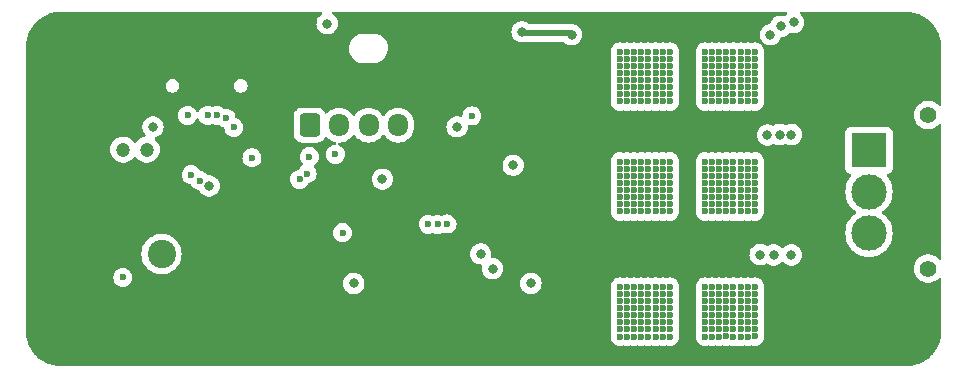
<source format=gbr>
%TF.GenerationSoftware,KiCad,Pcbnew,(7.0.0)*%
%TF.CreationDate,2023-06-11T18:09:50+09:00*%
%TF.ProjectId,rMDU,724d4455-2e6b-4696-9361-645f70636258,rev?*%
%TF.SameCoordinates,Original*%
%TF.FileFunction,Copper,L3,Inr*%
%TF.FilePolarity,Positive*%
%FSLAX46Y46*%
G04 Gerber Fmt 4.6, Leading zero omitted, Abs format (unit mm)*
G04 Created by KiCad (PCBNEW (7.0.0)) date 2023-06-11 18:09:50*
%MOMM*%
%LPD*%
G01*
G04 APERTURE LIST*
G04 Aperture macros list*
%AMRoundRect*
0 Rectangle with rounded corners*
0 $1 Rounding radius*
0 $2 $3 $4 $5 $6 $7 $8 $9 X,Y pos of 4 corners*
0 Add a 4 corners polygon primitive as box body*
4,1,4,$2,$3,$4,$5,$6,$7,$8,$9,$2,$3,0*
0 Add four circle primitives for the rounded corners*
1,1,$1+$1,$2,$3*
1,1,$1+$1,$4,$5*
1,1,$1+$1,$6,$7*
1,1,$1+$1,$8,$9*
0 Add four rect primitives between the rounded corners*
20,1,$1+$1,$2,$3,$4,$5,0*
20,1,$1+$1,$4,$5,$6,$7,0*
20,1,$1+$1,$6,$7,$8,$9,0*
20,1,$1+$1,$8,$9,$2,$3,0*%
G04 Aperture macros list end*
%TA.AperFunction,ComponentPad*%
%ADD10C,5.500000*%
%TD*%
%TA.AperFunction,ComponentPad*%
%ADD11RoundRect,0.250000X-0.600000X-0.725000X0.600000X-0.725000X0.600000X0.725000X-0.600000X0.725000X0*%
%TD*%
%TA.AperFunction,ComponentPad*%
%ADD12O,1.700000X1.950000*%
%TD*%
%TA.AperFunction,ComponentPad*%
%ADD13C,1.400000*%
%TD*%
%TA.AperFunction,ComponentPad*%
%ADD14R,3.000000X3.000000*%
%TD*%
%TA.AperFunction,ComponentPad*%
%ADD15C,3.000000*%
%TD*%
%TA.AperFunction,ComponentPad*%
%ADD16O,1.000000X1.600000*%
%TD*%
%TA.AperFunction,ComponentPad*%
%ADD17O,1.000000X2.100000*%
%TD*%
%TA.AperFunction,ComponentPad*%
%ADD18C,2.400000*%
%TD*%
%TA.AperFunction,ComponentPad*%
%ADD19C,1.200000*%
%TD*%
%TA.AperFunction,ViaPad*%
%ADD20C,0.800000*%
%TD*%
%TA.AperFunction,ViaPad*%
%ADD21C,0.600000*%
%TD*%
%TA.AperFunction,Conductor*%
%ADD22C,0.500000*%
%TD*%
G04 APERTURE END LIST*
D10*
%TO.N,GND*%
%TO.C,H2*%
X2974874Y26974874D03*
%TD*%
%TO.N,GND*%
%TO.C,H1*%
X74500000Y2974874D03*
%TD*%
%TO.N,GND*%
%TO.C,H4*%
X74500000Y26974874D03*
%TD*%
%TO.N,GND*%
%TO.C,H3*%
X2974874Y2974874D03*
%TD*%
D11*
%TO.N,/MCU/PB5*%
%TO.C,ENC1*%
X24012374Y20399874D03*
D12*
%TO.N,Net-(ENC1-Pin_2)*%
X26512373Y20399873D03*
%TO.N,/MCU/PB4*%
X29012373Y20399873D03*
%TO.N,/MCU/PB3*%
X31512373Y20399873D03*
%TO.N,GND*%
X34012373Y20399873D03*
%TD*%
D13*
%TO.N,*%
%TO.C,OUT1*%
X76375000Y8250000D03*
X76375000Y21250000D03*
D14*
%TO.N,/BRIDGE/OUT*%
X71374999Y18249999D03*
D15*
%TO.N,/BRIDGE1/OUT*%
X71375000Y14750000D03*
%TO.N,/BRIDGE2/OUT*%
X71375000Y11250000D03*
%TD*%
D16*
%TO.N,GND*%
%TO.C,J2*%
X10974873Y27404873D03*
D17*
X10974873Y23224873D03*
D16*
X19614873Y27404873D03*
D17*
X19614873Y23224873D03*
%TD*%
D18*
%TO.N,+BATT*%
%TO.C,IN1*%
X11474874Y9481124D03*
%TO.N,GND*%
X11474874Y14481124D03*
D19*
%TO.N,/CAN/CAN-H*%
X8224874Y18331124D03*
%TO.N,/CAN/CAN-L*%
X10224874Y18331124D03*
%TD*%
D20*
%TO.N,GND*%
X36250000Y5000000D03*
D21*
X17400000Y15700000D03*
D20*
X25750000Y1000000D03*
X4750000Y8750000D03*
X16800000Y4700000D03*
X4000000Y12250000D03*
X34600000Y27900000D03*
X42500000Y10000000D03*
X35800000Y27900000D03*
X42900000Y11500000D03*
X31000000Y3250000D03*
X39200000Y19612962D03*
X41255923Y3019533D03*
X33600000Y27900000D03*
X26800000Y28100000D03*
X40200000Y21500000D03*
%TO.N,+3.3V*%
X15502507Y15248546D03*
X64800000Y19600000D03*
X64800000Y9400000D03*
X30181538Y15818462D03*
X65000000Y29100000D03*
X25500000Y29000000D03*
X36500000Y20249874D03*
X10750000Y20250000D03*
D21*
%TO.N,/BRIDGE/OUT*%
X61100000Y26000000D03*
X58700000Y25400000D03*
X58700000Y26000000D03*
X61700000Y26000000D03*
X60500000Y26600000D03*
X59900000Y26600000D03*
X58100000Y25400000D03*
X58700000Y26600000D03*
X61700000Y23600000D03*
X57500000Y26000000D03*
X59300000Y23600000D03*
X61700000Y22400000D03*
X61700000Y25400000D03*
X61700000Y23000000D03*
X57500000Y25400000D03*
X59300000Y24200000D03*
X58100000Y26600000D03*
X58100000Y23000000D03*
X59300000Y22400000D03*
X61700000Y24800000D03*
X61100000Y24800000D03*
X58100000Y23600000D03*
X60500000Y24200000D03*
X60500000Y23000000D03*
X60500000Y22400000D03*
X58100000Y24800000D03*
X57500000Y24200000D03*
X61100000Y24200000D03*
X59300000Y26600000D03*
X61100000Y22400000D03*
X59300000Y26000000D03*
X61100000Y23000000D03*
X61700000Y26600000D03*
X57500000Y23600000D03*
X58700000Y24200000D03*
X61100000Y23600000D03*
X58100000Y22400000D03*
X59900000Y24200000D03*
X59900000Y25400000D03*
X61700000Y24200000D03*
X57500000Y22400000D03*
X60500000Y25400000D03*
X59300000Y25400000D03*
X59900000Y22400000D03*
X58700000Y22400000D03*
X60500000Y26000000D03*
X59300000Y23000000D03*
X58700000Y24800000D03*
X60500000Y23600000D03*
X57500000Y24800000D03*
X58100000Y26000000D03*
X59900000Y26000000D03*
X61100000Y25400000D03*
X58100000Y24200000D03*
X58700000Y23000000D03*
X59900000Y24800000D03*
X59900000Y23600000D03*
X60500000Y24800000D03*
X58700000Y23600000D03*
X57500000Y23000000D03*
X59300000Y24800000D03*
X59900000Y23000000D03*
X57500000Y26600000D03*
X61100000Y26600000D03*
D20*
%TO.N,+9V*%
X39500000Y8250000D03*
D21*
%TO.N,+BATT*%
X51500000Y4300000D03*
X50900000Y17300000D03*
X52700000Y24800000D03*
X50300000Y24200000D03*
X52100000Y24800000D03*
X53900000Y13100000D03*
X50300000Y26000000D03*
X53300000Y26600000D03*
X53300000Y23600000D03*
X53900000Y16700000D03*
X52100000Y23600000D03*
X53900000Y14900000D03*
X53900000Y16100000D03*
X53300000Y16700000D03*
X53900000Y23000000D03*
X54500000Y23600000D03*
X50900000Y23000000D03*
X53900000Y15500000D03*
X52700000Y13700000D03*
X51500000Y24800000D03*
X50900000Y4900000D03*
X50300000Y13100000D03*
X53300000Y14300000D03*
X51500000Y6100000D03*
X51500000Y26600000D03*
X52100000Y14300000D03*
D20*
X38500000Y9500000D03*
D21*
X52700000Y17300000D03*
X52700000Y6100000D03*
X52700000Y5500000D03*
X54500000Y6700000D03*
X51500000Y22400000D03*
X53900000Y26000000D03*
X53900000Y5500000D03*
X54500000Y23000000D03*
X53300000Y25400000D03*
X52700000Y26000000D03*
X52100000Y13100000D03*
X54500000Y15500000D03*
X53900000Y13700000D03*
X53900000Y24800000D03*
X50900000Y24200000D03*
X50300000Y24800000D03*
X52100000Y16700000D03*
X53300000Y5500000D03*
X54500000Y14900000D03*
X53300000Y4900000D03*
X52700000Y14300000D03*
X51500000Y14900000D03*
X54500000Y13100000D03*
X51500000Y24200000D03*
X50300000Y15500000D03*
X50900000Y4300000D03*
X52700000Y14900000D03*
X53900000Y6100000D03*
X51500000Y16700000D03*
X53900000Y26600000D03*
X51500000Y17300000D03*
X53300000Y6100000D03*
X53300000Y23000000D03*
X52700000Y3100000D03*
X52100000Y3700000D03*
X50300000Y17300000D03*
X54500000Y4900000D03*
X51500000Y13700000D03*
X53300000Y22400000D03*
X54500000Y24800000D03*
X50900000Y6700000D03*
X50900000Y16100000D03*
X50300000Y5500000D03*
X50300000Y6100000D03*
X52100000Y26600000D03*
X53300000Y24800000D03*
X53900000Y24200000D03*
X50300000Y14900000D03*
X51500000Y23000000D03*
X52100000Y16100000D03*
X50900000Y3100000D03*
X54500000Y24200000D03*
X53900000Y2500000D03*
X51500000Y5500000D03*
X51500000Y16100000D03*
X53900000Y17300000D03*
X52100000Y23000000D03*
X54500000Y16700000D03*
X52700000Y16700000D03*
X50900000Y25400000D03*
X52100000Y5500000D03*
X50900000Y24800000D03*
X54500000Y5500000D03*
X50300000Y3100000D03*
X52100000Y26000000D03*
X50900000Y5500000D03*
X52700000Y13100000D03*
X52100000Y3100000D03*
X53300000Y17300000D03*
X50300000Y22400000D03*
X52100000Y22400000D03*
X52700000Y23000000D03*
X53900000Y4900000D03*
X53300000Y15500000D03*
X52100000Y14900000D03*
X52100000Y15500000D03*
X51500000Y4900000D03*
X51500000Y3700000D03*
X50900000Y6100000D03*
X54500000Y22400000D03*
X50300000Y23600000D03*
X50900000Y14900000D03*
X50900000Y13700000D03*
X51500000Y13100000D03*
X51500000Y3100000D03*
X53900000Y14300000D03*
X52100000Y6100000D03*
X53900000Y23600000D03*
X54500000Y26000000D03*
X53300000Y24200000D03*
X50300000Y3700000D03*
X54500000Y2500000D03*
X53300000Y13700000D03*
X51500000Y2500000D03*
X52700000Y16100000D03*
X50300000Y6700000D03*
X50900000Y23600000D03*
X50900000Y2500000D03*
X53900000Y25400000D03*
X50300000Y26600000D03*
X52100000Y4300000D03*
X51500000Y14300000D03*
X52700000Y4900000D03*
X52100000Y13700000D03*
X54500000Y14300000D03*
X53300000Y2500000D03*
X51500000Y6700000D03*
X50900000Y22400000D03*
X50300000Y16100000D03*
X50300000Y23000000D03*
X52700000Y24200000D03*
X52700000Y4300000D03*
X54500000Y3100000D03*
X52100000Y24200000D03*
X50300000Y2500000D03*
X53300000Y3100000D03*
X52700000Y22400000D03*
X54500000Y26600000D03*
X54500000Y4300000D03*
X52100000Y4900000D03*
X51500000Y25400000D03*
X52700000Y6700000D03*
D20*
X27750000Y7000000D03*
D21*
X53900000Y3100000D03*
X53900000Y6700000D03*
X54500000Y25400000D03*
X52100000Y17300000D03*
X53300000Y4300000D03*
X54500000Y6100000D03*
X51500000Y26000000D03*
X52700000Y26600000D03*
X53300000Y6700000D03*
X52700000Y15500000D03*
X50900000Y26000000D03*
X53300000Y14900000D03*
X50900000Y3700000D03*
X51500000Y23600000D03*
X50300000Y4900000D03*
X50900000Y13100000D03*
X53900000Y3700000D03*
X50300000Y13700000D03*
X50900000Y16700000D03*
X50300000Y25400000D03*
X53900000Y22400000D03*
X54500000Y17300000D03*
X54500000Y3700000D03*
X53300000Y3700000D03*
X50900000Y14300000D03*
X51500000Y15500000D03*
X53300000Y26000000D03*
X50300000Y4300000D03*
X52100000Y6700000D03*
X50300000Y14300000D03*
X54500000Y16100000D03*
X52700000Y2500000D03*
X52700000Y23600000D03*
X52100000Y25400000D03*
X52700000Y3700000D03*
X52700000Y25400000D03*
X50300000Y16700000D03*
X53300000Y13100000D03*
X50900000Y26600000D03*
X54500000Y13700000D03*
X52100000Y2500000D03*
X50900000Y15500000D03*
X53300000Y16100000D03*
X53900000Y4300000D03*
%TO.N,/BRIDGE1/OUT*%
X58700000Y16100000D03*
X58700000Y17300000D03*
X58700000Y14300000D03*
X58100000Y17300000D03*
X61700000Y17300000D03*
X59900000Y17300000D03*
X57500000Y17300000D03*
X61700000Y13700000D03*
X57500000Y14300000D03*
X61100000Y13100000D03*
X60500000Y17300000D03*
X61100000Y14300000D03*
X58100000Y13100000D03*
X59300000Y15500000D03*
X61700000Y16100000D03*
X57500000Y15500000D03*
X57500000Y14900000D03*
X61100000Y15500000D03*
X57500000Y16100000D03*
X60500000Y13700000D03*
X61700000Y16700000D03*
X58700000Y16700000D03*
X59300000Y13100000D03*
X59900000Y13700000D03*
X61700000Y14300000D03*
X61700000Y13100000D03*
X58700000Y14900000D03*
X58100000Y14300000D03*
X61100000Y16100000D03*
X59300000Y16100000D03*
X59900000Y16100000D03*
X61100000Y17300000D03*
X59900000Y15500000D03*
X59900000Y14300000D03*
X61100000Y13700000D03*
X58700000Y13700000D03*
X61100000Y14900000D03*
X58100000Y16100000D03*
X58100000Y16700000D03*
X59900000Y14900000D03*
X57500000Y13700000D03*
X60500000Y16100000D03*
X59300000Y13700000D03*
X60500000Y16700000D03*
X61100000Y16700000D03*
X57500000Y13100000D03*
X58700000Y15500000D03*
X61700000Y14900000D03*
X61700000Y15500000D03*
X58700000Y13100000D03*
X59300000Y14900000D03*
X59300000Y16700000D03*
X58100000Y15500000D03*
X59300000Y17300000D03*
X60500000Y15500000D03*
X59900000Y16700000D03*
X59900000Y13100000D03*
X58100000Y14900000D03*
X60500000Y13100000D03*
X59300000Y14300000D03*
X60500000Y14900000D03*
X60500000Y14300000D03*
X57500000Y16700000D03*
X58100000Y13700000D03*
%TO.N,/BRIDGE2/OUT*%
X59900000Y2500000D03*
X58700000Y4300000D03*
X61100000Y6700000D03*
X59304328Y3704932D03*
X57500000Y6100000D03*
X58100000Y6700000D03*
X57500000Y5500000D03*
X57500000Y2500000D03*
X58100000Y3100000D03*
X58700000Y2500000D03*
X60500000Y4900000D03*
X59304328Y6704932D03*
X60500000Y5500000D03*
X59900000Y3700000D03*
X58700000Y3100000D03*
X58100000Y2500000D03*
X61704328Y6104932D03*
X61704328Y2504932D03*
X60500000Y6100000D03*
X58700000Y3700000D03*
X61100000Y2500000D03*
X59304328Y4904932D03*
X60500000Y6700000D03*
X59900000Y4900000D03*
X61100000Y5500000D03*
X59900000Y4300000D03*
X60500000Y4300000D03*
X61704328Y6704932D03*
X61704328Y4904932D03*
X58100000Y4300000D03*
X58100000Y4900000D03*
X58700000Y5500000D03*
X60500000Y3700000D03*
X61100000Y3100000D03*
X57500000Y4300000D03*
X57500000Y3700000D03*
X61100000Y4300000D03*
X61100000Y6100000D03*
X57500000Y6700000D03*
X58700000Y4900000D03*
X61704328Y4304932D03*
X61704328Y3704932D03*
X61704328Y5504932D03*
X61704328Y3104932D03*
X61100000Y4900000D03*
X58100000Y6100000D03*
X60500000Y2500000D03*
X59304328Y2504932D03*
X59900000Y5500000D03*
X58100000Y5500000D03*
X61100000Y3700000D03*
X58100000Y3700000D03*
X60500000Y3100000D03*
X59900000Y6100000D03*
X57500000Y3100000D03*
X59304328Y5504932D03*
X59900000Y6700000D03*
X58700000Y6100000D03*
X59304328Y3104932D03*
X57500000Y4900000D03*
X58700000Y6700000D03*
X59304328Y6104932D03*
X59304328Y4304932D03*
X59900000Y3100000D03*
%TO.N,+5V*%
X8200000Y7500000D03*
X19133620Y17633620D03*
%TO.N,/MCU/NRST*%
X26800000Y11292747D03*
X37749502Y21175500D03*
D20*
%TO.N,Net-(Q2-G)*%
X46200000Y28051000D03*
X42000000Y28300000D03*
X63025613Y28050500D03*
%TO.N,Net-(Q4-G)*%
X62778530Y19550500D03*
X41250000Y17000000D03*
%TO.N,Net-(Q6-G)*%
X42750969Y7000000D03*
X62159500Y9440312D03*
D21*
%TO.N,Net-(D3-A)*%
X17600000Y20200000D03*
%TO.N,Net-(J2-CC1)*%
X13684874Y21224874D03*
%TO.N,Net-(J2-CC2)*%
X16943349Y20972049D03*
%TO.N,Net-(U12-UD+)*%
X16184874Y21224874D03*
%TO.N,Net-(U12-UD-)*%
X15385371Y21224874D03*
%TO.N,/MCU/SWCLK*%
X24000000Y17725500D03*
%TO.N,/MCU/SWDIO*%
X26200000Y17925500D03*
%TO.N,/CAN/CAN_RX*%
X14724500Y15700000D03*
X23166472Y15812305D03*
%TO.N,/CAN/CAN_TX*%
X14000000Y16200000D03*
X23800000Y16300000D03*
%TO.N,Net-(R7-Pad1)*%
X34050500Y12000000D03*
D20*
X63881728Y28750500D03*
%TO.N,Net-(R12-Pad1)*%
X63800497Y19600000D03*
D21*
X34850003Y12000000D03*
D20*
%TO.N,Net-(R17-Pad1)*%
X63300000Y9400000D03*
D21*
X35649007Y12028225D03*
%TD*%
D22*
%TO.N,Net-(Q2-G)*%
X46200000Y28051000D02*
X46051000Y28200000D01*
X42000000Y28300000D02*
X42000000Y28400000D01*
X46051000Y28200000D02*
X42200000Y28200000D01*
X42200000Y28200000D02*
X42100000Y28300000D01*
X42000000Y28400000D02*
X42100000Y28300000D01*
X42100000Y28300000D02*
X42000000Y28300000D01*
%TD*%
%TA.AperFunction,Conductor*%
%TO.N,GND*%
G36*
X25022465Y29984662D02*
G01*
X25067425Y29942442D01*
X25086483Y29883786D01*
X25074927Y29823203D01*
X25035613Y29775682D01*
X24899388Y29676710D01*
X24899381Y29676705D01*
X24894129Y29672888D01*
X24889784Y29668063D01*
X24889779Y29668058D01*
X24771813Y29537044D01*
X24771808Y29537038D01*
X24767467Y29532216D01*
X24764222Y29526596D01*
X24764218Y29526590D01*
X24676069Y29373911D01*
X24676066Y29373906D01*
X24672821Y29368284D01*
X24670815Y29362112D01*
X24670813Y29362106D01*
X24616333Y29194436D01*
X24616331Y29194427D01*
X24614326Y29188256D01*
X24613648Y29181806D01*
X24613646Y29181796D01*
X24598155Y29034393D01*
X24594540Y29000000D01*
X24595219Y28993540D01*
X24613646Y28818205D01*
X24613647Y28818197D01*
X24614326Y28811744D01*
X24616331Y28805572D01*
X24616333Y28805565D01*
X24666836Y28650135D01*
X24672821Y28631716D01*
X24676068Y28626092D01*
X24676069Y28626090D01*
X24755647Y28488256D01*
X24767467Y28467784D01*
X24771811Y28462959D01*
X24771813Y28462957D01*
X24889779Y28331943D01*
X24894129Y28327112D01*
X25047270Y28215849D01*
X25220197Y28138856D01*
X25405354Y28099500D01*
X25588143Y28099500D01*
X25594646Y28099500D01*
X25779803Y28138856D01*
X25952730Y28215849D01*
X26068554Y28300000D01*
X41094540Y28300000D01*
X41095219Y28293540D01*
X41113646Y28118205D01*
X41113647Y28118197D01*
X41114326Y28111744D01*
X41116331Y28105572D01*
X41116333Y28105565D01*
X41170813Y27937895D01*
X41172821Y27931716D01*
X41176068Y27926092D01*
X41176069Y27926090D01*
X41261769Y27777652D01*
X41267467Y27767784D01*
X41394129Y27627112D01*
X41547270Y27515849D01*
X41720197Y27438856D01*
X41905354Y27399500D01*
X42088143Y27399500D01*
X42094646Y27399500D01*
X42279803Y27438856D01*
X42285741Y27441501D01*
X42291688Y27443432D01*
X42330004Y27449500D01*
X45474643Y27449500D01*
X45525079Y27438780D01*
X45566793Y27408472D01*
X45589666Y27383068D01*
X45594129Y27378112D01*
X45599387Y27374292D01*
X45599388Y27374291D01*
X45632146Y27350491D01*
X45747270Y27266849D01*
X45920197Y27189856D01*
X46105354Y27150500D01*
X46288143Y27150500D01*
X46294646Y27150500D01*
X46479803Y27189856D01*
X46652730Y27266849D01*
X46805871Y27378112D01*
X46932533Y27518784D01*
X47027179Y27682716D01*
X47085674Y27862744D01*
X47105460Y28051000D01*
X47085674Y28239256D01*
X47027179Y28419284D01*
X46932533Y28583216D01*
X46805871Y28723888D01*
X46800613Y28727708D01*
X46800611Y28727710D01*
X46657988Y28831331D01*
X46657987Y28831332D01*
X46652730Y28835151D01*
X46646792Y28837795D01*
X46485745Y28909499D01*
X46485740Y28909501D01*
X46479803Y28912144D01*
X46473444Y28913496D01*
X46473440Y28913497D01*
X46301008Y28950148D01*
X46301005Y28950149D01*
X46294646Y28951500D01*
X46288143Y28951500D01*
X46126756Y28951500D01*
X46121779Y28951718D01*
X46116856Y28952734D01*
X46109638Y28952524D01*
X46041870Y28950552D01*
X46038263Y28950500D01*
X42676975Y28950500D01*
X42638657Y28956569D01*
X42604090Y28974182D01*
X42457988Y29080331D01*
X42457987Y29080332D01*
X42452730Y29084151D01*
X42446792Y29086795D01*
X42285745Y29158499D01*
X42285740Y29158501D01*
X42279803Y29161144D01*
X42273444Y29162496D01*
X42273440Y29162497D01*
X42101008Y29199148D01*
X42101005Y29199149D01*
X42094646Y29200500D01*
X41905354Y29200500D01*
X41898995Y29199149D01*
X41898991Y29199148D01*
X41726559Y29162497D01*
X41726552Y29162495D01*
X41720197Y29161144D01*
X41714262Y29158502D01*
X41714254Y29158499D01*
X41553207Y29086795D01*
X41553202Y29086793D01*
X41547270Y29084151D01*
X41542016Y29080335D01*
X41542011Y29080331D01*
X41399388Y28976710D01*
X41399381Y28976705D01*
X41394129Y28972888D01*
X41389784Y28968063D01*
X41389779Y28968058D01*
X41271813Y28837044D01*
X41271808Y28837038D01*
X41267467Y28832216D01*
X41264222Y28826596D01*
X41264218Y28826590D01*
X41176069Y28673911D01*
X41176066Y28673906D01*
X41172821Y28668284D01*
X41170815Y28662112D01*
X41170813Y28662106D01*
X41116333Y28494436D01*
X41116331Y28494427D01*
X41114326Y28488256D01*
X41113648Y28481806D01*
X41113646Y28481796D01*
X41096988Y28323291D01*
X41094540Y28300000D01*
X26068554Y28300000D01*
X26105871Y28327112D01*
X26232533Y28467784D01*
X26327179Y28631716D01*
X26385674Y28811744D01*
X26405460Y29000000D01*
X26385674Y29188256D01*
X26327179Y29368284D01*
X26232533Y29532216D01*
X26224636Y29540986D01*
X26110220Y29668058D01*
X26110219Y29668059D01*
X26105871Y29672888D01*
X26100613Y29676708D01*
X26100611Y29676710D01*
X25964387Y29775682D01*
X25925073Y29823203D01*
X25913517Y29883786D01*
X25932575Y29942442D01*
X25977535Y29984662D01*
X26037272Y30000000D01*
X64325090Y30000000D01*
X64384829Y29984661D01*
X64429788Y29942441D01*
X64448846Y29883782D01*
X64437287Y29823199D01*
X64403279Y29782095D01*
X64404215Y29781055D01*
X64399386Y29776708D01*
X64394129Y29772888D01*
X64389784Y29768063D01*
X64389779Y29768058D01*
X64282544Y29648961D01*
X64244756Y29620485D01*
X64199053Y29608236D01*
X64161778Y29612809D01*
X64161531Y29611644D01*
X63982736Y29649648D01*
X63982733Y29649649D01*
X63976374Y29651000D01*
X63787082Y29651000D01*
X63780723Y29649649D01*
X63780719Y29649648D01*
X63608287Y29612997D01*
X63608280Y29612995D01*
X63601925Y29611644D01*
X63595990Y29609002D01*
X63595982Y29608999D01*
X63434935Y29537295D01*
X63434930Y29537293D01*
X63428998Y29534651D01*
X63423744Y29530835D01*
X63423739Y29530831D01*
X63281116Y29427210D01*
X63281109Y29427205D01*
X63275857Y29423388D01*
X63271512Y29418563D01*
X63271507Y29418558D01*
X63153541Y29287544D01*
X63153536Y29287538D01*
X63149195Y29282716D01*
X63145950Y29277096D01*
X63145946Y29277090D01*
X63057798Y29124413D01*
X63057794Y29124407D01*
X63054549Y29118784D01*
X63052542Y29112608D01*
X63052541Y29112605D01*
X63027128Y29034393D01*
X63004189Y28993009D01*
X62967419Y28963230D01*
X62930750Y28952017D01*
X62930967Y28951000D01*
X62752172Y28912997D01*
X62752165Y28912995D01*
X62745810Y28911644D01*
X62739875Y28909002D01*
X62739867Y28908999D01*
X62578820Y28837295D01*
X62578815Y28837293D01*
X62572883Y28834651D01*
X62567629Y28830835D01*
X62567624Y28830831D01*
X62425001Y28727210D01*
X62424994Y28727205D01*
X62419742Y28723388D01*
X62415397Y28718563D01*
X62415392Y28718558D01*
X62297426Y28587544D01*
X62297421Y28587538D01*
X62293080Y28582716D01*
X62289835Y28577096D01*
X62289831Y28577090D01*
X62201682Y28424411D01*
X62201679Y28424406D01*
X62198434Y28418784D01*
X62196428Y28412612D01*
X62196426Y28412606D01*
X62141946Y28244936D01*
X62141944Y28244927D01*
X62139939Y28238756D01*
X62139261Y28232306D01*
X62139259Y28232296D01*
X62122601Y28073791D01*
X62120153Y28050500D01*
X62120832Y28044040D01*
X62139259Y27868705D01*
X62139260Y27868697D01*
X62139939Y27862244D01*
X62141944Y27856072D01*
X62141946Y27856065D01*
X62172199Y27762957D01*
X62198434Y27682216D01*
X62201681Y27676592D01*
X62201682Y27676590D01*
X62289542Y27524411D01*
X62293080Y27518284D01*
X62297424Y27513459D01*
X62297426Y27513457D01*
X62414829Y27383068D01*
X62419742Y27377612D01*
X62572883Y27266349D01*
X62745810Y27189356D01*
X62930967Y27150000D01*
X63113756Y27150000D01*
X63120259Y27150000D01*
X63305416Y27189356D01*
X63478343Y27266349D01*
X63631484Y27377612D01*
X63758146Y27518284D01*
X63852792Y27682216D01*
X63880212Y27766608D01*
X63903158Y27808000D01*
X63939940Y27837781D01*
X63976590Y27848981D01*
X63976374Y27850000D01*
X64161531Y27889356D01*
X64334458Y27966349D01*
X64487599Y28077612D01*
X64599185Y28201542D01*
X64636982Y28230022D01*
X64682699Y28242267D01*
X64719948Y28237688D01*
X64720197Y28238856D01*
X64905354Y28199500D01*
X65088143Y28199500D01*
X65094646Y28199500D01*
X65279803Y28238856D01*
X65452730Y28315849D01*
X65605871Y28427112D01*
X65732533Y28567784D01*
X65827179Y28731716D01*
X65885674Y28911744D01*
X65905460Y29100000D01*
X65885674Y29288256D01*
X65827179Y29468284D01*
X65732533Y29632216D01*
X65635321Y29740180D01*
X65610220Y29768058D01*
X65610219Y29768059D01*
X65605871Y29772888D01*
X65600611Y29776709D01*
X65595785Y29781055D01*
X65596720Y29782095D01*
X65562713Y29823199D01*
X65551154Y29883782D01*
X65570212Y29942441D01*
X65615171Y29984661D01*
X65674910Y30000000D01*
X73076681Y30000000D01*
X74496781Y29999501D01*
X74503224Y29999332D01*
X74633379Y29992510D01*
X74813908Y29982372D01*
X74826309Y29981045D01*
X74974990Y29957496D01*
X74976245Y29957291D01*
X75135324Y29930262D01*
X75146606Y29927798D01*
X75295635Y29887866D01*
X75297761Y29887275D01*
X75449174Y29843653D01*
X75459260Y29840271D01*
X75604710Y29784438D01*
X75607599Y29783286D01*
X75751768Y29723570D01*
X75760594Y29719500D01*
X75900064Y29648435D01*
X75903748Y29646479D01*
X75972945Y29608236D01*
X76039548Y29571426D01*
X76047061Y29566919D01*
X76178754Y29481396D01*
X76182947Y29478548D01*
X76309147Y29389004D01*
X76315426Y29384243D01*
X76418707Y29300607D01*
X76437567Y29285335D01*
X76442154Y29281433D01*
X76539503Y29194436D01*
X76557424Y29178421D01*
X76562478Y29173642D01*
X76673640Y29062480D01*
X76678419Y29057426D01*
X76781427Y28942160D01*
X76785333Y28937569D01*
X76884239Y28815430D01*
X76889002Y28809149D01*
X76978546Y28682949D01*
X76981409Y28678734D01*
X77066907Y28547079D01*
X77071430Y28539540D01*
X77146477Y28403750D01*
X77148433Y28400066D01*
X77219498Y28260596D01*
X77223575Y28251753D01*
X77283259Y28107663D01*
X77284462Y28104647D01*
X77340265Y27959273D01*
X77343655Y27949164D01*
X77387258Y27797815D01*
X77387879Y27795581D01*
X77427791Y27646630D01*
X77430264Y27635306D01*
X77457282Y27476285D01*
X77457507Y27474913D01*
X77481040Y27326334D01*
X77482372Y27313889D01*
X77492498Y27133579D01*
X77492523Y27133116D01*
X77499333Y27003171D01*
X77499503Y26996811D01*
X77500000Y26522791D01*
X77500000Y22122311D01*
X77484882Y22062976D01*
X77443215Y22018109D01*
X77385159Y21998650D01*
X77324869Y22009344D01*
X77277047Y22047583D01*
X77269440Y22057656D01*
X77269437Y22057659D01*
X77265981Y22062236D01*
X77261744Y22066099D01*
X77261740Y22066103D01*
X77105796Y22208264D01*
X77105797Y22208264D01*
X77101562Y22212124D01*
X77096692Y22215139D01*
X77096690Y22215141D01*
X76917275Y22326229D01*
X76917276Y22326229D01*
X76912401Y22329247D01*
X76704940Y22409618D01*
X76699302Y22410672D01*
X76491872Y22449448D01*
X76491869Y22449449D01*
X76486243Y22450500D01*
X76263757Y22450500D01*
X76258131Y22449449D01*
X76258127Y22449448D01*
X76050697Y22410672D01*
X76050694Y22410672D01*
X76045060Y22409618D01*
X76039717Y22407549D01*
X76039713Y22407547D01*
X75842941Y22331317D01*
X75842936Y22331315D01*
X75837599Y22329247D01*
X75832727Y22326231D01*
X75832724Y22326229D01*
X75653309Y22215141D01*
X75653301Y22215136D01*
X75648438Y22212124D01*
X75644207Y22208268D01*
X75644203Y22208264D01*
X75488259Y22066103D01*
X75488249Y22066093D01*
X75484019Y22062236D01*
X75480570Y22057670D01*
X75480561Y22057659D01*
X75353394Y21889262D01*
X75353387Y21889252D01*
X75349942Y21884689D01*
X75347392Y21879569D01*
X75347387Y21879560D01*
X75253325Y21690659D01*
X75253321Y21690651D01*
X75250771Y21685528D01*
X75249205Y21680025D01*
X75249201Y21680014D01*
X75192077Y21479240D01*
X75189885Y21471536D01*
X75189356Y21465831D01*
X75189356Y21465829D01*
X75184248Y21410699D01*
X75169357Y21250000D01*
X75169886Y21244291D01*
X75176317Y21174883D01*
X75189885Y21028464D01*
X75191454Y21022950D01*
X75249201Y20819987D01*
X75249204Y20819979D01*
X75250771Y20814472D01*
X75253323Y20809347D01*
X75253325Y20809342D01*
X75347387Y20620441D01*
X75347389Y20620437D01*
X75349942Y20615311D01*
X75353391Y20610744D01*
X75353394Y20610739D01*
X75480561Y20442342D01*
X75480566Y20442337D01*
X75484019Y20437764D01*
X75488255Y20433903D01*
X75488259Y20433898D01*
X75592878Y20338526D01*
X75648438Y20287876D01*
X75837599Y20170753D01*
X76045060Y20090382D01*
X76263757Y20049500D01*
X76480514Y20049500D01*
X76486243Y20049500D01*
X76704940Y20090382D01*
X76912401Y20170753D01*
X77101562Y20287876D01*
X77265981Y20437764D01*
X77273268Y20447414D01*
X77277047Y20452417D01*
X77324869Y20490656D01*
X77385159Y20501350D01*
X77443215Y20481891D01*
X77484882Y20437024D01*
X77500000Y20377689D01*
X77500000Y9122311D01*
X77484882Y9062976D01*
X77443215Y9018109D01*
X77385159Y8998650D01*
X77324869Y9009344D01*
X77277047Y9047583D01*
X77269440Y9057656D01*
X77269437Y9057659D01*
X77265981Y9062236D01*
X77261744Y9066099D01*
X77261740Y9066103D01*
X77105796Y9208264D01*
X77105797Y9208264D01*
X77101562Y9212124D01*
X77096692Y9215139D01*
X77096690Y9215141D01*
X76940669Y9311744D01*
X76912401Y9329247D01*
X76704940Y9409618D01*
X76699302Y9410672D01*
X76491872Y9449448D01*
X76491869Y9449449D01*
X76486243Y9450500D01*
X76263757Y9450500D01*
X76258131Y9449449D01*
X76258127Y9449448D01*
X76050697Y9410672D01*
X76050694Y9410672D01*
X76045060Y9409618D01*
X76039717Y9407549D01*
X76039713Y9407547D01*
X75842941Y9331317D01*
X75842936Y9331315D01*
X75837599Y9329247D01*
X75832727Y9326231D01*
X75832724Y9326229D01*
X75653309Y9215141D01*
X75653301Y9215136D01*
X75648438Y9212124D01*
X75644207Y9208268D01*
X75644203Y9208264D01*
X75488259Y9066103D01*
X75488249Y9066093D01*
X75484019Y9062236D01*
X75480570Y9057670D01*
X75480561Y9057659D01*
X75353394Y8889262D01*
X75353387Y8889252D01*
X75349942Y8884689D01*
X75347392Y8879569D01*
X75347387Y8879560D01*
X75253325Y8690659D01*
X75253321Y8690651D01*
X75250771Y8685528D01*
X75249205Y8680025D01*
X75249201Y8680014D01*
X75204963Y8524531D01*
X75189885Y8471536D01*
X75189356Y8465831D01*
X75189356Y8465829D01*
X75174506Y8305565D01*
X75169357Y8250000D01*
X75169886Y8244291D01*
X75186202Y8068205D01*
X75189885Y8028464D01*
X75191454Y8022950D01*
X75249201Y7819987D01*
X75249204Y7819979D01*
X75250771Y7814472D01*
X75253323Y7809347D01*
X75253325Y7809342D01*
X75347387Y7620441D01*
X75347389Y7620437D01*
X75349942Y7615311D01*
X75353391Y7610744D01*
X75353394Y7610739D01*
X75480561Y7442342D01*
X75480566Y7442337D01*
X75484019Y7437764D01*
X75488255Y7433903D01*
X75488259Y7433898D01*
X75580840Y7349500D01*
X75648438Y7287876D01*
X75837599Y7170753D01*
X76045060Y7090382D01*
X76263757Y7049500D01*
X76480514Y7049500D01*
X76486243Y7049500D01*
X76704940Y7090382D01*
X76912401Y7170753D01*
X77101562Y7287876D01*
X77265981Y7437764D01*
X77276883Y7452200D01*
X77277047Y7452417D01*
X77324869Y7490656D01*
X77385159Y7501350D01*
X77443215Y7481891D01*
X77484882Y7437024D01*
X77500000Y7377689D01*
X77500000Y2642728D01*
X77498473Y2623328D01*
X77482342Y2521491D01*
X77482117Y2520121D01*
X77454790Y2359282D01*
X77452317Y2347958D01*
X77412121Y2197947D01*
X77411500Y2195714D01*
X77367449Y2042809D01*
X77364059Y2032698D01*
X77307821Y1886196D01*
X77306618Y1883182D01*
X77246353Y1737687D01*
X77242277Y1728844D01*
X77170673Y1588314D01*
X77168716Y1584628D01*
X77092913Y1447472D01*
X77088380Y1439918D01*
X77002255Y1307297D01*
X76999390Y1303077D01*
X76908952Y1175615D01*
X76904187Y1169333D01*
X76804510Y1046245D01*
X76800605Y1041656D01*
X76696599Y925272D01*
X76691820Y920217D01*
X76579783Y808180D01*
X76574728Y803401D01*
X76458344Y699395D01*
X76453755Y695490D01*
X76330667Y595813D01*
X76324385Y591048D01*
X76196923Y500610D01*
X76192703Y497745D01*
X76060082Y411620D01*
X76052528Y407087D01*
X75915372Y331284D01*
X75911686Y329327D01*
X75771156Y257723D01*
X75762313Y253647D01*
X75616818Y193382D01*
X75613804Y192179D01*
X75467302Y135941D01*
X75457191Y132551D01*
X75304286Y88500D01*
X75302053Y87879D01*
X75152042Y47683D01*
X75140718Y45210D01*
X74979879Y17883D01*
X74978509Y17658D01*
X74886462Y3078D01*
X74876670Y1527D01*
X74857272Y0D01*
X2642728Y0D01*
X2623329Y1527D01*
X2521490Y17658D01*
X2520119Y17883D01*
X2359280Y45210D01*
X2347956Y47683D01*
X2197945Y87879D01*
X2195712Y88500D01*
X2042807Y132551D01*
X2032696Y135941D01*
X1886194Y192179D01*
X1883180Y193382D01*
X1737685Y253647D01*
X1728842Y257723D01*
X1588312Y329327D01*
X1584626Y331284D01*
X1447470Y407087D01*
X1439916Y411620D01*
X1307295Y497745D01*
X1303075Y500610D01*
X1261233Y530299D01*
X1175601Y591057D01*
X1169340Y595806D01*
X1139853Y619684D01*
X1046243Y695490D01*
X1041654Y699395D01*
X925270Y803401D01*
X920215Y808180D01*
X808178Y920217D01*
X803399Y925272D01*
X699393Y1041656D01*
X695488Y1046245D01*
X638364Y1116785D01*
X595798Y1169350D01*
X591063Y1175592D01*
X500601Y1303087D01*
X497743Y1307297D01*
X411618Y1439918D01*
X407092Y1447461D01*
X331279Y1584632D01*
X329325Y1588314D01*
X310882Y1624510D01*
X257713Y1728861D01*
X253653Y1737669D01*
X193380Y1883182D01*
X192177Y1886196D01*
X151251Y1992810D01*
X135933Y2032714D01*
X132554Y2042792D01*
X88482Y2195771D01*
X87892Y2197892D01*
X47676Y2347978D01*
X45212Y2359264D01*
X21300Y2500000D01*
X49494435Y2500000D01*
X49495215Y2493077D01*
X49513296Y2332598D01*
X49514632Y2320745D01*
X49516928Y2314181D01*
X49516930Y2314176D01*
X49571913Y2157044D01*
X49574211Y2150478D01*
X49670184Y1997738D01*
X49797738Y1870184D01*
X49950478Y1774211D01*
X50120745Y1714632D01*
X50300000Y1694435D01*
X50479255Y1714632D01*
X50559051Y1742555D01*
X50600000Y1749512D01*
X50640948Y1742555D01*
X50720745Y1714632D01*
X50900000Y1694435D01*
X51079255Y1714632D01*
X51159051Y1742555D01*
X51200000Y1749512D01*
X51240948Y1742555D01*
X51320745Y1714632D01*
X51500000Y1694435D01*
X51679255Y1714632D01*
X51759051Y1742555D01*
X51800000Y1749512D01*
X51840948Y1742555D01*
X51920745Y1714632D01*
X52100000Y1694435D01*
X52279255Y1714632D01*
X52359051Y1742555D01*
X52400000Y1749512D01*
X52440948Y1742555D01*
X52520745Y1714632D01*
X52700000Y1694435D01*
X52879255Y1714632D01*
X52959051Y1742555D01*
X53000000Y1749512D01*
X53040948Y1742555D01*
X53120745Y1714632D01*
X53300000Y1694435D01*
X53479255Y1714632D01*
X53559051Y1742555D01*
X53600000Y1749512D01*
X53640948Y1742555D01*
X53720745Y1714632D01*
X53900000Y1694435D01*
X54079255Y1714632D01*
X54159051Y1742555D01*
X54200000Y1749512D01*
X54240948Y1742555D01*
X54320745Y1714632D01*
X54500000Y1694435D01*
X54679255Y1714632D01*
X54849522Y1774211D01*
X55002262Y1870184D01*
X55129816Y1997738D01*
X55225789Y2150478D01*
X55285368Y2320745D01*
X55305565Y2500000D01*
X56694435Y2500000D01*
X56695215Y2493077D01*
X56713296Y2332598D01*
X56714632Y2320745D01*
X56716928Y2314181D01*
X56716930Y2314176D01*
X56771913Y2157044D01*
X56774211Y2150478D01*
X56870184Y1997738D01*
X56997738Y1870184D01*
X57150478Y1774211D01*
X57320745Y1714632D01*
X57500000Y1694435D01*
X57679255Y1714632D01*
X57759051Y1742555D01*
X57800000Y1749512D01*
X57840948Y1742555D01*
X57920745Y1714632D01*
X58100000Y1694435D01*
X58279255Y1714632D01*
X58359051Y1742555D01*
X58400000Y1749512D01*
X58440948Y1742555D01*
X58520745Y1714632D01*
X58700000Y1694435D01*
X58879255Y1714632D01*
X58968261Y1745778D01*
X59009211Y1752735D01*
X59050160Y1745778D01*
X59125073Y1719564D01*
X59304328Y1699367D01*
X59483583Y1719564D01*
X59554162Y1744262D01*
X59595116Y1751220D01*
X59636071Y1744261D01*
X59720745Y1714632D01*
X59900000Y1694435D01*
X60079255Y1714632D01*
X60159051Y1742555D01*
X60200000Y1749512D01*
X60240948Y1742555D01*
X60320745Y1714632D01*
X60500000Y1694435D01*
X60679255Y1714632D01*
X60759051Y1742555D01*
X60800000Y1749512D01*
X60840948Y1742555D01*
X60920745Y1714632D01*
X61100000Y1694435D01*
X61279255Y1714632D01*
X61368261Y1745778D01*
X61409211Y1752735D01*
X61450160Y1745778D01*
X61525073Y1719564D01*
X61704328Y1699367D01*
X61883583Y1719564D01*
X62053850Y1779143D01*
X62206590Y1875116D01*
X62334144Y2002670D01*
X62430117Y2155410D01*
X62489696Y2325677D01*
X62509893Y2504932D01*
X62489696Y2684187D01*
X62461773Y2763984D01*
X62454816Y2804933D01*
X62461773Y2845881D01*
X62489696Y2925677D01*
X62509893Y3104932D01*
X62489696Y3284187D01*
X62461773Y3363984D01*
X62454816Y3404932D01*
X62461773Y3445881D01*
X62489696Y3525677D01*
X62509893Y3704932D01*
X62489696Y3884187D01*
X62461773Y3963984D01*
X62454816Y4004932D01*
X62461773Y4045881D01*
X62489696Y4125677D01*
X62509893Y4304932D01*
X62489696Y4484187D01*
X62461773Y4563984D01*
X62454816Y4604932D01*
X62461773Y4645881D01*
X62489696Y4725677D01*
X62509893Y4904932D01*
X62489696Y5084187D01*
X62461773Y5163984D01*
X62454816Y5204932D01*
X62461773Y5245881D01*
X62489696Y5325677D01*
X62509893Y5504932D01*
X62489696Y5684187D01*
X62461774Y5763983D01*
X62454816Y5804933D01*
X62461773Y5845879D01*
X62489696Y5925677D01*
X62509893Y6104932D01*
X62489696Y6284187D01*
X62461773Y6363984D01*
X62454816Y6404933D01*
X62461773Y6445881D01*
X62489696Y6525677D01*
X62509893Y6704932D01*
X62489696Y6884187D01*
X62430117Y7054454D01*
X62334144Y7207194D01*
X62206590Y7334748D01*
X62183112Y7349500D01*
X62059740Y7427020D01*
X62053850Y7430721D01*
X62047287Y7433018D01*
X62047284Y7433019D01*
X61890152Y7488002D01*
X61890147Y7488004D01*
X61883583Y7490300D01*
X61876663Y7491080D01*
X61876662Y7491080D01*
X61711251Y7509717D01*
X61704328Y7510497D01*
X61697405Y7509717D01*
X61531996Y7491081D01*
X61531987Y7491080D01*
X61525073Y7490300D01*
X61518507Y7488003D01*
X61518496Y7488000D01*
X61436069Y7459158D01*
X61395116Y7452200D01*
X61354163Y7459158D01*
X61285831Y7483068D01*
X61285822Y7483070D01*
X61279255Y7485368D01*
X61272338Y7486148D01*
X61272331Y7486149D01*
X61106923Y7504785D01*
X61100000Y7505565D01*
X61093077Y7504785D01*
X60927668Y7486149D01*
X60927659Y7486148D01*
X60920745Y7485368D01*
X60914179Y7483071D01*
X60914168Y7483068D01*
X60840953Y7457449D01*
X60800000Y7450491D01*
X60759047Y7457449D01*
X60685831Y7483068D01*
X60685822Y7483070D01*
X60679255Y7485368D01*
X60672338Y7486148D01*
X60672331Y7486149D01*
X60506923Y7504785D01*
X60500000Y7505565D01*
X60493077Y7504785D01*
X60327668Y7486149D01*
X60327659Y7486148D01*
X60320745Y7485368D01*
X60314179Y7483071D01*
X60314168Y7483068D01*
X60240953Y7457449D01*
X60200000Y7450491D01*
X60159047Y7457449D01*
X60085831Y7483068D01*
X60085822Y7483070D01*
X60079255Y7485368D01*
X60072338Y7486148D01*
X60072331Y7486149D01*
X59906923Y7504785D01*
X59900000Y7505565D01*
X59893077Y7504785D01*
X59727668Y7486149D01*
X59727659Y7486148D01*
X59720745Y7485368D01*
X59714179Y7483071D01*
X59714168Y7483068D01*
X59650164Y7460672D01*
X59609211Y7453714D01*
X59568257Y7460672D01*
X59490156Y7488000D01*
X59483583Y7490300D01*
X59476666Y7491080D01*
X59476659Y7491081D01*
X59311251Y7509717D01*
X59304328Y7510497D01*
X59297405Y7509717D01*
X59131996Y7491081D01*
X59131987Y7491080D01*
X59125073Y7490300D01*
X59118507Y7488003D01*
X59118496Y7488000D01*
X59036069Y7459158D01*
X58995116Y7452200D01*
X58954163Y7459158D01*
X58885831Y7483068D01*
X58885822Y7483070D01*
X58879255Y7485368D01*
X58872338Y7486148D01*
X58872331Y7486149D01*
X58706923Y7504785D01*
X58700000Y7505565D01*
X58693077Y7504785D01*
X58527668Y7486149D01*
X58527659Y7486148D01*
X58520745Y7485368D01*
X58514179Y7483071D01*
X58514168Y7483068D01*
X58440953Y7457449D01*
X58400000Y7450491D01*
X58359047Y7457449D01*
X58285831Y7483068D01*
X58285822Y7483070D01*
X58279255Y7485368D01*
X58272338Y7486148D01*
X58272331Y7486149D01*
X58106923Y7504785D01*
X58100000Y7505565D01*
X58093077Y7504785D01*
X57927668Y7486149D01*
X57927659Y7486148D01*
X57920745Y7485368D01*
X57914179Y7483071D01*
X57914168Y7483068D01*
X57840953Y7457449D01*
X57800000Y7450491D01*
X57759047Y7457449D01*
X57685831Y7483068D01*
X57685822Y7483070D01*
X57679255Y7485368D01*
X57672338Y7486148D01*
X57672331Y7486149D01*
X57506923Y7504785D01*
X57500000Y7505565D01*
X57493077Y7504785D01*
X57327665Y7486148D01*
X57327662Y7486148D01*
X57320745Y7485368D01*
X57314182Y7483072D01*
X57314175Y7483070D01*
X57157043Y7428087D01*
X57157036Y7428085D01*
X57150478Y7425789D01*
X57144590Y7422090D01*
X57144587Y7422088D01*
X57003638Y7333524D01*
X57003633Y7333521D01*
X56997738Y7329816D01*
X56992813Y7324892D01*
X56992809Y7324888D01*
X56875112Y7207191D01*
X56875108Y7207187D01*
X56870184Y7202262D01*
X56866479Y7196367D01*
X56866476Y7196362D01*
X56777912Y7055413D01*
X56777910Y7055410D01*
X56774211Y7049522D01*
X56771915Y7042964D01*
X56771913Y7042957D01*
X56716930Y6885825D01*
X56716928Y6885818D01*
X56714632Y6879255D01*
X56713852Y6872338D01*
X56713852Y6872335D01*
X56702796Y6774211D01*
X56694435Y6700000D01*
X56695215Y6693077D01*
X56713851Y6527669D01*
X56713852Y6527662D01*
X56714632Y6520745D01*
X56716930Y6514178D01*
X56716932Y6514169D01*
X56742551Y6440953D01*
X56749509Y6400000D01*
X56742551Y6359047D01*
X56716932Y6285832D01*
X56716929Y6285821D01*
X56714632Y6279255D01*
X56713852Y6272341D01*
X56713851Y6272332D01*
X56695771Y6111855D01*
X56694435Y6100000D01*
X56695215Y6093077D01*
X56713851Y5927669D01*
X56713852Y5927662D01*
X56714632Y5920745D01*
X56716932Y5914172D01*
X56742551Y5840955D01*
X56749509Y5800001D01*
X56742551Y5759048D01*
X56716932Y5685832D01*
X56716929Y5685821D01*
X56714632Y5679255D01*
X56713852Y5672341D01*
X56713851Y5672332D01*
X56695771Y5511855D01*
X56694435Y5500000D01*
X56695215Y5493077D01*
X56713851Y5327669D01*
X56713852Y5327662D01*
X56714632Y5320745D01*
X56716930Y5314178D01*
X56716932Y5314169D01*
X56742551Y5240953D01*
X56749509Y5200000D01*
X56742551Y5159047D01*
X56716932Y5085832D01*
X56716929Y5085821D01*
X56714632Y5079255D01*
X56713852Y5072341D01*
X56713851Y5072332D01*
X56695771Y4911855D01*
X56694435Y4900000D01*
X56695215Y4893077D01*
X56713851Y4727669D01*
X56713852Y4727662D01*
X56714632Y4720745D01*
X56716930Y4714178D01*
X56716932Y4714169D01*
X56742551Y4640953D01*
X56749509Y4600000D01*
X56742551Y4559047D01*
X56716932Y4485832D01*
X56716929Y4485821D01*
X56714632Y4479255D01*
X56713852Y4472341D01*
X56713851Y4472332D01*
X56695771Y4311855D01*
X56694435Y4300000D01*
X56695215Y4293077D01*
X56713851Y4127669D01*
X56713852Y4127662D01*
X56714632Y4120745D01*
X56716930Y4114178D01*
X56716932Y4114169D01*
X56742551Y4040953D01*
X56749509Y4000000D01*
X56742551Y3959047D01*
X56716932Y3885832D01*
X56716929Y3885821D01*
X56714632Y3879255D01*
X56713852Y3872341D01*
X56713851Y3872332D01*
X56695771Y3711855D01*
X56694435Y3700000D01*
X56695215Y3693077D01*
X56713851Y3527669D01*
X56713852Y3527662D01*
X56714632Y3520745D01*
X56716930Y3514178D01*
X56716932Y3514169D01*
X56742551Y3440953D01*
X56749509Y3400000D01*
X56742551Y3359047D01*
X56716932Y3285832D01*
X56716929Y3285821D01*
X56714632Y3279255D01*
X56713852Y3272341D01*
X56713851Y3272332D01*
X56695771Y3111855D01*
X56694435Y3100000D01*
X56695215Y3093077D01*
X56713851Y2927669D01*
X56713852Y2927662D01*
X56714632Y2920745D01*
X56716931Y2914176D01*
X56716932Y2914172D01*
X56742551Y2840955D01*
X56749509Y2800001D01*
X56742551Y2759048D01*
X56716932Y2685832D01*
X56716929Y2685821D01*
X56714632Y2679255D01*
X56713852Y2672341D01*
X56713851Y2672332D01*
X56696702Y2520121D01*
X56694435Y2500000D01*
X55305565Y2500000D01*
X55285368Y2679255D01*
X55257445Y2759052D01*
X55250488Y2800001D01*
X55257445Y2840949D01*
X55285368Y2920745D01*
X55305565Y3100000D01*
X55285368Y3279255D01*
X55257446Y3359051D01*
X55250488Y3400001D01*
X55257445Y3440947D01*
X55285368Y3520745D01*
X55305565Y3700000D01*
X55285368Y3879255D01*
X55257446Y3959051D01*
X55250488Y4000001D01*
X55257445Y4040947D01*
X55285368Y4120745D01*
X55305565Y4300000D01*
X55285368Y4479255D01*
X55257445Y4559052D01*
X55250488Y4600001D01*
X55257445Y4640949D01*
X55285368Y4720745D01*
X55305565Y4900000D01*
X55285368Y5079255D01*
X55257445Y5159052D01*
X55250488Y5200000D01*
X55257445Y5240949D01*
X55285368Y5320745D01*
X55305565Y5500000D01*
X55285368Y5679255D01*
X55257446Y5759050D01*
X55250489Y5800001D01*
X55257448Y5840956D01*
X55285368Y5920745D01*
X55305565Y6100000D01*
X55285368Y6279255D01*
X55257445Y6359052D01*
X55250488Y6400000D01*
X55257445Y6440949D01*
X55285368Y6520745D01*
X55305565Y6700000D01*
X55285368Y6879255D01*
X55225789Y7049522D01*
X55129816Y7202262D01*
X55002262Y7329816D01*
X54908300Y7388856D01*
X54855412Y7422088D01*
X54849522Y7425789D01*
X54842959Y7428086D01*
X54842956Y7428087D01*
X54685824Y7483070D01*
X54685819Y7483072D01*
X54679255Y7485368D01*
X54672335Y7486148D01*
X54672334Y7486148D01*
X54506923Y7504785D01*
X54500000Y7505565D01*
X54493077Y7504785D01*
X54327668Y7486149D01*
X54327659Y7486148D01*
X54320745Y7485368D01*
X54314179Y7483071D01*
X54314168Y7483068D01*
X54240953Y7457449D01*
X54200000Y7450491D01*
X54159047Y7457449D01*
X54085831Y7483068D01*
X54085822Y7483070D01*
X54079255Y7485368D01*
X54072338Y7486148D01*
X54072331Y7486149D01*
X53906923Y7504785D01*
X53900000Y7505565D01*
X53893077Y7504785D01*
X53727668Y7486149D01*
X53727659Y7486148D01*
X53720745Y7485368D01*
X53714179Y7483071D01*
X53714168Y7483068D01*
X53640953Y7457449D01*
X53600000Y7450491D01*
X53559047Y7457449D01*
X53485831Y7483068D01*
X53485822Y7483070D01*
X53479255Y7485368D01*
X53472338Y7486148D01*
X53472331Y7486149D01*
X53306923Y7504785D01*
X53300000Y7505565D01*
X53293077Y7504785D01*
X53127668Y7486149D01*
X53127659Y7486148D01*
X53120745Y7485368D01*
X53114179Y7483071D01*
X53114168Y7483068D01*
X53040953Y7457449D01*
X53000000Y7450491D01*
X52959047Y7457449D01*
X52885831Y7483068D01*
X52885822Y7483070D01*
X52879255Y7485368D01*
X52872338Y7486148D01*
X52872331Y7486149D01*
X52706923Y7504785D01*
X52700000Y7505565D01*
X52693077Y7504785D01*
X52527668Y7486149D01*
X52527659Y7486148D01*
X52520745Y7485368D01*
X52514179Y7483071D01*
X52514168Y7483068D01*
X52440953Y7457449D01*
X52400000Y7450491D01*
X52359047Y7457449D01*
X52285831Y7483068D01*
X52285822Y7483070D01*
X52279255Y7485368D01*
X52272338Y7486148D01*
X52272331Y7486149D01*
X52106923Y7504785D01*
X52100000Y7505565D01*
X52093077Y7504785D01*
X51927668Y7486149D01*
X51927659Y7486148D01*
X51920745Y7485368D01*
X51914179Y7483071D01*
X51914168Y7483068D01*
X51840953Y7457449D01*
X51800000Y7450491D01*
X51759047Y7457449D01*
X51685831Y7483068D01*
X51685822Y7483070D01*
X51679255Y7485368D01*
X51672338Y7486148D01*
X51672331Y7486149D01*
X51506923Y7504785D01*
X51500000Y7505565D01*
X51493077Y7504785D01*
X51327668Y7486149D01*
X51327659Y7486148D01*
X51320745Y7485368D01*
X51314179Y7483071D01*
X51314168Y7483068D01*
X51240953Y7457449D01*
X51200000Y7450491D01*
X51159047Y7457449D01*
X51085831Y7483068D01*
X51085822Y7483070D01*
X51079255Y7485368D01*
X51072338Y7486148D01*
X51072331Y7486149D01*
X50906923Y7504785D01*
X50900000Y7505565D01*
X50893077Y7504785D01*
X50727668Y7486149D01*
X50727659Y7486148D01*
X50720745Y7485368D01*
X50714179Y7483071D01*
X50714168Y7483068D01*
X50640953Y7457449D01*
X50600000Y7450491D01*
X50559047Y7457449D01*
X50485831Y7483068D01*
X50485822Y7483070D01*
X50479255Y7485368D01*
X50472338Y7486148D01*
X50472331Y7486149D01*
X50306923Y7504785D01*
X50300000Y7505565D01*
X50293077Y7504785D01*
X50127665Y7486148D01*
X50127662Y7486148D01*
X50120745Y7485368D01*
X50114182Y7483072D01*
X50114175Y7483070D01*
X49957043Y7428087D01*
X49957036Y7428085D01*
X49950478Y7425789D01*
X49944590Y7422090D01*
X49944587Y7422088D01*
X49803638Y7333524D01*
X49803633Y7333521D01*
X49797738Y7329816D01*
X49792813Y7324892D01*
X49792809Y7324888D01*
X49675112Y7207191D01*
X49675108Y7207187D01*
X49670184Y7202262D01*
X49666479Y7196367D01*
X49666476Y7196362D01*
X49577912Y7055413D01*
X49577910Y7055410D01*
X49574211Y7049522D01*
X49571915Y7042964D01*
X49571913Y7042957D01*
X49516930Y6885825D01*
X49516928Y6885818D01*
X49514632Y6879255D01*
X49513852Y6872338D01*
X49513852Y6872335D01*
X49502796Y6774211D01*
X49494435Y6700000D01*
X49495215Y6693077D01*
X49513851Y6527669D01*
X49513852Y6527662D01*
X49514632Y6520745D01*
X49516930Y6514178D01*
X49516932Y6514169D01*
X49542551Y6440953D01*
X49549509Y6400000D01*
X49542551Y6359047D01*
X49516932Y6285832D01*
X49516929Y6285821D01*
X49514632Y6279255D01*
X49513852Y6272341D01*
X49513851Y6272332D01*
X49495771Y6111855D01*
X49494435Y6100000D01*
X49495215Y6093077D01*
X49513851Y5927669D01*
X49513852Y5927662D01*
X49514632Y5920745D01*
X49516932Y5914172D01*
X49542551Y5840955D01*
X49549509Y5800001D01*
X49542551Y5759048D01*
X49516932Y5685832D01*
X49516929Y5685821D01*
X49514632Y5679255D01*
X49513852Y5672341D01*
X49513851Y5672332D01*
X49495771Y5511855D01*
X49494435Y5500000D01*
X49495215Y5493077D01*
X49513851Y5327669D01*
X49513852Y5327662D01*
X49514632Y5320745D01*
X49516930Y5314178D01*
X49516932Y5314169D01*
X49542551Y5240953D01*
X49549509Y5200000D01*
X49542551Y5159047D01*
X49516932Y5085832D01*
X49516929Y5085821D01*
X49514632Y5079255D01*
X49513852Y5072341D01*
X49513851Y5072332D01*
X49495771Y4911855D01*
X49494435Y4900000D01*
X49495215Y4893077D01*
X49513851Y4727669D01*
X49513852Y4727662D01*
X49514632Y4720745D01*
X49516930Y4714178D01*
X49516932Y4714169D01*
X49542551Y4640953D01*
X49549509Y4600000D01*
X49542551Y4559047D01*
X49516932Y4485832D01*
X49516929Y4485821D01*
X49514632Y4479255D01*
X49513852Y4472341D01*
X49513851Y4472332D01*
X49495771Y4311855D01*
X49494435Y4300000D01*
X49495215Y4293077D01*
X49513851Y4127669D01*
X49513852Y4127662D01*
X49514632Y4120745D01*
X49516930Y4114178D01*
X49516932Y4114169D01*
X49542551Y4040953D01*
X49549509Y4000000D01*
X49542551Y3959047D01*
X49516932Y3885832D01*
X49516929Y3885821D01*
X49514632Y3879255D01*
X49513852Y3872341D01*
X49513851Y3872332D01*
X49495771Y3711855D01*
X49494435Y3700000D01*
X49495215Y3693077D01*
X49513851Y3527669D01*
X49513852Y3527662D01*
X49514632Y3520745D01*
X49516930Y3514178D01*
X49516932Y3514169D01*
X49542551Y3440953D01*
X49549509Y3400000D01*
X49542551Y3359047D01*
X49516932Y3285832D01*
X49516929Y3285821D01*
X49514632Y3279255D01*
X49513852Y3272341D01*
X49513851Y3272332D01*
X49495771Y3111855D01*
X49494435Y3100000D01*
X49495215Y3093077D01*
X49513851Y2927669D01*
X49513852Y2927662D01*
X49514632Y2920745D01*
X49516931Y2914176D01*
X49516932Y2914172D01*
X49542551Y2840955D01*
X49549509Y2800001D01*
X49542551Y2759048D01*
X49516932Y2685832D01*
X49516929Y2685821D01*
X49514632Y2679255D01*
X49513852Y2672341D01*
X49513851Y2672332D01*
X49496702Y2520121D01*
X49494435Y2500000D01*
X21300Y2500000D01*
X17879Y2520134D01*
X17658Y2521477D01*
X1527Y2623329D01*
X0Y2642727D01*
X0Y7500000D01*
X7394435Y7500000D01*
X7395215Y7493077D01*
X7413609Y7329820D01*
X7414632Y7320745D01*
X7416928Y7314181D01*
X7416930Y7314176D01*
X7463252Y7181796D01*
X7474211Y7150478D01*
X7477912Y7144588D01*
X7564703Y7006460D01*
X7570184Y6997738D01*
X7697738Y6870184D01*
X7850478Y6774211D01*
X8020745Y6714632D01*
X8200000Y6694435D01*
X8379255Y6714632D01*
X8549522Y6774211D01*
X8702262Y6870184D01*
X8829816Y6997738D01*
X8831237Y7000000D01*
X26844540Y7000000D01*
X26845219Y6993540D01*
X26863646Y6818205D01*
X26863647Y6818197D01*
X26864326Y6811744D01*
X26866331Y6805572D01*
X26866333Y6805565D01*
X26902442Y6694435D01*
X26922821Y6631716D01*
X26926068Y6626092D01*
X26926069Y6626090D01*
X26990686Y6514169D01*
X27017467Y6467784D01*
X27021811Y6462959D01*
X27021813Y6462957D01*
X27115377Y6359044D01*
X27144129Y6327112D01*
X27297270Y6215849D01*
X27470197Y6138856D01*
X27655354Y6099500D01*
X27838143Y6099500D01*
X27844646Y6099500D01*
X28029803Y6138856D01*
X28202730Y6215849D01*
X28355871Y6327112D01*
X28482533Y6467784D01*
X28577179Y6631716D01*
X28635674Y6811744D01*
X28655460Y7000000D01*
X41845509Y7000000D01*
X41846188Y6993540D01*
X41864615Y6818205D01*
X41864616Y6818197D01*
X41865295Y6811744D01*
X41867300Y6805572D01*
X41867302Y6805565D01*
X41903411Y6694435D01*
X41923790Y6631716D01*
X41927037Y6626092D01*
X41927038Y6626090D01*
X41991655Y6514169D01*
X42018436Y6467784D01*
X42022780Y6462959D01*
X42022782Y6462957D01*
X42116346Y6359044D01*
X42145098Y6327112D01*
X42298239Y6215849D01*
X42471166Y6138856D01*
X42656323Y6099500D01*
X42839112Y6099500D01*
X42845615Y6099500D01*
X43030772Y6138856D01*
X43203699Y6215849D01*
X43356840Y6327112D01*
X43483502Y6467784D01*
X43578148Y6631716D01*
X43636643Y6811744D01*
X43656429Y7000000D01*
X43636643Y7188256D01*
X43578148Y7368284D01*
X43483502Y7532216D01*
X43438727Y7581943D01*
X43361189Y7668058D01*
X43361188Y7668059D01*
X43356840Y7672888D01*
X43351582Y7676708D01*
X43351580Y7676710D01*
X43208957Y7780331D01*
X43208956Y7780332D01*
X43203699Y7784151D01*
X43147120Y7809342D01*
X43036714Y7858499D01*
X43036709Y7858501D01*
X43030772Y7861144D01*
X43024413Y7862496D01*
X43024409Y7862497D01*
X42851977Y7899148D01*
X42851974Y7899149D01*
X42845615Y7900500D01*
X42656323Y7900500D01*
X42649964Y7899149D01*
X42649960Y7899148D01*
X42477528Y7862497D01*
X42477521Y7862495D01*
X42471166Y7861144D01*
X42465231Y7858502D01*
X42465223Y7858499D01*
X42304176Y7786795D01*
X42304171Y7786793D01*
X42298239Y7784151D01*
X42292985Y7780335D01*
X42292980Y7780331D01*
X42150357Y7676710D01*
X42150350Y7676705D01*
X42145098Y7672888D01*
X42140753Y7668063D01*
X42140748Y7668058D01*
X42022782Y7537044D01*
X42022777Y7537038D01*
X42018436Y7532216D01*
X42015191Y7526596D01*
X42015187Y7526590D01*
X41927038Y7373911D01*
X41927035Y7373906D01*
X41923790Y7368284D01*
X41921784Y7362112D01*
X41921782Y7362106D01*
X41867302Y7194436D01*
X41867300Y7194427D01*
X41865295Y7188256D01*
X41864617Y7181806D01*
X41864615Y7181796D01*
X41850542Y7047889D01*
X41845509Y7000000D01*
X28655460Y7000000D01*
X28635674Y7188256D01*
X28577179Y7368284D01*
X28482533Y7532216D01*
X28437758Y7581943D01*
X28360220Y7668058D01*
X28360219Y7668059D01*
X28355871Y7672888D01*
X28350613Y7676708D01*
X28350611Y7676710D01*
X28207988Y7780331D01*
X28207987Y7780332D01*
X28202730Y7784151D01*
X28146151Y7809342D01*
X28035745Y7858499D01*
X28035740Y7858501D01*
X28029803Y7861144D01*
X28023444Y7862496D01*
X28023440Y7862497D01*
X27851008Y7899148D01*
X27851005Y7899149D01*
X27844646Y7900500D01*
X27655354Y7900500D01*
X27648995Y7899149D01*
X27648991Y7899148D01*
X27476559Y7862497D01*
X27476552Y7862495D01*
X27470197Y7861144D01*
X27464262Y7858502D01*
X27464254Y7858499D01*
X27303207Y7786795D01*
X27303202Y7786793D01*
X27297270Y7784151D01*
X27292016Y7780335D01*
X27292011Y7780331D01*
X27149388Y7676710D01*
X27149381Y7676705D01*
X27144129Y7672888D01*
X27139784Y7668063D01*
X27139779Y7668058D01*
X27021813Y7537044D01*
X27021808Y7537038D01*
X27017467Y7532216D01*
X27014222Y7526596D01*
X27014218Y7526590D01*
X26926069Y7373911D01*
X26926066Y7373906D01*
X26922821Y7368284D01*
X26920815Y7362112D01*
X26920813Y7362106D01*
X26866333Y7194436D01*
X26866331Y7194427D01*
X26864326Y7188256D01*
X26863648Y7181806D01*
X26863646Y7181796D01*
X26849573Y7047889D01*
X26844540Y7000000D01*
X8831237Y7000000D01*
X8925789Y7150478D01*
X8985368Y7320745D01*
X9005565Y7500000D01*
X8985368Y7679255D01*
X8925789Y7849522D01*
X8829816Y8002262D01*
X8702262Y8129816D01*
X8677646Y8145283D01*
X8555412Y8222088D01*
X8549522Y8225789D01*
X8542959Y8228086D01*
X8542956Y8228087D01*
X8385824Y8283070D01*
X8385819Y8283072D01*
X8379255Y8285368D01*
X8372335Y8286148D01*
X8372334Y8286148D01*
X8206923Y8304785D01*
X8200000Y8305565D01*
X8193077Y8304785D01*
X8027665Y8286148D01*
X8027662Y8286148D01*
X8020745Y8285368D01*
X8014182Y8283072D01*
X8014175Y8283070D01*
X7857043Y8228087D01*
X7857036Y8228085D01*
X7850478Y8225789D01*
X7844590Y8222090D01*
X7844587Y8222088D01*
X7703638Y8133524D01*
X7703633Y8133521D01*
X7697738Y8129816D01*
X7692813Y8124892D01*
X7692809Y8124888D01*
X7575112Y8007191D01*
X7575108Y8007187D01*
X7570184Y8002262D01*
X7566479Y7996367D01*
X7566476Y7996362D01*
X7477912Y7855413D01*
X7477910Y7855410D01*
X7474211Y7849522D01*
X7471915Y7842964D01*
X7471913Y7842957D01*
X7416930Y7685825D01*
X7416928Y7685818D01*
X7414632Y7679255D01*
X7394435Y7500000D01*
X0Y7500000D01*
X0Y9481124D01*
X9769606Y9481124D01*
X9769953Y9476494D01*
X9787322Y9244706D01*
X9788652Y9226967D01*
X9789682Y9222454D01*
X9789683Y9222448D01*
X9838323Y9009344D01*
X9845366Y8978487D01*
X9847062Y8974164D01*
X9847063Y8974163D01*
X9929702Y8763603D01*
X9938481Y8741236D01*
X10065915Y8520512D01*
X10224824Y8321247D01*
X10411657Y8147892D01*
X10622240Y8004319D01*
X10851870Y7893735D01*
X10856298Y7892370D01*
X10856301Y7892368D01*
X10953141Y7862497D01*
X11095416Y7818611D01*
X11347439Y7780624D01*
X11597674Y7780624D01*
X11602309Y7780624D01*
X11854332Y7818611D01*
X12097878Y7893735D01*
X12327508Y8004319D01*
X12538091Y8147892D01*
X12724924Y8321247D01*
X12883833Y8520512D01*
X13011267Y8741236D01*
X13104382Y8978487D01*
X13161096Y9226967D01*
X13180142Y9481124D01*
X13178727Y9500000D01*
X37594540Y9500000D01*
X37595219Y9493540D01*
X37613646Y9318205D01*
X37613647Y9318197D01*
X37614326Y9311744D01*
X37616331Y9305572D01*
X37616333Y9305565D01*
X37667157Y9149148D01*
X37672821Y9131716D01*
X37676068Y9126092D01*
X37676069Y9126090D01*
X37761287Y8978487D01*
X37767467Y8967784D01*
X37771811Y8962959D01*
X37771813Y8962957D01*
X37861854Y8862957D01*
X37894129Y8827112D01*
X38047270Y8715849D01*
X38220197Y8638856D01*
X38405354Y8599500D01*
X38411857Y8599500D01*
X38496167Y8599500D01*
X38549551Y8587420D01*
X38592534Y8553535D01*
X38616741Y8504445D01*
X38617457Y8449717D01*
X38616334Y8444438D01*
X38614326Y8438256D01*
X38613647Y8431800D01*
X38613646Y8431793D01*
X38600380Y8305565D01*
X38594540Y8250000D01*
X38595219Y8243540D01*
X38613646Y8068205D01*
X38613647Y8068197D01*
X38614326Y8061744D01*
X38616331Y8055572D01*
X38616333Y8055565D01*
X38669360Y7892368D01*
X38672821Y7881716D01*
X38676068Y7876092D01*
X38676069Y7876090D01*
X38731355Y7780331D01*
X38767467Y7717784D01*
X38771811Y7712959D01*
X38771813Y7712957D01*
X38855115Y7620441D01*
X38894129Y7577112D01*
X39047270Y7465849D01*
X39220197Y7388856D01*
X39405354Y7349500D01*
X39588143Y7349500D01*
X39594646Y7349500D01*
X39779803Y7388856D01*
X39952730Y7465849D01*
X40105871Y7577112D01*
X40232533Y7717784D01*
X40327179Y7881716D01*
X40385674Y8061744D01*
X40405460Y8250000D01*
X40385674Y8438256D01*
X40327179Y8618284D01*
X40232533Y8782216D01*
X40187758Y8831943D01*
X40110220Y8918058D01*
X40110219Y8918059D01*
X40105871Y8922888D01*
X40100613Y8926708D01*
X40100611Y8926710D01*
X39957988Y9030331D01*
X39957987Y9030332D01*
X39952730Y9034151D01*
X39899938Y9057656D01*
X39785745Y9108499D01*
X39785740Y9108501D01*
X39779803Y9111144D01*
X39773444Y9112496D01*
X39773440Y9112497D01*
X39601008Y9149148D01*
X39601005Y9149149D01*
X39594646Y9150500D01*
X39503833Y9150500D01*
X39450449Y9162580D01*
X39407466Y9196465D01*
X39383259Y9245555D01*
X39382543Y9300283D01*
X39383666Y9305565D01*
X39385674Y9311744D01*
X39399187Y9440312D01*
X61254040Y9440312D01*
X61254719Y9433852D01*
X61273146Y9258517D01*
X61273147Y9258509D01*
X61273826Y9252056D01*
X61275831Y9245884D01*
X61275833Y9245877D01*
X61330313Y9078207D01*
X61332321Y9072028D01*
X61335568Y9066404D01*
X61335569Y9066402D01*
X61368511Y9009344D01*
X61426967Y8908096D01*
X61431311Y8903271D01*
X61431313Y8903269D01*
X61540310Y8782216D01*
X61553629Y8767424D01*
X61706770Y8656161D01*
X61879697Y8579168D01*
X62064854Y8539812D01*
X62247643Y8539812D01*
X62254146Y8539812D01*
X62439303Y8579168D01*
X62612230Y8656161D01*
X62629118Y8668432D01*
X62676223Y8689406D01*
X62727786Y8689407D01*
X62774889Y8668437D01*
X62847270Y8615849D01*
X63020197Y8538856D01*
X63205354Y8499500D01*
X63388143Y8499500D01*
X63394646Y8499500D01*
X63579803Y8538856D01*
X63752730Y8615849D01*
X63905871Y8727112D01*
X63957851Y8784842D01*
X64015821Y8821065D01*
X64084179Y8821065D01*
X64142148Y8784842D01*
X64194129Y8727112D01*
X64347270Y8615849D01*
X64520197Y8538856D01*
X64705354Y8499500D01*
X64888143Y8499500D01*
X64894646Y8499500D01*
X65079803Y8538856D01*
X65252730Y8615849D01*
X65405871Y8727112D01*
X65532533Y8867784D01*
X65627179Y9031716D01*
X65685674Y9211744D01*
X65705460Y9400000D01*
X65685674Y9588256D01*
X65627179Y9768284D01*
X65532533Y9932216D01*
X65501301Y9966902D01*
X65410220Y10068058D01*
X65410216Y10068062D01*
X65405871Y10072888D01*
X65400613Y10076708D01*
X65400611Y10076710D01*
X65257988Y10180331D01*
X65257987Y10180332D01*
X65252730Y10184151D01*
X65246792Y10186795D01*
X65085745Y10258499D01*
X65085740Y10258501D01*
X65079803Y10261144D01*
X65073444Y10262496D01*
X65073440Y10262497D01*
X64901008Y10299148D01*
X64901005Y10299149D01*
X64894646Y10300500D01*
X64705354Y10300500D01*
X64698995Y10299149D01*
X64698991Y10299148D01*
X64526559Y10262497D01*
X64526552Y10262495D01*
X64520197Y10261144D01*
X64514262Y10258502D01*
X64514254Y10258499D01*
X64353207Y10186795D01*
X64353202Y10186793D01*
X64347270Y10184151D01*
X64342016Y10180335D01*
X64342011Y10180331D01*
X64199388Y10076710D01*
X64199381Y10076705D01*
X64194129Y10072888D01*
X64142148Y10015159D01*
X64084179Y9978935D01*
X64015821Y9978935D01*
X63957851Y10015159D01*
X63905871Y10072888D01*
X63900613Y10076708D01*
X63900611Y10076710D01*
X63757988Y10180331D01*
X63757987Y10180332D01*
X63752730Y10184151D01*
X63746792Y10186795D01*
X63585745Y10258499D01*
X63585740Y10258501D01*
X63579803Y10261144D01*
X63573444Y10262496D01*
X63573440Y10262497D01*
X63401008Y10299148D01*
X63401005Y10299149D01*
X63394646Y10300500D01*
X63205354Y10300500D01*
X63198995Y10299149D01*
X63198991Y10299148D01*
X63026559Y10262497D01*
X63026552Y10262495D01*
X63020197Y10261144D01*
X63014262Y10258502D01*
X63014254Y10258499D01*
X62853210Y10186796D01*
X62853207Y10186795D01*
X62847270Y10184151D01*
X62842015Y10180334D01*
X62842013Y10180332D01*
X62830373Y10171875D01*
X62783270Y10150906D01*
X62731710Y10150907D01*
X62684608Y10171878D01*
X62617487Y10220644D01*
X62617484Y10220646D01*
X62612230Y10224463D01*
X62606292Y10227107D01*
X62445245Y10298811D01*
X62445240Y10298813D01*
X62439303Y10301456D01*
X62432944Y10302808D01*
X62432940Y10302809D01*
X62260508Y10339460D01*
X62260505Y10339461D01*
X62254146Y10340812D01*
X62064854Y10340812D01*
X62058495Y10339461D01*
X62058491Y10339460D01*
X61886059Y10302809D01*
X61886052Y10302807D01*
X61879697Y10301456D01*
X61873762Y10298814D01*
X61873754Y10298811D01*
X61712707Y10227107D01*
X61712702Y10227105D01*
X61706770Y10224463D01*
X61701516Y10220647D01*
X61701511Y10220643D01*
X61558888Y10117022D01*
X61558881Y10117017D01*
X61553629Y10113200D01*
X61549284Y10108375D01*
X61549279Y10108370D01*
X61431313Y9977356D01*
X61431308Y9977350D01*
X61426967Y9972528D01*
X61423722Y9966908D01*
X61423718Y9966902D01*
X61335569Y9814223D01*
X61335566Y9814218D01*
X61332321Y9808596D01*
X61330315Y9802424D01*
X61330313Y9802418D01*
X61275833Y9634748D01*
X61275831Y9634739D01*
X61273826Y9628568D01*
X61273148Y9622118D01*
X61273146Y9622108D01*
X61260992Y9506460D01*
X61254040Y9440312D01*
X39399187Y9440312D01*
X39405460Y9500000D01*
X39385674Y9688256D01*
X39327179Y9868284D01*
X39232533Y10032216D01*
X39163963Y10108370D01*
X39110220Y10168058D01*
X39110219Y10168059D01*
X39105871Y10172888D01*
X39100613Y10176708D01*
X39100611Y10176710D01*
X38957988Y10280331D01*
X38957987Y10280332D01*
X38952730Y10284151D01*
X38919047Y10299148D01*
X38785745Y10358499D01*
X38785740Y10358501D01*
X38779803Y10361144D01*
X38773444Y10362496D01*
X38773440Y10362497D01*
X38601008Y10399148D01*
X38601005Y10399149D01*
X38594646Y10400500D01*
X38405354Y10400500D01*
X38398995Y10399149D01*
X38398991Y10399148D01*
X38226559Y10362497D01*
X38226552Y10362495D01*
X38220197Y10361144D01*
X38214262Y10358502D01*
X38214254Y10358499D01*
X38053207Y10286795D01*
X38053202Y10286793D01*
X38047270Y10284151D01*
X38042016Y10280335D01*
X38042011Y10280331D01*
X37899388Y10176710D01*
X37899381Y10176705D01*
X37894129Y10172888D01*
X37889784Y10168063D01*
X37889779Y10168058D01*
X37771813Y10037044D01*
X37771808Y10037038D01*
X37767467Y10032216D01*
X37764222Y10026596D01*
X37764218Y10026590D01*
X37676069Y9873911D01*
X37676066Y9873906D01*
X37672821Y9868284D01*
X37670815Y9862112D01*
X37670813Y9862106D01*
X37616333Y9694436D01*
X37616331Y9694427D01*
X37614326Y9688256D01*
X37613648Y9681806D01*
X37613646Y9681796D01*
X37600914Y9560648D01*
X37594540Y9500000D01*
X13178727Y9500000D01*
X13161096Y9735281D01*
X13104382Y9983761D01*
X13011267Y10221012D01*
X12883833Y10441736D01*
X12724924Y10641001D01*
X12538091Y10814356D01*
X12327508Y10957929D01*
X12323322Y10959945D01*
X12102057Y11066501D01*
X12102051Y11066504D01*
X12097878Y11068513D01*
X12093456Y11069877D01*
X12093446Y11069881D01*
X11858765Y11142270D01*
X11858760Y11142272D01*
X11854332Y11143637D01*
X11849752Y11144328D01*
X11849745Y11144329D01*
X11606892Y11180934D01*
X11606881Y11180935D01*
X11602309Y11181624D01*
X11347439Y11181624D01*
X11342867Y11180935D01*
X11342855Y11180934D01*
X11100002Y11144329D01*
X11099992Y11144327D01*
X11095416Y11143637D01*
X11090990Y11142273D01*
X11090982Y11142270D01*
X10856301Y11069881D01*
X10856286Y11069876D01*
X10851870Y11068513D01*
X10847701Y11066506D01*
X10847690Y11066501D01*
X10626425Y10959945D01*
X10626418Y10959942D01*
X10622240Y10957929D01*
X10618407Y10955316D01*
X10618404Y10955314D01*
X10600673Y10943225D01*
X10411657Y10814356D01*
X10408265Y10811210D01*
X10408259Y10811204D01*
X10228225Y10644157D01*
X10224824Y10641001D01*
X10221934Y10637379D01*
X10221931Y10637374D01*
X10117642Y10506600D01*
X10065915Y10441736D01*
X10063596Y10437721D01*
X10063595Y10437718D01*
X9940802Y10225033D01*
X9940799Y10225028D01*
X9938481Y10221012D01*
X9936787Y10216698D01*
X9936785Y10216692D01*
X9847063Y9988086D01*
X9845366Y9983761D01*
X9844333Y9979240D01*
X9844332Y9979233D01*
X9789683Y9739801D01*
X9789681Y9739793D01*
X9788652Y9735281D01*
X9769606Y9481124D01*
X0Y9481124D01*
X0Y11292747D01*
X25994435Y11292747D01*
X25995215Y11285824D01*
X26011389Y11142270D01*
X26014632Y11113492D01*
X26016928Y11106928D01*
X26016930Y11106923D01*
X26071913Y10949791D01*
X26074211Y10943225D01*
X26170184Y10790485D01*
X26297738Y10662931D01*
X26450478Y10566958D01*
X26620745Y10507379D01*
X26800000Y10487182D01*
X26979255Y10507379D01*
X27149522Y10566958D01*
X27302262Y10662931D01*
X27429816Y10790485D01*
X27525789Y10943225D01*
X27585368Y11113492D01*
X27605565Y11292747D01*
X27585368Y11472002D01*
X27525789Y11642269D01*
X27429816Y11795009D01*
X27302262Y11922563D01*
X27179022Y12000000D01*
X33244935Y12000000D01*
X33265132Y11820745D01*
X33267428Y11814181D01*
X33267430Y11814176D01*
X33322413Y11657044D01*
X33324711Y11650478D01*
X33328412Y11644588D01*
X33406045Y11521035D01*
X33420684Y11497738D01*
X33548238Y11370184D01*
X33700978Y11274211D01*
X33871245Y11214632D01*
X34050500Y11194435D01*
X34229755Y11214632D01*
X34400022Y11274211D01*
X34400035Y11274173D01*
X34450248Y11285636D01*
X34500467Y11274174D01*
X34500481Y11274211D01*
X34670748Y11214632D01*
X34850003Y11194435D01*
X35029258Y11214632D01*
X35199525Y11274211D01*
X35213564Y11283033D01*
X35265655Y11301262D01*
X35320495Y11295085D01*
X35469752Y11242857D01*
X35649007Y11222660D01*
X35828262Y11242857D01*
X35848676Y11250000D01*
X69369390Y11250000D01*
X69369706Y11245582D01*
X69389487Y10968995D01*
X69389488Y10968986D01*
X69389804Y10964572D01*
X69390744Y10960247D01*
X69390746Y10960239D01*
X69427674Y10790485D01*
X69450631Y10684954D01*
X69452175Y10680815D01*
X69452176Y10680811D01*
X69542845Y10437718D01*
X69550633Y10416839D01*
X69552753Y10412957D01*
X69552756Y10412950D01*
X69681754Y10176710D01*
X69687774Y10165685D01*
X69859261Y9936605D01*
X70061605Y9734261D01*
X70290685Y9562774D01*
X70393816Y9506460D01*
X70514956Y9440312D01*
X70541839Y9425633D01*
X70809954Y9325631D01*
X71089572Y9264804D01*
X71375000Y9244390D01*
X71660428Y9264804D01*
X71940046Y9325631D01*
X72208161Y9425633D01*
X72459315Y9562774D01*
X72688395Y9734261D01*
X72890739Y9936605D01*
X73062226Y10165685D01*
X73199367Y10416839D01*
X73299369Y10684954D01*
X73360196Y10964572D01*
X73380610Y11250000D01*
X73360196Y11535428D01*
X73299369Y11815046D01*
X73199367Y12083161D01*
X73062226Y12334315D01*
X72890739Y12563395D01*
X72688395Y12765739D01*
X72508061Y12900735D01*
X72471489Y12944495D01*
X72458373Y13000000D01*
X72471489Y13055505D01*
X72508061Y13099266D01*
X72688395Y13234261D01*
X72890739Y13436605D01*
X73062226Y13665685D01*
X73199367Y13916839D01*
X73299369Y14184954D01*
X73360196Y14464572D01*
X73380610Y14750000D01*
X73360196Y15035428D01*
X73299369Y15315046D01*
X73199367Y15583161D01*
X73062226Y15834315D01*
X72894688Y16058119D01*
X72870789Y16118079D01*
X72880265Y16181930D01*
X72920550Y16232366D01*
X72967829Y16250716D01*
X72967220Y16253296D01*
X72974767Y16255080D01*
X72982483Y16255909D01*
X73117331Y16306204D01*
X73232546Y16392454D01*
X73318796Y16507669D01*
X73369091Y16642517D01*
X73375500Y16702127D01*
X73375499Y19797872D01*
X73369091Y19857483D01*
X73318796Y19992331D01*
X73232546Y20107546D01*
X73148112Y20170753D01*
X73124431Y20188481D01*
X73124430Y20188482D01*
X73117331Y20193796D01*
X72982483Y20244091D01*
X72974770Y20244921D01*
X72974767Y20244921D01*
X72926180Y20250145D01*
X72926169Y20250146D01*
X72922873Y20250500D01*
X72919550Y20250500D01*
X69830439Y20250500D01*
X69830420Y20250500D01*
X69827128Y20250499D01*
X69823850Y20250147D01*
X69823838Y20250146D01*
X69775231Y20244921D01*
X69775225Y20244920D01*
X69767517Y20244091D01*
X69760252Y20241382D01*
X69760246Y20241380D01*
X69640980Y20196896D01*
X69640978Y20196896D01*
X69632669Y20193796D01*
X69625572Y20188484D01*
X69625568Y20188481D01*
X69524550Y20112859D01*
X69524546Y20112856D01*
X69517454Y20107546D01*
X69512144Y20100454D01*
X69512141Y20100450D01*
X69436519Y19999432D01*
X69436516Y19999428D01*
X69431204Y19992331D01*
X69428104Y19984022D01*
X69428104Y19984020D01*
X69383620Y19864753D01*
X69383619Y19864750D01*
X69380909Y19857483D01*
X69380079Y19849773D01*
X69380079Y19849768D01*
X69374855Y19801181D01*
X69374854Y19801169D01*
X69374500Y19797873D01*
X69374500Y19794552D01*
X69374500Y19794551D01*
X69374500Y16705440D01*
X69374500Y16705422D01*
X69374501Y16702128D01*
X69374853Y16698850D01*
X69374854Y16698839D01*
X69380079Y16650232D01*
X69380080Y16650227D01*
X69380909Y16642517D01*
X69383619Y16635251D01*
X69383620Y16635247D01*
X69398492Y16595375D01*
X69431204Y16507669D01*
X69436518Y16500570D01*
X69436519Y16500569D01*
X69456849Y16473411D01*
X69517454Y16392454D01*
X69632669Y16306204D01*
X69767517Y16255909D01*
X69775234Y16255080D01*
X69782776Y16253297D01*
X69782165Y16250715D01*
X69829440Y16232373D01*
X69869731Y16181938D01*
X69879211Y16118085D01*
X69855310Y16058119D01*
X69692743Y15840953D01*
X69687774Y15834315D01*
X69685651Y15830429D01*
X69685647Y15830421D01*
X69552756Y15587051D01*
X69552750Y15587039D01*
X69550633Y15583161D01*
X69549089Y15579024D01*
X69549085Y15579013D01*
X69452176Y15319190D01*
X69452173Y15319182D01*
X69450631Y15315046D01*
X69449690Y15310724D01*
X69449690Y15310721D01*
X69390746Y15039762D01*
X69390744Y15039752D01*
X69389804Y15035428D01*
X69389488Y15031017D01*
X69389487Y15031006D01*
X69379148Y14886441D01*
X69369390Y14750000D01*
X69369706Y14745582D01*
X69389487Y14468995D01*
X69389488Y14468986D01*
X69389804Y14464572D01*
X69390744Y14460247D01*
X69390746Y14460239D01*
X69424098Y14306923D01*
X69450631Y14184954D01*
X69452175Y14180815D01*
X69452176Y14180811D01*
X69534890Y13959045D01*
X69550633Y13916839D01*
X69552753Y13912957D01*
X69552756Y13912950D01*
X69672817Y13693077D01*
X69687774Y13665685D01*
X69859261Y13436605D01*
X70061605Y13234261D01*
X70065156Y13231603D01*
X70241936Y13099267D01*
X70278510Y13055505D01*
X70291626Y13000000D01*
X70278510Y12944495D01*
X70241936Y12900733D01*
X70065156Y12768398D01*
X70065149Y12768393D01*
X70061605Y12765739D01*
X70058474Y12762609D01*
X70058467Y12762602D01*
X69862398Y12566533D01*
X69862391Y12566526D01*
X69859261Y12563395D01*
X69856607Y12559851D01*
X69856602Y12559844D01*
X69690434Y12337869D01*
X69687774Y12334315D01*
X69685651Y12330429D01*
X69685647Y12330421D01*
X69552756Y12087051D01*
X69552750Y12087039D01*
X69550633Y12083161D01*
X69549089Y12079024D01*
X69549085Y12079013D01*
X69452176Y11819190D01*
X69452173Y11819182D01*
X69450631Y11815046D01*
X69449690Y11810724D01*
X69449690Y11810721D01*
X69390746Y11539762D01*
X69390744Y11539752D01*
X69389804Y11535428D01*
X69389488Y11531017D01*
X69389487Y11531006D01*
X69371386Y11277914D01*
X69369390Y11250000D01*
X35848676Y11250000D01*
X35998529Y11302436D01*
X36151269Y11398409D01*
X36278823Y11525963D01*
X36374796Y11678703D01*
X36434375Y11848970D01*
X36454572Y12028225D01*
X36434375Y12207480D01*
X36374796Y12377747D01*
X36278823Y12530487D01*
X36151269Y12658041D01*
X35998529Y12754014D01*
X35991966Y12756311D01*
X35991963Y12756312D01*
X35834831Y12811295D01*
X35834826Y12811297D01*
X35828262Y12813593D01*
X35821342Y12814373D01*
X35821341Y12814373D01*
X35655930Y12833010D01*
X35649007Y12833790D01*
X35642084Y12833010D01*
X35476672Y12814373D01*
X35476669Y12814373D01*
X35469752Y12813593D01*
X35463189Y12811297D01*
X35463182Y12811295D01*
X35306050Y12756312D01*
X35306043Y12756310D01*
X35299485Y12754014D01*
X35293600Y12750317D01*
X35293585Y12750309D01*
X35285434Y12745187D01*
X35233348Y12726963D01*
X35178514Y12733142D01*
X35035830Y12783069D01*
X35035824Y12783071D01*
X35029258Y12785368D01*
X35022338Y12786148D01*
X35022337Y12786148D01*
X34856926Y12804785D01*
X34850003Y12805565D01*
X34843080Y12804785D01*
X34677668Y12786148D01*
X34677665Y12786148D01*
X34670748Y12785368D01*
X34664185Y12783072D01*
X34664178Y12783070D01*
X34507047Y12728087D01*
X34507043Y12728086D01*
X34500805Y12725903D01*
X34500803Y12725902D01*
X34500481Y12725789D01*
X34500468Y12725826D01*
X34450248Y12714365D01*
X34400034Y12725826D01*
X34400022Y12725789D01*
X34393456Y12728087D01*
X34393453Y12728088D01*
X34236324Y12783070D01*
X34236319Y12783072D01*
X34229755Y12785368D01*
X34222835Y12786148D01*
X34222834Y12786148D01*
X34057423Y12804785D01*
X34050500Y12805565D01*
X34043577Y12804785D01*
X33878165Y12786148D01*
X33878162Y12786148D01*
X33871245Y12785368D01*
X33864682Y12783072D01*
X33864675Y12783070D01*
X33707543Y12728087D01*
X33707536Y12728085D01*
X33700978Y12725789D01*
X33695090Y12722090D01*
X33695087Y12722088D01*
X33554138Y12633524D01*
X33554133Y12633521D01*
X33548238Y12629816D01*
X33543313Y12624892D01*
X33543309Y12624888D01*
X33425612Y12507191D01*
X33425608Y12507187D01*
X33420684Y12502262D01*
X33416979Y12496367D01*
X33416976Y12496362D01*
X33328412Y12355413D01*
X33328410Y12355410D01*
X33324711Y12349522D01*
X33322415Y12342964D01*
X33322413Y12342957D01*
X33267430Y12185825D01*
X33267428Y12185818D01*
X33265132Y12179255D01*
X33264352Y12172338D01*
X33264352Y12172335D01*
X33253824Y12078895D01*
X33244935Y12000000D01*
X27179022Y12000000D01*
X27149522Y12018536D01*
X27142959Y12020833D01*
X27142956Y12020834D01*
X26985824Y12075817D01*
X26985819Y12075819D01*
X26979255Y12078115D01*
X26972335Y12078895D01*
X26972334Y12078895D01*
X26806923Y12097532D01*
X26800000Y12098312D01*
X26793077Y12097532D01*
X26627665Y12078895D01*
X26627662Y12078895D01*
X26620745Y12078115D01*
X26614182Y12075819D01*
X26614175Y12075817D01*
X26457043Y12020834D01*
X26457036Y12020832D01*
X26450478Y12018536D01*
X26444590Y12014837D01*
X26444587Y12014835D01*
X26303638Y11926271D01*
X26303633Y11926268D01*
X26297738Y11922563D01*
X26292813Y11917639D01*
X26292809Y11917635D01*
X26175112Y11799938D01*
X26175108Y11799934D01*
X26170184Y11795009D01*
X26166479Y11789114D01*
X26166476Y11789109D01*
X26077912Y11648160D01*
X26077910Y11648157D01*
X26074211Y11642269D01*
X26071915Y11635711D01*
X26071913Y11635704D01*
X26016930Y11478572D01*
X26016928Y11478565D01*
X26014632Y11472002D01*
X25994435Y11292747D01*
X0Y11292747D01*
X0Y13100000D01*
X49494435Y13100000D01*
X49514632Y12920745D01*
X49516928Y12914181D01*
X49516930Y12914176D01*
X49571913Y12757044D01*
X49574211Y12750478D01*
X49589187Y12726644D01*
X49653124Y12624888D01*
X49670184Y12597738D01*
X49797738Y12470184D01*
X49950478Y12374211D01*
X50120745Y12314632D01*
X50300000Y12294435D01*
X50479255Y12314632D01*
X50559051Y12342555D01*
X50600000Y12349512D01*
X50640948Y12342555D01*
X50720745Y12314632D01*
X50900000Y12294435D01*
X51079255Y12314632D01*
X51159051Y12342555D01*
X51200000Y12349512D01*
X51240948Y12342555D01*
X51320745Y12314632D01*
X51500000Y12294435D01*
X51679255Y12314632D01*
X51759051Y12342555D01*
X51800000Y12349512D01*
X51840948Y12342555D01*
X51920745Y12314632D01*
X52100000Y12294435D01*
X52279255Y12314632D01*
X52359051Y12342555D01*
X52400000Y12349512D01*
X52440948Y12342555D01*
X52520745Y12314632D01*
X52700000Y12294435D01*
X52879255Y12314632D01*
X52959051Y12342555D01*
X53000000Y12349512D01*
X53040948Y12342555D01*
X53120745Y12314632D01*
X53300000Y12294435D01*
X53479255Y12314632D01*
X53559051Y12342555D01*
X53600000Y12349512D01*
X53640948Y12342555D01*
X53720745Y12314632D01*
X53900000Y12294435D01*
X54079255Y12314632D01*
X54159051Y12342555D01*
X54200000Y12349512D01*
X54240948Y12342555D01*
X54320745Y12314632D01*
X54500000Y12294435D01*
X54679255Y12314632D01*
X54849522Y12374211D01*
X55002262Y12470184D01*
X55129816Y12597738D01*
X55225789Y12750478D01*
X55285368Y12920745D01*
X55305565Y13100000D01*
X56694435Y13100000D01*
X56714632Y12920745D01*
X56716928Y12914181D01*
X56716930Y12914176D01*
X56771913Y12757044D01*
X56774211Y12750478D01*
X56789187Y12726644D01*
X56853124Y12624888D01*
X56870184Y12597738D01*
X56997738Y12470184D01*
X57150478Y12374211D01*
X57320745Y12314632D01*
X57500000Y12294435D01*
X57679255Y12314632D01*
X57759051Y12342555D01*
X57800000Y12349512D01*
X57840948Y12342555D01*
X57920745Y12314632D01*
X58100000Y12294435D01*
X58279255Y12314632D01*
X58359051Y12342555D01*
X58400000Y12349512D01*
X58440948Y12342555D01*
X58520745Y12314632D01*
X58700000Y12294435D01*
X58879255Y12314632D01*
X58959051Y12342555D01*
X59000000Y12349512D01*
X59040948Y12342555D01*
X59120745Y12314632D01*
X59300000Y12294435D01*
X59479255Y12314632D01*
X59559051Y12342555D01*
X59600000Y12349512D01*
X59640948Y12342555D01*
X59720745Y12314632D01*
X59900000Y12294435D01*
X60079255Y12314632D01*
X60159051Y12342555D01*
X60200000Y12349512D01*
X60240948Y12342555D01*
X60320745Y12314632D01*
X60500000Y12294435D01*
X60679255Y12314632D01*
X60759051Y12342555D01*
X60800000Y12349512D01*
X60840948Y12342555D01*
X60920745Y12314632D01*
X61100000Y12294435D01*
X61279255Y12314632D01*
X61359051Y12342555D01*
X61400000Y12349512D01*
X61440948Y12342555D01*
X61520745Y12314632D01*
X61700000Y12294435D01*
X61879255Y12314632D01*
X62049522Y12374211D01*
X62202262Y12470184D01*
X62329816Y12597738D01*
X62425789Y12750478D01*
X62485368Y12920745D01*
X62505565Y13100000D01*
X62485368Y13279255D01*
X62457445Y13359052D01*
X62450488Y13400000D01*
X62457445Y13440949D01*
X62485368Y13520745D01*
X62505565Y13700000D01*
X62485368Y13879255D01*
X62457445Y13959052D01*
X62450488Y14000001D01*
X62457445Y14040949D01*
X62485368Y14120745D01*
X62505565Y14300000D01*
X62485368Y14479255D01*
X62457445Y14559052D01*
X62450488Y14600000D01*
X62457445Y14640949D01*
X62485368Y14720745D01*
X62505565Y14900000D01*
X62485368Y15079255D01*
X62457445Y15159052D01*
X62450488Y15200000D01*
X62457445Y15240949D01*
X62485368Y15320745D01*
X62502111Y15469349D01*
X62504785Y15493077D01*
X62505565Y15500000D01*
X62485368Y15679255D01*
X62457445Y15759052D01*
X62450488Y15800001D01*
X62457445Y15840949D01*
X62485368Y15920745D01*
X62505565Y16100000D01*
X62485368Y16279255D01*
X62457446Y16359051D01*
X62450488Y16400001D01*
X62457445Y16440947D01*
X62485368Y16520745D01*
X62505565Y16700000D01*
X62485368Y16879255D01*
X62457446Y16959051D01*
X62450488Y17000001D01*
X62457445Y17040947D01*
X62485368Y17120745D01*
X62505565Y17300000D01*
X62485368Y17479255D01*
X62425789Y17649522D01*
X62329816Y17802262D01*
X62202262Y17929816D01*
X62190203Y17937393D01*
X62055412Y18022088D01*
X62049522Y18025789D01*
X62042959Y18028086D01*
X62042956Y18028087D01*
X61885824Y18083070D01*
X61885819Y18083072D01*
X61879255Y18085368D01*
X61872335Y18086148D01*
X61872334Y18086148D01*
X61706923Y18104785D01*
X61700000Y18105565D01*
X61693077Y18104785D01*
X61527668Y18086149D01*
X61527659Y18086148D01*
X61520745Y18085368D01*
X61514179Y18083071D01*
X61514168Y18083068D01*
X61440953Y18057449D01*
X61400000Y18050491D01*
X61359047Y18057449D01*
X61285831Y18083068D01*
X61285822Y18083070D01*
X61279255Y18085368D01*
X61272338Y18086148D01*
X61272331Y18086149D01*
X61106923Y18104785D01*
X61100000Y18105565D01*
X61093077Y18104785D01*
X60927668Y18086149D01*
X60927659Y18086148D01*
X60920745Y18085368D01*
X60914179Y18083071D01*
X60914168Y18083068D01*
X60840953Y18057449D01*
X60800000Y18050491D01*
X60759047Y18057449D01*
X60685831Y18083068D01*
X60685822Y18083070D01*
X60679255Y18085368D01*
X60672338Y18086148D01*
X60672331Y18086149D01*
X60506923Y18104785D01*
X60500000Y18105565D01*
X60493077Y18104785D01*
X60327668Y18086149D01*
X60327659Y18086148D01*
X60320745Y18085368D01*
X60314179Y18083071D01*
X60314168Y18083068D01*
X60240953Y18057449D01*
X60200000Y18050491D01*
X60159047Y18057449D01*
X60085831Y18083068D01*
X60085822Y18083070D01*
X60079255Y18085368D01*
X60072338Y18086148D01*
X60072331Y18086149D01*
X59906923Y18104785D01*
X59900000Y18105565D01*
X59893077Y18104785D01*
X59727668Y18086149D01*
X59727659Y18086148D01*
X59720745Y18085368D01*
X59714179Y18083071D01*
X59714168Y18083068D01*
X59640953Y18057449D01*
X59600000Y18050491D01*
X59559047Y18057449D01*
X59485831Y18083068D01*
X59485822Y18083070D01*
X59479255Y18085368D01*
X59472338Y18086148D01*
X59472331Y18086149D01*
X59306923Y18104785D01*
X59300000Y18105565D01*
X59293077Y18104785D01*
X59127668Y18086149D01*
X59127659Y18086148D01*
X59120745Y18085368D01*
X59114179Y18083071D01*
X59114168Y18083068D01*
X59040953Y18057449D01*
X59000000Y18050491D01*
X58959047Y18057449D01*
X58885831Y18083068D01*
X58885822Y18083070D01*
X58879255Y18085368D01*
X58872338Y18086148D01*
X58872331Y18086149D01*
X58706923Y18104785D01*
X58700000Y18105565D01*
X58693077Y18104785D01*
X58527668Y18086149D01*
X58527659Y18086148D01*
X58520745Y18085368D01*
X58514179Y18083071D01*
X58514168Y18083068D01*
X58440953Y18057449D01*
X58400000Y18050491D01*
X58359047Y18057449D01*
X58285831Y18083068D01*
X58285822Y18083070D01*
X58279255Y18085368D01*
X58272338Y18086148D01*
X58272331Y18086149D01*
X58106923Y18104785D01*
X58100000Y18105565D01*
X58093077Y18104785D01*
X57927668Y18086149D01*
X57927659Y18086148D01*
X57920745Y18085368D01*
X57914179Y18083071D01*
X57914168Y18083068D01*
X57840953Y18057449D01*
X57800000Y18050491D01*
X57759047Y18057449D01*
X57685831Y18083068D01*
X57685822Y18083070D01*
X57679255Y18085368D01*
X57672338Y18086148D01*
X57672331Y18086149D01*
X57506923Y18104785D01*
X57500000Y18105565D01*
X57493077Y18104785D01*
X57327665Y18086148D01*
X57327662Y18086148D01*
X57320745Y18085368D01*
X57314182Y18083072D01*
X57314175Y18083070D01*
X57157043Y18028087D01*
X57157036Y18028085D01*
X57150478Y18025789D01*
X57144590Y18022090D01*
X57144587Y18022088D01*
X57003638Y17933524D01*
X57003633Y17933521D01*
X56997738Y17929816D01*
X56992813Y17924892D01*
X56992809Y17924888D01*
X56875112Y17807191D01*
X56875108Y17807187D01*
X56870184Y17802262D01*
X56866479Y17796367D01*
X56866476Y17796362D01*
X56777912Y17655413D01*
X56777910Y17655410D01*
X56774211Y17649522D01*
X56771915Y17642964D01*
X56771913Y17642957D01*
X56716930Y17485825D01*
X56716928Y17485818D01*
X56714632Y17479255D01*
X56713852Y17472338D01*
X56713852Y17472335D01*
X56699482Y17344795D01*
X56694435Y17300000D01*
X56695215Y17293077D01*
X56713851Y17127669D01*
X56713852Y17127662D01*
X56714632Y17120745D01*
X56716930Y17114178D01*
X56716932Y17114169D01*
X56742551Y17040953D01*
X56749509Y17000000D01*
X56742551Y16959047D01*
X56716932Y16885832D01*
X56716929Y16885821D01*
X56714632Y16879255D01*
X56713852Y16872341D01*
X56713851Y16872332D01*
X56705292Y16796362D01*
X56694435Y16700000D01*
X56695215Y16693077D01*
X56713851Y16527669D01*
X56713852Y16527662D01*
X56714632Y16520745D01*
X56716931Y16514176D01*
X56716932Y16514172D01*
X56742551Y16440955D01*
X56749509Y16400001D01*
X56742551Y16359048D01*
X56716932Y16285832D01*
X56716929Y16285821D01*
X56714632Y16279255D01*
X56713852Y16272341D01*
X56713851Y16272332D01*
X56697552Y16127666D01*
X56694435Y16100000D01*
X56695215Y16093077D01*
X56713851Y15927669D01*
X56713852Y15927662D01*
X56714632Y15920745D01*
X56716930Y15914178D01*
X56716932Y15914169D01*
X56742551Y15840953D01*
X56749509Y15800000D01*
X56742551Y15759047D01*
X56716932Y15685832D01*
X56716929Y15685821D01*
X56714632Y15679255D01*
X56713852Y15672341D01*
X56713851Y15672332D01*
X56701925Y15566477D01*
X56694435Y15500000D01*
X56695215Y15493077D01*
X56713851Y15327669D01*
X56713852Y15327662D01*
X56714632Y15320745D01*
X56716930Y15314178D01*
X56716932Y15314169D01*
X56742551Y15240953D01*
X56749509Y15200000D01*
X56742551Y15159047D01*
X56716932Y15085832D01*
X56716929Y15085821D01*
X56714632Y15079255D01*
X56713852Y15072341D01*
X56713851Y15072332D01*
X56696611Y14919315D01*
X56694435Y14900000D01*
X56695215Y14893077D01*
X56713851Y14727669D01*
X56713852Y14727662D01*
X56714632Y14720745D01*
X56716930Y14714178D01*
X56716932Y14714169D01*
X56742551Y14640953D01*
X56749509Y14600000D01*
X56742551Y14559047D01*
X56716932Y14485832D01*
X56716929Y14485821D01*
X56714632Y14479255D01*
X56713852Y14472341D01*
X56713851Y14472332D01*
X56704130Y14386050D01*
X56694435Y14300000D01*
X56695215Y14293077D01*
X56713851Y14127669D01*
X56713852Y14127662D01*
X56714632Y14120745D01*
X56716930Y14114178D01*
X56716932Y14114169D01*
X56742551Y14040953D01*
X56749509Y14000000D01*
X56742551Y13959047D01*
X56716932Y13885832D01*
X56716929Y13885821D01*
X56714632Y13879255D01*
X56713852Y13872341D01*
X56713851Y13872332D01*
X56695215Y13706923D01*
X56694435Y13700000D01*
X56695215Y13693077D01*
X56713851Y13527669D01*
X56713852Y13527662D01*
X56714632Y13520745D01*
X56716930Y13514178D01*
X56716932Y13514169D01*
X56742551Y13440953D01*
X56749509Y13400000D01*
X56742551Y13359047D01*
X56716932Y13285832D01*
X56716929Y13285821D01*
X56714632Y13279255D01*
X56713852Y13272341D01*
X56713851Y13272332D01*
X56695215Y13106923D01*
X56694435Y13100000D01*
X55305565Y13100000D01*
X55285368Y13279255D01*
X55257445Y13359052D01*
X55250488Y13400000D01*
X55257445Y13440949D01*
X55285368Y13520745D01*
X55305565Y13700000D01*
X55285368Y13879255D01*
X55257445Y13959052D01*
X55250488Y14000001D01*
X55257445Y14040949D01*
X55285368Y14120745D01*
X55305565Y14300000D01*
X55285368Y14479255D01*
X55257445Y14559052D01*
X55250488Y14600000D01*
X55257445Y14640949D01*
X55285368Y14720745D01*
X55305565Y14900000D01*
X55285368Y15079255D01*
X55257445Y15159052D01*
X55250488Y15200000D01*
X55257445Y15240949D01*
X55285368Y15320745D01*
X55302111Y15469349D01*
X55304785Y15493077D01*
X55305565Y15500000D01*
X55285368Y15679255D01*
X55257445Y15759052D01*
X55250488Y15800001D01*
X55257445Y15840949D01*
X55285368Y15920745D01*
X55305565Y16100000D01*
X55285368Y16279255D01*
X55257446Y16359051D01*
X55250488Y16400001D01*
X55257445Y16440947D01*
X55285368Y16520745D01*
X55305565Y16700000D01*
X55285368Y16879255D01*
X55257446Y16959051D01*
X55250488Y17000001D01*
X55257445Y17040947D01*
X55285368Y17120745D01*
X55305565Y17300000D01*
X55285368Y17479255D01*
X55225789Y17649522D01*
X55129816Y17802262D01*
X55002262Y17929816D01*
X54990203Y17937393D01*
X54855412Y18022088D01*
X54849522Y18025789D01*
X54842959Y18028086D01*
X54842956Y18028087D01*
X54685824Y18083070D01*
X54685819Y18083072D01*
X54679255Y18085368D01*
X54672335Y18086148D01*
X54672334Y18086148D01*
X54506923Y18104785D01*
X54500000Y18105565D01*
X54493077Y18104785D01*
X54327668Y18086149D01*
X54327659Y18086148D01*
X54320745Y18085368D01*
X54314179Y18083071D01*
X54314168Y18083068D01*
X54240953Y18057449D01*
X54200000Y18050491D01*
X54159047Y18057449D01*
X54085831Y18083068D01*
X54085822Y18083070D01*
X54079255Y18085368D01*
X54072338Y18086148D01*
X54072331Y18086149D01*
X53906923Y18104785D01*
X53900000Y18105565D01*
X53893077Y18104785D01*
X53727668Y18086149D01*
X53727659Y18086148D01*
X53720745Y18085368D01*
X53714179Y18083071D01*
X53714168Y18083068D01*
X53640953Y18057449D01*
X53600000Y18050491D01*
X53559047Y18057449D01*
X53485831Y18083068D01*
X53485822Y18083070D01*
X53479255Y18085368D01*
X53472338Y18086148D01*
X53472331Y18086149D01*
X53306923Y18104785D01*
X53300000Y18105565D01*
X53293077Y18104785D01*
X53127668Y18086149D01*
X53127659Y18086148D01*
X53120745Y18085368D01*
X53114179Y18083071D01*
X53114168Y18083068D01*
X53040953Y18057449D01*
X53000000Y18050491D01*
X52959047Y18057449D01*
X52885831Y18083068D01*
X52885822Y18083070D01*
X52879255Y18085368D01*
X52872338Y18086148D01*
X52872331Y18086149D01*
X52706923Y18104785D01*
X52700000Y18105565D01*
X52693077Y18104785D01*
X52527668Y18086149D01*
X52527659Y18086148D01*
X52520745Y18085368D01*
X52514179Y18083071D01*
X52514168Y18083068D01*
X52440953Y18057449D01*
X52400000Y18050491D01*
X52359047Y18057449D01*
X52285831Y18083068D01*
X52285822Y18083070D01*
X52279255Y18085368D01*
X52272338Y18086148D01*
X52272331Y18086149D01*
X52106923Y18104785D01*
X52100000Y18105565D01*
X52093077Y18104785D01*
X51927668Y18086149D01*
X51927659Y18086148D01*
X51920745Y18085368D01*
X51914179Y18083071D01*
X51914168Y18083068D01*
X51840953Y18057449D01*
X51800000Y18050491D01*
X51759047Y18057449D01*
X51685831Y18083068D01*
X51685822Y18083070D01*
X51679255Y18085368D01*
X51672338Y18086148D01*
X51672331Y18086149D01*
X51506923Y18104785D01*
X51500000Y18105565D01*
X51493077Y18104785D01*
X51327668Y18086149D01*
X51327659Y18086148D01*
X51320745Y18085368D01*
X51314179Y18083071D01*
X51314168Y18083068D01*
X51240953Y18057449D01*
X51200000Y18050491D01*
X51159047Y18057449D01*
X51085831Y18083068D01*
X51085822Y18083070D01*
X51079255Y18085368D01*
X51072338Y18086148D01*
X51072331Y18086149D01*
X50906923Y18104785D01*
X50900000Y18105565D01*
X50893077Y18104785D01*
X50727668Y18086149D01*
X50727659Y18086148D01*
X50720745Y18085368D01*
X50714179Y18083071D01*
X50714168Y18083068D01*
X50640953Y18057449D01*
X50600000Y18050491D01*
X50559047Y18057449D01*
X50485831Y18083068D01*
X50485822Y18083070D01*
X50479255Y18085368D01*
X50472338Y18086148D01*
X50472331Y18086149D01*
X50306923Y18104785D01*
X50300000Y18105565D01*
X50293077Y18104785D01*
X50127665Y18086148D01*
X50127662Y18086148D01*
X50120745Y18085368D01*
X50114182Y18083072D01*
X50114175Y18083070D01*
X49957043Y18028087D01*
X49957036Y18028085D01*
X49950478Y18025789D01*
X49944590Y18022090D01*
X49944587Y18022088D01*
X49803638Y17933524D01*
X49803633Y17933521D01*
X49797738Y17929816D01*
X49792813Y17924892D01*
X49792809Y17924888D01*
X49675112Y17807191D01*
X49675108Y17807187D01*
X49670184Y17802262D01*
X49666479Y17796367D01*
X49666476Y17796362D01*
X49577912Y17655413D01*
X49577910Y17655410D01*
X49574211Y17649522D01*
X49571915Y17642964D01*
X49571913Y17642957D01*
X49516930Y17485825D01*
X49516928Y17485818D01*
X49514632Y17479255D01*
X49513852Y17472338D01*
X49513852Y17472335D01*
X49499482Y17344795D01*
X49494435Y17300000D01*
X49495215Y17293077D01*
X49513851Y17127669D01*
X49513852Y17127662D01*
X49514632Y17120745D01*
X49516930Y17114178D01*
X49516932Y17114169D01*
X49542551Y17040953D01*
X49549509Y17000000D01*
X49542551Y16959047D01*
X49516932Y16885832D01*
X49516929Y16885821D01*
X49514632Y16879255D01*
X49513852Y16872341D01*
X49513851Y16872332D01*
X49505292Y16796362D01*
X49494435Y16700000D01*
X49495215Y16693077D01*
X49513851Y16527669D01*
X49513852Y16527662D01*
X49514632Y16520745D01*
X49516931Y16514176D01*
X49516932Y16514172D01*
X49542551Y16440955D01*
X49549509Y16400001D01*
X49542551Y16359048D01*
X49516932Y16285832D01*
X49516929Y16285821D01*
X49514632Y16279255D01*
X49513852Y16272341D01*
X49513851Y16272332D01*
X49497552Y16127666D01*
X49494435Y16100000D01*
X49495215Y16093077D01*
X49513851Y15927669D01*
X49513852Y15927662D01*
X49514632Y15920745D01*
X49516930Y15914178D01*
X49516932Y15914169D01*
X49542551Y15840953D01*
X49549509Y15800000D01*
X49542551Y15759047D01*
X49516932Y15685832D01*
X49516929Y15685821D01*
X49514632Y15679255D01*
X49513852Y15672341D01*
X49513851Y15672332D01*
X49501925Y15566477D01*
X49494435Y15500000D01*
X49495215Y15493077D01*
X49513851Y15327669D01*
X49513852Y15327662D01*
X49514632Y15320745D01*
X49516930Y15314178D01*
X49516932Y15314169D01*
X49542551Y15240953D01*
X49549509Y15200000D01*
X49542551Y15159047D01*
X49516932Y15085832D01*
X49516929Y15085821D01*
X49514632Y15079255D01*
X49513852Y15072341D01*
X49513851Y15072332D01*
X49496611Y14919315D01*
X49494435Y14900000D01*
X49495215Y14893077D01*
X49513851Y14727669D01*
X49513852Y14727662D01*
X49514632Y14720745D01*
X49516930Y14714178D01*
X49516932Y14714169D01*
X49542551Y14640953D01*
X49549509Y14600000D01*
X49542551Y14559047D01*
X49516932Y14485832D01*
X49516929Y14485821D01*
X49514632Y14479255D01*
X49513852Y14472341D01*
X49513851Y14472332D01*
X49504130Y14386050D01*
X49494435Y14300000D01*
X49495215Y14293077D01*
X49513851Y14127669D01*
X49513852Y14127662D01*
X49514632Y14120745D01*
X49516930Y14114178D01*
X49516932Y14114169D01*
X49542551Y14040953D01*
X49549509Y14000000D01*
X49542551Y13959047D01*
X49516932Y13885832D01*
X49516929Y13885821D01*
X49514632Y13879255D01*
X49513852Y13872341D01*
X49513851Y13872332D01*
X49495215Y13706923D01*
X49494435Y13700000D01*
X49495215Y13693077D01*
X49513851Y13527669D01*
X49513852Y13527662D01*
X49514632Y13520745D01*
X49516930Y13514178D01*
X49516932Y13514169D01*
X49542551Y13440953D01*
X49549509Y13400000D01*
X49542551Y13359047D01*
X49516932Y13285832D01*
X49516929Y13285821D01*
X49514632Y13279255D01*
X49513852Y13272341D01*
X49513851Y13272332D01*
X49495215Y13106923D01*
X49494435Y13100000D01*
X0Y13100000D01*
X0Y16200000D01*
X13194435Y16200000D01*
X13195215Y16193077D01*
X13209826Y16063395D01*
X13214632Y16020745D01*
X13216928Y16014181D01*
X13216930Y16014176D01*
X13271913Y15857044D01*
X13274211Y15850478D01*
X13277912Y15844588D01*
X13318016Y15780762D01*
X13370184Y15697738D01*
X13497738Y15570184D01*
X13650478Y15474211D01*
X13820745Y15414632D01*
X13909547Y15404627D01*
X13961636Y15386401D01*
X14000658Y15347379D01*
X14058700Y15255006D01*
X14094684Y15197738D01*
X14222238Y15070184D01*
X14374978Y14974211D01*
X14545245Y14914632D01*
X14600949Y14908356D01*
X14654989Y14888878D01*
X14694453Y14847136D01*
X14753085Y14745582D01*
X14769974Y14716330D01*
X14896636Y14575658D01*
X15049777Y14464395D01*
X15222704Y14387402D01*
X15407861Y14348046D01*
X15590650Y14348046D01*
X15597153Y14348046D01*
X15782310Y14387402D01*
X15955237Y14464395D01*
X16108378Y14575658D01*
X16235040Y14716330D01*
X16329686Y14880262D01*
X16388181Y15060290D01*
X16407967Y15248546D01*
X16390511Y15414632D01*
X16388860Y15430342D01*
X16388859Y15430343D01*
X16388181Y15436802D01*
X16329686Y15616830D01*
X16235040Y15780762D01*
X16214441Y15803639D01*
X16206638Y15812305D01*
X22360907Y15812305D01*
X22361687Y15805382D01*
X22373150Y15703639D01*
X22381104Y15633050D01*
X22383400Y15626486D01*
X22383402Y15626481D01*
X22438385Y15469349D01*
X22440683Y15462783D01*
X22444384Y15456893D01*
X22530908Y15319190D01*
X22536656Y15310043D01*
X22664210Y15182489D01*
X22816950Y15086516D01*
X22987217Y15026937D01*
X23166472Y15006740D01*
X23345727Y15026937D01*
X23515994Y15086516D01*
X23668734Y15182489D01*
X23796288Y15310043D01*
X23802036Y15319190D01*
X23861516Y15413853D01*
X23888991Y15457580D01*
X23922231Y15492738D01*
X23966400Y15512499D01*
X23972325Y15513852D01*
X23979255Y15514632D01*
X24149522Y15574211D01*
X24302262Y15670184D01*
X24429816Y15797738D01*
X24442838Y15818462D01*
X29276078Y15818462D01*
X29276757Y15812002D01*
X29295184Y15636667D01*
X29295185Y15636659D01*
X29295864Y15630206D01*
X29297869Y15624034D01*
X29297871Y15624027D01*
X29348130Y15469349D01*
X29354359Y15450178D01*
X29357606Y15444554D01*
X29357607Y15444552D01*
X29432883Y15314169D01*
X29449005Y15286246D01*
X29453349Y15281421D01*
X29453351Y15281419D01*
X29571317Y15150405D01*
X29575667Y15145574D01*
X29728808Y15034311D01*
X29901735Y14957318D01*
X30086892Y14917962D01*
X30269681Y14917962D01*
X30276184Y14917962D01*
X30461341Y14957318D01*
X30634268Y15034311D01*
X30787409Y15145574D01*
X30914071Y15286246D01*
X31008717Y15450178D01*
X31067212Y15630206D01*
X31086998Y15818462D01*
X31067212Y16006718D01*
X31008717Y16186746D01*
X30914071Y16350678D01*
X30882424Y16385825D01*
X30791758Y16486520D01*
X30791757Y16486521D01*
X30787409Y16491350D01*
X30782151Y16495170D01*
X30782149Y16495172D01*
X30639526Y16598793D01*
X30639525Y16598794D01*
X30634268Y16602613D01*
X30628330Y16605257D01*
X30467283Y16676961D01*
X30467278Y16676963D01*
X30461341Y16679606D01*
X30454982Y16680958D01*
X30454978Y16680959D01*
X30282546Y16717610D01*
X30282543Y16717611D01*
X30276184Y16718962D01*
X30086892Y16718962D01*
X30080533Y16717611D01*
X30080529Y16717610D01*
X29908097Y16680959D01*
X29908090Y16680957D01*
X29901735Y16679606D01*
X29895800Y16676964D01*
X29895792Y16676961D01*
X29734745Y16605257D01*
X29734740Y16605255D01*
X29728808Y16602613D01*
X29723554Y16598797D01*
X29723549Y16598793D01*
X29580926Y16495172D01*
X29580919Y16495167D01*
X29575667Y16491350D01*
X29571322Y16486525D01*
X29571317Y16486520D01*
X29453351Y16355506D01*
X29453346Y16355500D01*
X29449005Y16350678D01*
X29445760Y16345058D01*
X29445756Y16345052D01*
X29357607Y16192373D01*
X29357604Y16192368D01*
X29354359Y16186746D01*
X29352353Y16180574D01*
X29352351Y16180568D01*
X29297871Y16012898D01*
X29297869Y16012889D01*
X29295864Y16006718D01*
X29295186Y16000268D01*
X29295184Y16000258D01*
X29280133Y15857044D01*
X29276078Y15818462D01*
X24442838Y15818462D01*
X24525789Y15950478D01*
X24585368Y16120745D01*
X24605565Y16300000D01*
X24585368Y16479255D01*
X24525789Y16649522D01*
X24429816Y16802262D01*
X24387523Y16844555D01*
X24358162Y16891282D01*
X24351984Y16946120D01*
X24370210Y16998208D01*
X24372002Y17000000D01*
X40344540Y17000000D01*
X40345219Y16993540D01*
X40363646Y16818205D01*
X40363647Y16818197D01*
X40364326Y16811744D01*
X40366331Y16805572D01*
X40366333Y16805565D01*
X40420813Y16637895D01*
X40422821Y16631716D01*
X40426068Y16626092D01*
X40426069Y16626090D01*
X40506864Y16486148D01*
X40517467Y16467784D01*
X40521811Y16462959D01*
X40521813Y16462957D01*
X40639779Y16331943D01*
X40644129Y16327112D01*
X40649387Y16323292D01*
X40649388Y16323291D01*
X40677172Y16303105D01*
X40797270Y16215849D01*
X40970197Y16138856D01*
X41155354Y16099500D01*
X41338143Y16099500D01*
X41344646Y16099500D01*
X41529803Y16138856D01*
X41702730Y16215849D01*
X41855871Y16327112D01*
X41982533Y16467784D01*
X42077179Y16631716D01*
X42135674Y16811744D01*
X42155460Y17000000D01*
X42135674Y17188256D01*
X42077179Y17368284D01*
X41982533Y17532216D01*
X41963669Y17553166D01*
X41860220Y17668058D01*
X41860219Y17668059D01*
X41855871Y17672888D01*
X41850613Y17676708D01*
X41850611Y17676710D01*
X41707988Y17780331D01*
X41707987Y17780332D01*
X41702730Y17784151D01*
X41696792Y17786795D01*
X41535745Y17858499D01*
X41535740Y17858501D01*
X41529803Y17861144D01*
X41523444Y17862496D01*
X41523440Y17862497D01*
X41351008Y17899148D01*
X41351005Y17899149D01*
X41344646Y17900500D01*
X41155354Y17900500D01*
X41148995Y17899149D01*
X41148991Y17899148D01*
X40976559Y17862497D01*
X40976552Y17862495D01*
X40970197Y17861144D01*
X40964262Y17858502D01*
X40964254Y17858499D01*
X40803207Y17786795D01*
X40803202Y17786793D01*
X40797270Y17784151D01*
X40792016Y17780335D01*
X40792011Y17780331D01*
X40649388Y17676710D01*
X40649381Y17676705D01*
X40644129Y17672888D01*
X40639784Y17668063D01*
X40639779Y17668058D01*
X40521813Y17537044D01*
X40521808Y17537038D01*
X40517467Y17532216D01*
X40514222Y17526596D01*
X40514218Y17526590D01*
X40426069Y17373911D01*
X40426066Y17373906D01*
X40422821Y17368284D01*
X40420815Y17362112D01*
X40420813Y17362106D01*
X40366333Y17194436D01*
X40366331Y17194427D01*
X40364326Y17188256D01*
X40363648Y17181806D01*
X40363646Y17181796D01*
X40352883Y17079382D01*
X40344540Y17000000D01*
X24372002Y17000000D01*
X24409233Y17037230D01*
X24496358Y17091974D01*
X24496359Y17091976D01*
X24502262Y17095684D01*
X24629816Y17223238D01*
X24725789Y17375978D01*
X24785368Y17546245D01*
X24805565Y17725500D01*
X24785368Y17904755D01*
X24725789Y18075022D01*
X24629816Y18227762D01*
X24502262Y18355316D01*
X24349522Y18451289D01*
X24342959Y18453586D01*
X24342956Y18453587D01*
X24185824Y18508570D01*
X24185819Y18508572D01*
X24179255Y18510868D01*
X24172335Y18511648D01*
X24172334Y18511648D01*
X24006923Y18530285D01*
X24000000Y18531065D01*
X23993077Y18530285D01*
X23827665Y18511648D01*
X23827662Y18511648D01*
X23820745Y18510868D01*
X23814182Y18508572D01*
X23814175Y18508570D01*
X23657043Y18453587D01*
X23657036Y18453585D01*
X23650478Y18451289D01*
X23644590Y18447590D01*
X23644587Y18447588D01*
X23503638Y18359024D01*
X23503633Y18359021D01*
X23497738Y18355316D01*
X23492813Y18350392D01*
X23492809Y18350388D01*
X23375112Y18232691D01*
X23375108Y18232687D01*
X23370184Y18227762D01*
X23366479Y18221867D01*
X23366476Y18221862D01*
X23277912Y18080913D01*
X23277910Y18080910D01*
X23274211Y18075022D01*
X23271915Y18068464D01*
X23271913Y18068457D01*
X23216930Y17911325D01*
X23216928Y17911318D01*
X23214632Y17904755D01*
X23213852Y17897838D01*
X23213852Y17897835D01*
X23209718Y17861144D01*
X23194435Y17725500D01*
X23195215Y17718577D01*
X23211945Y17570088D01*
X23214632Y17546245D01*
X23216928Y17539681D01*
X23216930Y17539676D01*
X23255609Y17429139D01*
X23274211Y17375978D01*
X23370184Y17223238D01*
X23375112Y17218310D01*
X23412476Y17180946D01*
X23441836Y17134220D01*
X23448015Y17079382D01*
X23429789Y17027294D01*
X23390768Y16988272D01*
X23303640Y16933526D01*
X23303630Y16933519D01*
X23297738Y16929816D01*
X23292813Y16924892D01*
X23292809Y16924888D01*
X23175112Y16807191D01*
X23175108Y16807187D01*
X23170184Y16802262D01*
X23166479Y16796367D01*
X23166476Y16796362D01*
X23077482Y16654729D01*
X23044243Y16619571D01*
X23000081Y16599810D01*
X22994131Y16598453D01*
X22987217Y16597673D01*
X22980652Y16595377D01*
X22980648Y16595375D01*
X22823515Y16540392D01*
X22823508Y16540390D01*
X22816950Y16538094D01*
X22811062Y16534395D01*
X22811059Y16534393D01*
X22670110Y16445829D01*
X22670105Y16445826D01*
X22664210Y16442121D01*
X22659285Y16437197D01*
X22659281Y16437193D01*
X22541584Y16319496D01*
X22541580Y16319492D01*
X22536656Y16314567D01*
X22532951Y16308672D01*
X22532948Y16308667D01*
X22444384Y16167718D01*
X22444382Y16167715D01*
X22440683Y16161827D01*
X22438387Y16155269D01*
X22438385Y16155262D01*
X22383402Y15998130D01*
X22383400Y15998123D01*
X22381104Y15991560D01*
X22380324Y15984643D01*
X22380324Y15984640D01*
X22372385Y15914176D01*
X22360907Y15812305D01*
X16206638Y15812305D01*
X16112727Y15916604D01*
X16112726Y15916605D01*
X16108378Y15921434D01*
X16103120Y15925254D01*
X16103118Y15925256D01*
X15960495Y16028877D01*
X15960494Y16028878D01*
X15955237Y16032697D01*
X15949299Y16035341D01*
X15788252Y16107045D01*
X15788247Y16107047D01*
X15782310Y16109690D01*
X15775951Y16111042D01*
X15775947Y16111043D01*
X15603515Y16147694D01*
X15603512Y16147695D01*
X15597153Y16149046D01*
X15455472Y16149046D01*
X15401671Y16161326D01*
X15358525Y16195733D01*
X15358022Y16196364D01*
X15354316Y16202262D01*
X15226762Y16329816D01*
X15193560Y16350678D01*
X15079912Y16422088D01*
X15074022Y16425789D01*
X15067459Y16428086D01*
X15067456Y16428087D01*
X14910325Y16483069D01*
X14903755Y16485368D01*
X14896833Y16486148D01*
X14814951Y16495374D01*
X14762863Y16513600D01*
X14723841Y16552622D01*
X14722087Y16555413D01*
X14629816Y16702262D01*
X14502262Y16829816D01*
X14469262Y16850551D01*
X14355412Y16922088D01*
X14349522Y16925789D01*
X14342959Y16928086D01*
X14342956Y16928087D01*
X14185824Y16983070D01*
X14185819Y16983072D01*
X14179255Y16985368D01*
X14172335Y16986148D01*
X14172334Y16986148D01*
X14006923Y17004785D01*
X14000000Y17005565D01*
X13993077Y17004785D01*
X13827665Y16986148D01*
X13827662Y16986148D01*
X13820745Y16985368D01*
X13814182Y16983072D01*
X13814175Y16983070D01*
X13657043Y16928087D01*
X13657036Y16928085D01*
X13650478Y16925789D01*
X13644590Y16922090D01*
X13644587Y16922088D01*
X13503638Y16833524D01*
X13503633Y16833521D01*
X13497738Y16829816D01*
X13492813Y16824892D01*
X13492809Y16824888D01*
X13375112Y16707191D01*
X13375108Y16707187D01*
X13370184Y16702262D01*
X13366479Y16696367D01*
X13366476Y16696362D01*
X13277912Y16555413D01*
X13277910Y16555410D01*
X13274211Y16549522D01*
X13271915Y16542964D01*
X13271913Y16542957D01*
X13216930Y16385825D01*
X13216928Y16385818D01*
X13214632Y16379255D01*
X13213852Y16372338D01*
X13213852Y16372335D01*
X13198082Y16232366D01*
X13194435Y16200000D01*
X0Y16200000D01*
X0Y18331124D01*
X7119659Y18331124D01*
X7120188Y18325415D01*
X7137293Y18140811D01*
X7138477Y18128041D01*
X7140045Y18122530D01*
X7140047Y18122520D01*
X7192721Y17937393D01*
X7192723Y17937387D01*
X7194292Y17931874D01*
X7285201Y17749303D01*
X7288653Y17744732D01*
X7404652Y17591123D01*
X7404657Y17591118D01*
X7408110Y17586545D01*
X7412346Y17582684D01*
X7412350Y17582679D01*
X7514101Y17489921D01*
X7558833Y17449143D01*
X7732237Y17341776D01*
X7922418Y17268100D01*
X8122898Y17230624D01*
X8321121Y17230624D01*
X8326850Y17230624D01*
X8527330Y17268100D01*
X8717511Y17341776D01*
X8890915Y17449143D01*
X9041638Y17586545D01*
X9045099Y17591128D01*
X9125920Y17698152D01*
X9169602Y17734426D01*
X9224874Y17747426D01*
X9280146Y17734426D01*
X9323828Y17698152D01*
X9404648Y17591128D01*
X9404653Y17591123D01*
X9408110Y17586545D01*
X9412346Y17582684D01*
X9412350Y17582679D01*
X9514101Y17489921D01*
X9558833Y17449143D01*
X9732237Y17341776D01*
X9922418Y17268100D01*
X10122898Y17230624D01*
X10321121Y17230624D01*
X10326850Y17230624D01*
X10527330Y17268100D01*
X10717511Y17341776D01*
X10890915Y17449143D01*
X11041638Y17586545D01*
X11077187Y17633620D01*
X18328055Y17633620D01*
X18328835Y17626697D01*
X18345447Y17479255D01*
X18348252Y17454365D01*
X18350548Y17447801D01*
X18350550Y17447796D01*
X18404689Y17293077D01*
X18407831Y17284098D01*
X18503804Y17131358D01*
X18631358Y17003804D01*
X18784098Y16907831D01*
X18954365Y16848252D01*
X19133620Y16828055D01*
X19312875Y16848252D01*
X19483142Y16907831D01*
X19635882Y17003804D01*
X19763436Y17131358D01*
X19859409Y17284098D01*
X19918988Y17454365D01*
X19939185Y17633620D01*
X19918988Y17812875D01*
X19859409Y17983142D01*
X19763436Y18135882D01*
X19635882Y18263436D01*
X19483142Y18359409D01*
X19476579Y18361706D01*
X19476576Y18361707D01*
X19319444Y18416690D01*
X19319439Y18416692D01*
X19312875Y18418988D01*
X19305955Y18419768D01*
X19305954Y18419768D01*
X19140543Y18438405D01*
X19133620Y18439185D01*
X19126697Y18438405D01*
X18961285Y18419768D01*
X18961282Y18419768D01*
X18954365Y18418988D01*
X18947802Y18416692D01*
X18947795Y18416690D01*
X18790663Y18361707D01*
X18790656Y18361705D01*
X18784098Y18359409D01*
X18778210Y18355710D01*
X18778207Y18355708D01*
X18637258Y18267144D01*
X18637253Y18267141D01*
X18631358Y18263436D01*
X18626433Y18258512D01*
X18626429Y18258508D01*
X18508732Y18140811D01*
X18508728Y18140807D01*
X18503804Y18135882D01*
X18500099Y18129987D01*
X18500096Y18129982D01*
X18411532Y17989033D01*
X18411530Y17989030D01*
X18407831Y17983142D01*
X18405535Y17976584D01*
X18405533Y17976577D01*
X18350550Y17819445D01*
X18350548Y17819438D01*
X18348252Y17812875D01*
X18347472Y17805958D01*
X18347472Y17805955D01*
X18339413Y17734426D01*
X18328055Y17633620D01*
X11077187Y17633620D01*
X11164547Y17749303D01*
X11255456Y17931874D01*
X11311271Y18128041D01*
X11330089Y18331124D01*
X11311271Y18534207D01*
X11255456Y18730374D01*
X11164547Y18912945D01*
X11116050Y18977165D01*
X11045095Y19071126D01*
X11045091Y19071130D01*
X11041638Y19075703D01*
X10939323Y19168975D01*
X10903807Y19225943D01*
X10903187Y19293074D01*
X10937645Y19350689D01*
X10997078Y19381901D01*
X11029803Y19388856D01*
X11202730Y19465849D01*
X11355871Y19577112D01*
X11482533Y19717784D01*
X11577179Y19881716D01*
X11635674Y20061744D01*
X11655460Y20250000D01*
X11635674Y20438256D01*
X11577179Y20618284D01*
X11482533Y20782216D01*
X11453489Y20814472D01*
X11360220Y20918058D01*
X11360219Y20918059D01*
X11355871Y20922888D01*
X11350613Y20926708D01*
X11350611Y20926710D01*
X11207988Y21030331D01*
X11207987Y21030332D01*
X11202730Y21034151D01*
X11191727Y21039050D01*
X11035745Y21108499D01*
X11035740Y21108501D01*
X11029803Y21111144D01*
X11023444Y21112496D01*
X11023440Y21112497D01*
X10851008Y21149148D01*
X10851005Y21149149D01*
X10844646Y21150500D01*
X10655354Y21150500D01*
X10648995Y21149149D01*
X10648991Y21149148D01*
X10476559Y21112497D01*
X10476552Y21112495D01*
X10470197Y21111144D01*
X10464262Y21108502D01*
X10464254Y21108499D01*
X10303207Y21036795D01*
X10303202Y21036793D01*
X10297270Y21034151D01*
X10292016Y21030335D01*
X10292011Y21030331D01*
X10149388Y20926710D01*
X10149381Y20926705D01*
X10144129Y20922888D01*
X10139784Y20918063D01*
X10139779Y20918058D01*
X10021813Y20787044D01*
X10021808Y20787038D01*
X10017467Y20782216D01*
X10014222Y20776596D01*
X10014218Y20776590D01*
X9926069Y20623911D01*
X9926066Y20623906D01*
X9922821Y20618284D01*
X9920815Y20612112D01*
X9920813Y20612106D01*
X9866333Y20444436D01*
X9866331Y20444427D01*
X9864326Y20438256D01*
X9863648Y20431806D01*
X9863646Y20431796D01*
X9848521Y20287876D01*
X9844540Y20250000D01*
X9845219Y20243540D01*
X9863646Y20068205D01*
X9863647Y20068197D01*
X9864326Y20061744D01*
X9866331Y20055572D01*
X9866333Y20055565D01*
X9912784Y19912606D01*
X9922821Y19881716D01*
X9926068Y19876092D01*
X9926069Y19876090D01*
X10009088Y19732296D01*
X10017467Y19717784D01*
X10035517Y19697738D01*
X10105305Y19620230D01*
X10134602Y19562291D01*
X10130605Y19497490D01*
X10094410Y19443591D01*
X10035940Y19415369D01*
X9928055Y19395202D01*
X9928052Y19395202D01*
X9922418Y19394148D01*
X9917077Y19392080D01*
X9917070Y19392077D01*
X9737579Y19322542D01*
X9737574Y19322540D01*
X9732237Y19320472D01*
X9727365Y19317456D01*
X9727362Y19317454D01*
X9563704Y19216122D01*
X9563696Y19216117D01*
X9558833Y19213105D01*
X9554602Y19209249D01*
X9554598Y19209245D01*
X9412350Y19079570D01*
X9412340Y19079560D01*
X9408110Y19075703D01*
X9404661Y19071137D01*
X9404652Y19071126D01*
X9323828Y18964096D01*
X9280145Y18927823D01*
X9224874Y18914823D01*
X9169603Y18927823D01*
X9125920Y18964096D01*
X9045095Y19071126D01*
X9045091Y19071130D01*
X9041638Y19075703D01*
X9037401Y19079566D01*
X9037397Y19079570D01*
X8918021Y19188395D01*
X8890915Y19213105D01*
X8886045Y19216120D01*
X8886043Y19216122D01*
X8722385Y19317454D01*
X8722386Y19317454D01*
X8717511Y19320472D01*
X8642906Y19349374D01*
X8532677Y19392077D01*
X8532672Y19392079D01*
X8527330Y19394148D01*
X8497929Y19399644D01*
X8332479Y19430572D01*
X8332476Y19430573D01*
X8326850Y19431624D01*
X8122898Y19431624D01*
X8117272Y19430573D01*
X8117268Y19430572D01*
X7928055Y19395202D01*
X7928052Y19395202D01*
X7922418Y19394148D01*
X7917077Y19392080D01*
X7917070Y19392077D01*
X7737579Y19322542D01*
X7737574Y19322540D01*
X7732237Y19320472D01*
X7727365Y19317456D01*
X7727362Y19317454D01*
X7563704Y19216122D01*
X7563696Y19216117D01*
X7558833Y19213105D01*
X7554602Y19209249D01*
X7554598Y19209245D01*
X7412350Y19079570D01*
X7412340Y19079560D01*
X7408110Y19075703D01*
X7404661Y19071137D01*
X7404652Y19071126D01*
X7288653Y18917517D01*
X7288650Y18917513D01*
X7285201Y18912945D01*
X7282648Y18907820D01*
X7282646Y18907815D01*
X7197842Y18737504D01*
X7194292Y18730374D01*
X7192724Y18724866D01*
X7192721Y18724856D01*
X7140047Y18539729D01*
X7140044Y18539718D01*
X7138477Y18534207D01*
X7137947Y18528497D01*
X7137947Y18528492D01*
X7122493Y18361707D01*
X7119659Y18331124D01*
X0Y18331124D01*
X0Y21224874D01*
X12879309Y21224874D01*
X12899506Y21045619D01*
X12901802Y21039055D01*
X12901804Y21039050D01*
X12956785Y20881925D01*
X12959085Y20875352D01*
X12962786Y20869462D01*
X13021220Y20776464D01*
X13055058Y20722612D01*
X13182612Y20595058D01*
X13335352Y20499085D01*
X13505619Y20439506D01*
X13684874Y20419309D01*
X13864129Y20439506D01*
X14034396Y20499085D01*
X14187136Y20595058D01*
X14314690Y20722612D01*
X14410663Y20875352D01*
X14412963Y20881925D01*
X14418080Y20896547D01*
X14451461Y20947120D01*
X14504821Y20975836D01*
X14565418Y20975837D01*
X14618779Y20947124D01*
X14652163Y20896552D01*
X14657282Y20881925D01*
X14659582Y20875352D01*
X14663283Y20869462D01*
X14721717Y20776464D01*
X14755555Y20722612D01*
X14883109Y20595058D01*
X15035849Y20499085D01*
X15206116Y20439506D01*
X15385371Y20419309D01*
X15564626Y20439506D01*
X15734893Y20499085D01*
X15734906Y20499047D01*
X15785119Y20510510D01*
X15835338Y20499048D01*
X15835352Y20499085D01*
X16005619Y20439506D01*
X16184874Y20419309D01*
X16286531Y20430763D01*
X16341370Y20424585D01*
X16388095Y20395225D01*
X16441087Y20342233D01*
X16593827Y20246260D01*
X16723701Y20200815D01*
X16779693Y20161087D01*
X16805966Y20097658D01*
X16812522Y20039466D01*
X16814632Y20020745D01*
X16816928Y20014181D01*
X16816930Y20014176D01*
X16871913Y19857044D01*
X16874211Y19850478D01*
X16877912Y19844588D01*
X16954052Y19723411D01*
X16970184Y19697738D01*
X17097738Y19570184D01*
X17250478Y19474211D01*
X17420745Y19414632D01*
X17600000Y19394435D01*
X17779255Y19414632D01*
X17949522Y19474211D01*
X18102262Y19570184D01*
X18160074Y19627996D01*
X22661874Y19627996D01*
X22661875Y19624866D01*
X22662194Y19621734D01*
X22662195Y19621733D01*
X22671686Y19528813D01*
X22671687Y19528805D01*
X22672375Y19522077D01*
X22674503Y19515655D01*
X22674504Y19515651D01*
X22725288Y19362396D01*
X22727560Y19355540D01*
X22731351Y19349394D01*
X22815871Y19212363D01*
X22815874Y19212359D01*
X22819662Y19206218D01*
X22943718Y19082162D01*
X22949859Y19078374D01*
X22949862Y19078372D01*
X22974854Y19062957D01*
X23093040Y18990060D01*
X23259577Y18934875D01*
X23362365Y18924374D01*
X24662382Y18924375D01*
X24765171Y18934875D01*
X24931708Y18990060D01*
X25081030Y19082162D01*
X25205086Y19206218D01*
X25297188Y19355540D01*
X25298072Y19354995D01*
X25330036Y19394828D01*
X25383992Y19418574D01*
X25442815Y19414721D01*
X25493212Y19384140D01*
X25640973Y19236379D01*
X25645405Y19233276D01*
X25645407Y19233274D01*
X25675271Y19212363D01*
X25834544Y19100839D01*
X25839444Y19098554D01*
X25839446Y19098553D01*
X25882724Y19078372D01*
X26048711Y19000971D01*
X26053941Y18999570D01*
X26053943Y18999569D01*
X26169590Y18968582D01*
X26227762Y18933826D01*
X26258977Y18873680D01*
X26253913Y18806106D01*
X26214082Y18751284D01*
X26151381Y18725587D01*
X26027664Y18711648D01*
X26027660Y18711648D01*
X26020745Y18710868D01*
X26014182Y18708572D01*
X26014175Y18708570D01*
X25857043Y18653587D01*
X25857036Y18653585D01*
X25850478Y18651289D01*
X25844590Y18647590D01*
X25844587Y18647588D01*
X25703638Y18559024D01*
X25703633Y18559021D01*
X25697738Y18555316D01*
X25692813Y18550392D01*
X25692809Y18550388D01*
X25575112Y18432691D01*
X25575108Y18432687D01*
X25570184Y18427762D01*
X25566479Y18421867D01*
X25566476Y18421862D01*
X25477912Y18280913D01*
X25477910Y18280910D01*
X25474211Y18275022D01*
X25471915Y18268464D01*
X25471913Y18268457D01*
X25416930Y18111325D01*
X25416928Y18111318D01*
X25414632Y18104755D01*
X25413852Y18097838D01*
X25413852Y18097835D01*
X25405735Y18025789D01*
X25394435Y17925500D01*
X25414632Y17746245D01*
X25416928Y17739681D01*
X25416930Y17739676D01*
X25470513Y17586545D01*
X25474211Y17575978D01*
X25477912Y17570088D01*
X25550625Y17454365D01*
X25570184Y17423238D01*
X25697738Y17295684D01*
X25850478Y17199711D01*
X26020745Y17140132D01*
X26200000Y17119935D01*
X26379255Y17140132D01*
X26549522Y17199711D01*
X26702262Y17295684D01*
X26829816Y17423238D01*
X26925789Y17575978D01*
X26985368Y17746245D01*
X27005565Y17925500D01*
X26985368Y18104755D01*
X26925789Y18275022D01*
X26829816Y18427762D01*
X26702262Y18555316D01*
X26549522Y18651289D01*
X26542959Y18653586D01*
X26542956Y18653587D01*
X26471343Y18678645D01*
X26415351Y18718374D01*
X26389078Y18781803D01*
X26400578Y18849489D01*
X26446326Y18900681D01*
X26511058Y18919331D01*
X26512374Y18919215D01*
X26747782Y18939811D01*
X26976037Y19000971D01*
X27190203Y19100839D01*
X27383775Y19236379D01*
X27550869Y19403473D01*
X27660799Y19560471D01*
X27705117Y19599336D01*
X27762374Y19613347D01*
X27819631Y19599336D01*
X27863948Y19560471D01*
X27973879Y19403473D01*
X28140973Y19236379D01*
X28145405Y19233276D01*
X28145407Y19233274D01*
X28175271Y19212363D01*
X28334544Y19100839D01*
X28339444Y19098554D01*
X28339446Y19098553D01*
X28382724Y19078372D01*
X28548711Y19000971D01*
X28776966Y18939811D01*
X29012374Y18919215D01*
X29247782Y18939811D01*
X29476037Y19000971D01*
X29690203Y19100839D01*
X29883775Y19236379D01*
X30050869Y19403473D01*
X30160799Y19560471D01*
X30205117Y19599336D01*
X30262374Y19613347D01*
X30319631Y19599336D01*
X30363948Y19560471D01*
X30473879Y19403473D01*
X30640973Y19236379D01*
X30645405Y19233276D01*
X30645407Y19233274D01*
X30675271Y19212363D01*
X30834544Y19100839D01*
X30839444Y19098554D01*
X30839446Y19098553D01*
X30882724Y19078372D01*
X31048711Y19000971D01*
X31276966Y18939811D01*
X31512374Y18919215D01*
X31747782Y18939811D01*
X31976037Y19000971D01*
X32190203Y19100839D01*
X32383775Y19236379D01*
X32550869Y19403473D01*
X32686409Y19597045D01*
X32786277Y19811211D01*
X32847437Y20039466D01*
X32862874Y20215908D01*
X32862874Y20249874D01*
X35594540Y20249874D01*
X35595219Y20243414D01*
X35613646Y20068079D01*
X35613647Y20068071D01*
X35614326Y20061618D01*
X35616331Y20055446D01*
X35616333Y20055439D01*
X35662743Y19912606D01*
X35672821Y19881590D01*
X35676068Y19875966D01*
X35676069Y19875964D01*
X35764145Y19723411D01*
X35767467Y19717658D01*
X35771811Y19712833D01*
X35771813Y19712831D01*
X35855192Y19620230D01*
X35894129Y19576986D01*
X35899387Y19573166D01*
X35899388Y19573165D01*
X35930584Y19550500D01*
X36047270Y19465723D01*
X36187084Y19403473D01*
X36207383Y19394435D01*
X36220197Y19388730D01*
X36405354Y19349374D01*
X36588143Y19349374D01*
X36594646Y19349374D01*
X36779803Y19388730D01*
X36952730Y19465723D01*
X37069416Y19550500D01*
X61873070Y19550500D01*
X61873749Y19544040D01*
X61892176Y19368705D01*
X61892177Y19368697D01*
X61892856Y19362244D01*
X61894861Y19356072D01*
X61894863Y19356065D01*
X61943552Y19206218D01*
X61951351Y19182216D01*
X61954598Y19176592D01*
X61954599Y19176590D01*
X62015488Y19071126D01*
X62045997Y19018284D01*
X62050341Y19013459D01*
X62050343Y19013457D01*
X62168309Y18882443D01*
X62172659Y18877612D01*
X62325800Y18766349D01*
X62498727Y18689356D01*
X62683884Y18650000D01*
X62866673Y18650000D01*
X62873176Y18650000D01*
X63058333Y18689356D01*
X63231260Y18766349D01*
X63259851Y18787123D01*
X63319777Y18810127D01*
X63383172Y18800086D01*
X63520694Y18738856D01*
X63705851Y18699500D01*
X63888640Y18699500D01*
X63895143Y18699500D01*
X64080300Y18738856D01*
X64249814Y18814330D01*
X64300248Y18825050D01*
X64350683Y18814330D01*
X64520197Y18738856D01*
X64705354Y18699500D01*
X64888143Y18699500D01*
X64894646Y18699500D01*
X65079803Y18738856D01*
X65252730Y18815849D01*
X65405871Y18927112D01*
X65532533Y19067784D01*
X65627179Y19231716D01*
X65685674Y19411744D01*
X65705460Y19600000D01*
X65692489Y19723411D01*
X65686353Y19781796D01*
X65686352Y19781797D01*
X65685674Y19788256D01*
X65627179Y19968284D01*
X65532533Y20132216D01*
X65506537Y20161087D01*
X65410220Y20268058D01*
X65410219Y20268059D01*
X65405871Y20272888D01*
X65400613Y20276708D01*
X65400611Y20276710D01*
X65257988Y20380331D01*
X65257987Y20380332D01*
X65252730Y20384151D01*
X65246792Y20386795D01*
X65085745Y20458499D01*
X65085740Y20458501D01*
X65079803Y20461144D01*
X65073444Y20462496D01*
X65073440Y20462497D01*
X64901008Y20499148D01*
X64901005Y20499149D01*
X64894646Y20500500D01*
X64705354Y20500500D01*
X64698995Y20499149D01*
X64698991Y20499148D01*
X64526559Y20462497D01*
X64526552Y20462495D01*
X64520197Y20461144D01*
X64471598Y20439506D01*
X64350683Y20385671D01*
X64300248Y20374951D01*
X64249814Y20385671D01*
X64080300Y20461144D01*
X64073941Y20462496D01*
X64073937Y20462497D01*
X63901505Y20499148D01*
X63901502Y20499149D01*
X63895143Y20500500D01*
X63705851Y20500500D01*
X63699492Y20499149D01*
X63699488Y20499148D01*
X63527056Y20462497D01*
X63527049Y20462495D01*
X63520694Y20461144D01*
X63514759Y20458502D01*
X63514751Y20458499D01*
X63353707Y20386796D01*
X63353704Y20386795D01*
X63347767Y20384151D01*
X63342513Y20380335D01*
X63342508Y20380331D01*
X63319170Y20363375D01*
X63259246Y20340374D01*
X63195852Y20350416D01*
X63140746Y20374951D01*
X63064275Y20408999D01*
X63064270Y20409001D01*
X63058333Y20411644D01*
X63051974Y20412996D01*
X63051970Y20412997D01*
X62879538Y20449648D01*
X62879535Y20449649D01*
X62873176Y20451000D01*
X62683884Y20451000D01*
X62677525Y20449649D01*
X62677521Y20449648D01*
X62505089Y20412997D01*
X62505082Y20412995D01*
X62498727Y20411644D01*
X62492792Y20409002D01*
X62492784Y20408999D01*
X62331737Y20337295D01*
X62331732Y20337293D01*
X62325800Y20334651D01*
X62320546Y20330835D01*
X62320541Y20330831D01*
X62177918Y20227210D01*
X62177911Y20227205D01*
X62172659Y20223388D01*
X62168314Y20218563D01*
X62168309Y20218558D01*
X62050343Y20087544D01*
X62050338Y20087538D01*
X62045997Y20082716D01*
X62042752Y20077096D01*
X62042748Y20077090D01*
X61954599Y19924411D01*
X61954596Y19924406D01*
X61951351Y19918784D01*
X61949345Y19912612D01*
X61949343Y19912606D01*
X61894863Y19744936D01*
X61894861Y19744927D01*
X61892856Y19738756D01*
X61892178Y19732306D01*
X61892176Y19732296D01*
X61877495Y19592606D01*
X61873070Y19550500D01*
X37069416Y19550500D01*
X37105871Y19576986D01*
X37232533Y19717658D01*
X37327179Y19881590D01*
X37385674Y20061618D01*
X37405460Y20249874D01*
X37404321Y20260702D01*
X37413352Y20321769D01*
X37450707Y20370915D01*
X37507130Y20395960D01*
X37556369Y20391746D01*
X37556880Y20393982D01*
X37563675Y20392432D01*
X37570247Y20390132D01*
X37749502Y20369935D01*
X37928757Y20390132D01*
X38099024Y20449711D01*
X38251764Y20545684D01*
X38379318Y20673238D01*
X38475291Y20825978D01*
X38534870Y20996245D01*
X38555067Y21175500D01*
X38534870Y21354755D01*
X38475291Y21525022D01*
X38379318Y21677762D01*
X38251764Y21805316D01*
X38099024Y21901289D01*
X38092461Y21903586D01*
X38092458Y21903587D01*
X37935326Y21958570D01*
X37935321Y21958572D01*
X37928757Y21960868D01*
X37921837Y21961648D01*
X37921836Y21961648D01*
X37756425Y21980285D01*
X37749502Y21981065D01*
X37742579Y21980285D01*
X37577167Y21961648D01*
X37577164Y21961648D01*
X37570247Y21960868D01*
X37563684Y21958572D01*
X37563677Y21958570D01*
X37406545Y21903587D01*
X37406538Y21903585D01*
X37399980Y21901289D01*
X37394092Y21897590D01*
X37394089Y21897588D01*
X37253140Y21809024D01*
X37253135Y21809021D01*
X37247240Y21805316D01*
X37242315Y21800392D01*
X37242311Y21800388D01*
X37124614Y21682691D01*
X37124610Y21682687D01*
X37119686Y21677762D01*
X37115981Y21671867D01*
X37115978Y21671862D01*
X37027414Y21530913D01*
X37027412Y21530910D01*
X37023713Y21525022D01*
X37021417Y21518464D01*
X37021415Y21518457D01*
X36966432Y21361325D01*
X36966430Y21361318D01*
X36964134Y21354755D01*
X36963354Y21347840D01*
X36963354Y21347836D01*
X36948068Y21212165D01*
X36930210Y21160667D01*
X36891994Y21121802D01*
X36840804Y21103080D01*
X36786531Y21108118D01*
X36785737Y21108376D01*
X36779803Y21111018D01*
X36729068Y21121802D01*
X36601008Y21149022D01*
X36601005Y21149023D01*
X36594646Y21150374D01*
X36405354Y21150374D01*
X36398995Y21149023D01*
X36398991Y21149022D01*
X36226559Y21112371D01*
X36226552Y21112369D01*
X36220197Y21111018D01*
X36214262Y21108376D01*
X36214254Y21108373D01*
X36053207Y21036669D01*
X36053202Y21036667D01*
X36047270Y21034025D01*
X36042016Y21030209D01*
X36042011Y21030205D01*
X35899388Y20926584D01*
X35899381Y20926579D01*
X35894129Y20922762D01*
X35889784Y20917937D01*
X35889779Y20917932D01*
X35771813Y20786918D01*
X35771808Y20786912D01*
X35767467Y20782090D01*
X35764222Y20776470D01*
X35764218Y20776464D01*
X35676069Y20623785D01*
X35676066Y20623780D01*
X35672821Y20618158D01*
X35670815Y20611986D01*
X35670813Y20611980D01*
X35616333Y20444310D01*
X35616331Y20444301D01*
X35614326Y20438130D01*
X35613648Y20431680D01*
X35613646Y20431670D01*
X35596959Y20272888D01*
X35594540Y20249874D01*
X32862874Y20249874D01*
X32862874Y20583840D01*
X32847437Y20760282D01*
X32786277Y20988537D01*
X32686409Y21202703D01*
X32550869Y21396275D01*
X32383775Y21563369D01*
X32379344Y21566472D01*
X32379340Y21566475D01*
X32194633Y21695808D01*
X32194631Y21695810D01*
X32190204Y21698909D01*
X32185307Y21701193D01*
X32185301Y21701196D01*
X31980946Y21796488D01*
X31980944Y21796489D01*
X31976037Y21798777D01*
X31970812Y21800177D01*
X31970804Y21800180D01*
X31753008Y21858537D01*
X31753004Y21858538D01*
X31747782Y21859937D01*
X31742394Y21860409D01*
X31742391Y21860409D01*
X31517769Y21880061D01*
X31512374Y21880533D01*
X31506979Y21880061D01*
X31282356Y21860409D01*
X31282351Y21860409D01*
X31276966Y21859937D01*
X31271745Y21858539D01*
X31271739Y21858537D01*
X31053943Y21800180D01*
X31053931Y21800176D01*
X31048711Y21798777D01*
X31043806Y21796491D01*
X31043801Y21796488D01*
X30839455Y21701199D01*
X30839451Y21701197D01*
X30834545Y21698909D01*
X30830112Y21695806D01*
X30830105Y21695801D01*
X30645408Y21566475D01*
X30645403Y21566472D01*
X30640973Y21563369D01*
X30637149Y21559546D01*
X30637143Y21559540D01*
X30477708Y21400105D01*
X30477702Y21400099D01*
X30473879Y21396275D01*
X30470778Y21391847D01*
X30470771Y21391838D01*
X30363947Y21239278D01*
X30319629Y21200412D01*
X30262372Y21186402D01*
X30205116Y21200413D01*
X30160798Y21239279D01*
X30075341Y21361325D01*
X30050869Y21396275D01*
X29883775Y21563369D01*
X29879344Y21566472D01*
X29879340Y21566475D01*
X29694633Y21695808D01*
X29694631Y21695810D01*
X29690204Y21698909D01*
X29685307Y21701193D01*
X29685301Y21701196D01*
X29480946Y21796488D01*
X29480944Y21796489D01*
X29476037Y21798777D01*
X29470812Y21800177D01*
X29470804Y21800180D01*
X29253008Y21858537D01*
X29253004Y21858538D01*
X29247782Y21859937D01*
X29242394Y21860409D01*
X29242391Y21860409D01*
X29017769Y21880061D01*
X29012374Y21880533D01*
X29006979Y21880061D01*
X28782356Y21860409D01*
X28782351Y21860409D01*
X28776966Y21859937D01*
X28771745Y21858539D01*
X28771739Y21858537D01*
X28553943Y21800180D01*
X28553931Y21800176D01*
X28548711Y21798777D01*
X28543806Y21796491D01*
X28543801Y21796488D01*
X28339455Y21701199D01*
X28339451Y21701197D01*
X28334545Y21698909D01*
X28330112Y21695806D01*
X28330105Y21695801D01*
X28145408Y21566475D01*
X28145403Y21566472D01*
X28140973Y21563369D01*
X28137149Y21559546D01*
X28137143Y21559540D01*
X27977708Y21400105D01*
X27977702Y21400099D01*
X27973879Y21396275D01*
X27970778Y21391847D01*
X27970771Y21391838D01*
X27863947Y21239278D01*
X27819629Y21200412D01*
X27762372Y21186402D01*
X27705116Y21200413D01*
X27660798Y21239279D01*
X27575341Y21361325D01*
X27550869Y21396275D01*
X27383775Y21563369D01*
X27379344Y21566472D01*
X27379340Y21566475D01*
X27194633Y21695808D01*
X27194631Y21695810D01*
X27190204Y21698909D01*
X27185307Y21701193D01*
X27185301Y21701196D01*
X26980946Y21796488D01*
X26980944Y21796489D01*
X26976037Y21798777D01*
X26970812Y21800177D01*
X26970804Y21800180D01*
X26753008Y21858537D01*
X26753004Y21858538D01*
X26747782Y21859937D01*
X26742394Y21860409D01*
X26742391Y21860409D01*
X26517769Y21880061D01*
X26512374Y21880533D01*
X26506979Y21880061D01*
X26282356Y21860409D01*
X26282351Y21860409D01*
X26276966Y21859937D01*
X26271745Y21858539D01*
X26271739Y21858537D01*
X26053943Y21800180D01*
X26053931Y21800176D01*
X26048711Y21798777D01*
X26043806Y21796491D01*
X26043801Y21796488D01*
X25839455Y21701199D01*
X25839451Y21701197D01*
X25834545Y21698909D01*
X25830112Y21695806D01*
X25830105Y21695801D01*
X25645408Y21566475D01*
X25645403Y21566472D01*
X25640973Y21563369D01*
X25637148Y21559545D01*
X25637149Y21559545D01*
X25493212Y21415608D01*
X25442817Y21385029D01*
X25383995Y21381174D01*
X25330041Y21404917D01*
X25298071Y21444754D01*
X25297188Y21444208D01*
X25208876Y21587386D01*
X25208874Y21587389D01*
X25205086Y21593530D01*
X25081030Y21717586D01*
X25074889Y21721374D01*
X25074885Y21721377D01*
X24937854Y21805897D01*
X24931708Y21809688D01*
X24778642Y21860409D01*
X24771599Y21862743D01*
X24771598Y21862744D01*
X24765171Y21864873D01*
X24758438Y21865561D01*
X24758433Y21865562D01*
X24665514Y21875055D01*
X24665497Y21875056D01*
X24662383Y21875374D01*
X24659234Y21875374D01*
X23365514Y21875374D01*
X23365494Y21875374D01*
X23362366Y21875373D01*
X23359234Y21875054D01*
X23359232Y21875053D01*
X23266312Y21865562D01*
X23266302Y21865561D01*
X23259577Y21864873D01*
X23253155Y21862746D01*
X23253150Y21862744D01*
X23099895Y21811960D01*
X23099891Y21811959D01*
X23093040Y21809688D01*
X23086896Y21805899D01*
X23086893Y21805897D01*
X22949862Y21721377D01*
X22949854Y21721371D01*
X22943718Y21717586D01*
X22938616Y21712485D01*
X22938612Y21712481D01*
X22824767Y21598636D01*
X22824763Y21598632D01*
X22819662Y21593530D01*
X22815877Y21587394D01*
X22815871Y21587386D01*
X22731351Y21450355D01*
X22727560Y21444208D01*
X22725289Y21437357D01*
X22725288Y21437353D01*
X22674505Y21284100D01*
X22672375Y21277671D01*
X22671687Y21270941D01*
X22671686Y21270934D01*
X22662193Y21178015D01*
X22662192Y21177997D01*
X22661874Y21174883D01*
X22661874Y21171736D01*
X22661874Y21171735D01*
X22661874Y19628015D01*
X22661874Y19627996D01*
X18160074Y19627996D01*
X18229816Y19697738D01*
X18325789Y19850478D01*
X18385368Y20020745D01*
X18405565Y20200000D01*
X18385368Y20379255D01*
X18325789Y20549522D01*
X18229816Y20702262D01*
X18102262Y20829816D01*
X18089081Y20838098D01*
X17955412Y20922088D01*
X17949522Y20925789D01*
X17942960Y20928085D01*
X17942948Y20928091D01*
X17819647Y20971236D01*
X17763654Y21010965D01*
X17737382Y21074394D01*
X17734150Y21103080D01*
X17728717Y21151304D01*
X17669138Y21321571D01*
X17573165Y21474311D01*
X17445611Y21601865D01*
X17425292Y21614632D01*
X17298761Y21694137D01*
X17292871Y21697838D01*
X17286308Y21700135D01*
X17286305Y21700136D01*
X17129173Y21755119D01*
X17129168Y21755121D01*
X17122604Y21757417D01*
X17115684Y21758197D01*
X17115683Y21758197D01*
X16950272Y21776834D01*
X16943349Y21777614D01*
X16936426Y21776834D01*
X16936425Y21776834D01*
X16841689Y21766161D01*
X16786852Y21772340D01*
X16740126Y21801700D01*
X16692064Y21849762D01*
X16692063Y21849763D01*
X16687136Y21854690D01*
X16678785Y21859937D01*
X16540286Y21946962D01*
X16534396Y21950663D01*
X16527833Y21952960D01*
X16527830Y21952961D01*
X16370698Y22007944D01*
X16370693Y22007946D01*
X16364129Y22010242D01*
X16357209Y22011022D01*
X16357208Y22011022D01*
X16191797Y22029659D01*
X16184874Y22030439D01*
X16177951Y22029659D01*
X16012539Y22011022D01*
X16012536Y22011022D01*
X16005619Y22010242D01*
X15999056Y22007946D01*
X15999049Y22007944D01*
X15841918Y21952961D01*
X15841914Y21952960D01*
X15835676Y21950777D01*
X15835674Y21950776D01*
X15835352Y21950663D01*
X15835339Y21950700D01*
X15785119Y21939239D01*
X15734905Y21950700D01*
X15734893Y21950663D01*
X15728327Y21952961D01*
X15728324Y21952962D01*
X15571195Y22007944D01*
X15571190Y22007946D01*
X15564626Y22010242D01*
X15557706Y22011022D01*
X15557705Y22011022D01*
X15392294Y22029659D01*
X15385371Y22030439D01*
X15378448Y22029659D01*
X15213036Y22011022D01*
X15213033Y22011022D01*
X15206116Y22010242D01*
X15199553Y22007946D01*
X15199546Y22007944D01*
X15042414Y21952961D01*
X15042407Y21952959D01*
X15035849Y21950663D01*
X15029961Y21946964D01*
X15029958Y21946962D01*
X14889009Y21858398D01*
X14889004Y21858395D01*
X14883109Y21854690D01*
X14878184Y21849766D01*
X14878180Y21849762D01*
X14760483Y21732065D01*
X14760479Y21732061D01*
X14755555Y21727136D01*
X14751850Y21721241D01*
X14751847Y21721236D01*
X14663283Y21580287D01*
X14663281Y21580284D01*
X14659582Y21574396D01*
X14657287Y21567838D01*
X14657281Y21567825D01*
X14652162Y21553195D01*
X14618778Y21502625D01*
X14565417Y21473912D01*
X14504822Y21473913D01*
X14451462Y21502628D01*
X14418080Y21553200D01*
X14412961Y21567829D01*
X14412960Y21567831D01*
X14410663Y21574396D01*
X14314690Y21727136D01*
X14187136Y21854690D01*
X14178785Y21859937D01*
X14040286Y21946962D01*
X14034396Y21950663D01*
X14027833Y21952960D01*
X14027830Y21952961D01*
X13870698Y22007944D01*
X13870693Y22007946D01*
X13864129Y22010242D01*
X13857209Y22011022D01*
X13857208Y22011022D01*
X13691797Y22029659D01*
X13684874Y22030439D01*
X13677951Y22029659D01*
X13512539Y22011022D01*
X13512536Y22011022D01*
X13505619Y22010242D01*
X13499056Y22007946D01*
X13499049Y22007944D01*
X13341917Y21952961D01*
X13341910Y21952959D01*
X13335352Y21950663D01*
X13329464Y21946964D01*
X13329461Y21946962D01*
X13188512Y21858398D01*
X13188507Y21858395D01*
X13182612Y21854690D01*
X13177687Y21849766D01*
X13177683Y21849762D01*
X13059986Y21732065D01*
X13059982Y21732061D01*
X13055058Y21727136D01*
X13051353Y21721241D01*
X13051350Y21721236D01*
X12962786Y21580287D01*
X12962784Y21580284D01*
X12959085Y21574396D01*
X12956789Y21567838D01*
X12956787Y21567831D01*
X12901804Y21410699D01*
X12901802Y21410692D01*
X12899506Y21404129D01*
X12898726Y21397212D01*
X12898726Y21397209D01*
X12894683Y21361325D01*
X12879309Y21224874D01*
X0Y21224874D01*
X0Y22400000D01*
X49494435Y22400000D01*
X49514632Y22220745D01*
X49516928Y22214181D01*
X49516930Y22214176D01*
X49571698Y22057659D01*
X49574211Y22050478D01*
X49670184Y21897738D01*
X49797738Y21770184D01*
X49950478Y21674211D01*
X50120745Y21614632D01*
X50300000Y21594435D01*
X50479255Y21614632D01*
X50559051Y21642555D01*
X50600000Y21649512D01*
X50640948Y21642555D01*
X50720745Y21614632D01*
X50900000Y21594435D01*
X51079255Y21614632D01*
X51159051Y21642555D01*
X51200000Y21649512D01*
X51240948Y21642555D01*
X51320745Y21614632D01*
X51500000Y21594435D01*
X51679255Y21614632D01*
X51759051Y21642555D01*
X51800000Y21649512D01*
X51840948Y21642555D01*
X51920745Y21614632D01*
X52100000Y21594435D01*
X52279255Y21614632D01*
X52359051Y21642555D01*
X52400000Y21649512D01*
X52440948Y21642555D01*
X52520745Y21614632D01*
X52700000Y21594435D01*
X52879255Y21614632D01*
X52959051Y21642555D01*
X53000000Y21649512D01*
X53040948Y21642555D01*
X53120745Y21614632D01*
X53300000Y21594435D01*
X53479255Y21614632D01*
X53559051Y21642555D01*
X53600000Y21649512D01*
X53640948Y21642555D01*
X53720745Y21614632D01*
X53900000Y21594435D01*
X54079255Y21614632D01*
X54159051Y21642555D01*
X54200000Y21649512D01*
X54240948Y21642555D01*
X54320745Y21614632D01*
X54500000Y21594435D01*
X54679255Y21614632D01*
X54849522Y21674211D01*
X55002262Y21770184D01*
X55129816Y21897738D01*
X55225789Y22050478D01*
X55285368Y22220745D01*
X55305565Y22400000D01*
X56694435Y22400000D01*
X56714632Y22220745D01*
X56716928Y22214181D01*
X56716930Y22214176D01*
X56771698Y22057659D01*
X56774211Y22050478D01*
X56870184Y21897738D01*
X56997738Y21770184D01*
X57150478Y21674211D01*
X57320745Y21614632D01*
X57500000Y21594435D01*
X57679255Y21614632D01*
X57759051Y21642555D01*
X57800000Y21649512D01*
X57840948Y21642555D01*
X57920745Y21614632D01*
X58100000Y21594435D01*
X58279255Y21614632D01*
X58359051Y21642555D01*
X58400000Y21649512D01*
X58440948Y21642555D01*
X58520745Y21614632D01*
X58700000Y21594435D01*
X58879255Y21614632D01*
X58959051Y21642555D01*
X59000000Y21649512D01*
X59040948Y21642555D01*
X59120745Y21614632D01*
X59300000Y21594435D01*
X59479255Y21614632D01*
X59559051Y21642555D01*
X59600000Y21649512D01*
X59640948Y21642555D01*
X59720745Y21614632D01*
X59900000Y21594435D01*
X60079255Y21614632D01*
X60159051Y21642555D01*
X60200000Y21649512D01*
X60240948Y21642555D01*
X60320745Y21614632D01*
X60500000Y21594435D01*
X60679255Y21614632D01*
X60759051Y21642555D01*
X60800000Y21649512D01*
X60840948Y21642555D01*
X60920745Y21614632D01*
X61100000Y21594435D01*
X61279255Y21614632D01*
X61359051Y21642555D01*
X61400000Y21649512D01*
X61440948Y21642555D01*
X61520745Y21614632D01*
X61700000Y21594435D01*
X61879255Y21614632D01*
X62049522Y21674211D01*
X62202262Y21770184D01*
X62329816Y21897738D01*
X62425789Y22050478D01*
X62485368Y22220745D01*
X62505565Y22400000D01*
X62485368Y22579255D01*
X62457445Y22659052D01*
X62450488Y22700000D01*
X62457445Y22740949D01*
X62485368Y22820745D01*
X62505565Y23000000D01*
X62485368Y23179255D01*
X62457446Y23259050D01*
X62450489Y23300001D01*
X62457448Y23340956D01*
X62485368Y23420745D01*
X62505565Y23600000D01*
X62485368Y23779255D01*
X62457445Y23859052D01*
X62450488Y23900000D01*
X62457445Y23940949D01*
X62485368Y24020745D01*
X62505565Y24200000D01*
X62485368Y24379255D01*
X62457445Y24459052D01*
X62450488Y24500000D01*
X62457445Y24540949D01*
X62485368Y24620745D01*
X62505565Y24800000D01*
X62485368Y24979255D01*
X62457446Y25059050D01*
X62450489Y25100001D01*
X62457448Y25140956D01*
X62485368Y25220745D01*
X62505565Y25400000D01*
X62485368Y25579255D01*
X62457445Y25659052D01*
X62450488Y25700000D01*
X62457445Y25740949D01*
X62485368Y25820745D01*
X62505565Y26000000D01*
X62485368Y26179255D01*
X62457446Y26259051D01*
X62450488Y26300001D01*
X62457445Y26340947D01*
X62485368Y26420745D01*
X62505565Y26600000D01*
X62485368Y26779255D01*
X62425789Y26949522D01*
X62329816Y27102262D01*
X62202262Y27229816D01*
X62148326Y27263706D01*
X62055412Y27322088D01*
X62049522Y27325789D01*
X62042959Y27328086D01*
X62042956Y27328087D01*
X61885824Y27383070D01*
X61885819Y27383072D01*
X61879255Y27385368D01*
X61872335Y27386148D01*
X61872334Y27386148D01*
X61706923Y27404785D01*
X61700000Y27405565D01*
X61693077Y27404785D01*
X61527668Y27386149D01*
X61527659Y27386148D01*
X61520745Y27385368D01*
X61514179Y27383071D01*
X61514168Y27383068D01*
X61440952Y27357449D01*
X61399999Y27350491D01*
X61359045Y27357449D01*
X61285828Y27383068D01*
X61279255Y27385368D01*
X61272338Y27386148D01*
X61272331Y27386149D01*
X61106923Y27404785D01*
X61100000Y27405565D01*
X61093077Y27404785D01*
X60927668Y27386149D01*
X60927659Y27386148D01*
X60920745Y27385368D01*
X60914179Y27383071D01*
X60914168Y27383068D01*
X60840952Y27357449D01*
X60799999Y27350491D01*
X60759045Y27357449D01*
X60685828Y27383068D01*
X60679255Y27385368D01*
X60672338Y27386148D01*
X60672331Y27386149D01*
X60506923Y27404785D01*
X60500000Y27405565D01*
X60493077Y27404785D01*
X60327668Y27386149D01*
X60327659Y27386148D01*
X60320745Y27385368D01*
X60314179Y27383071D01*
X60314168Y27383068D01*
X60240952Y27357449D01*
X60199999Y27350491D01*
X60159045Y27357449D01*
X60085828Y27383068D01*
X60079255Y27385368D01*
X60072338Y27386148D01*
X60072331Y27386149D01*
X59906923Y27404785D01*
X59900000Y27405565D01*
X59893077Y27404785D01*
X59727668Y27386149D01*
X59727659Y27386148D01*
X59720745Y27385368D01*
X59714179Y27383071D01*
X59714168Y27383068D01*
X59640952Y27357449D01*
X59599999Y27350491D01*
X59559045Y27357449D01*
X59485828Y27383068D01*
X59479255Y27385368D01*
X59472338Y27386148D01*
X59472331Y27386149D01*
X59306923Y27404785D01*
X59300000Y27405565D01*
X59293077Y27404785D01*
X59127668Y27386149D01*
X59127659Y27386148D01*
X59120745Y27385368D01*
X59114179Y27383071D01*
X59114168Y27383068D01*
X59040952Y27357449D01*
X58999999Y27350491D01*
X58959045Y27357449D01*
X58885828Y27383068D01*
X58879255Y27385368D01*
X58872338Y27386148D01*
X58872331Y27386149D01*
X58706923Y27404785D01*
X58700000Y27405565D01*
X58693077Y27404785D01*
X58527668Y27386149D01*
X58527659Y27386148D01*
X58520745Y27385368D01*
X58514179Y27383071D01*
X58514168Y27383068D01*
X58440952Y27357449D01*
X58399999Y27350491D01*
X58359045Y27357449D01*
X58285828Y27383068D01*
X58279255Y27385368D01*
X58272338Y27386148D01*
X58272331Y27386149D01*
X58106923Y27404785D01*
X58100000Y27405565D01*
X58093077Y27404785D01*
X57927668Y27386149D01*
X57927659Y27386148D01*
X57920745Y27385368D01*
X57914179Y27383071D01*
X57914168Y27383068D01*
X57840952Y27357449D01*
X57799999Y27350491D01*
X57759045Y27357449D01*
X57685828Y27383068D01*
X57679255Y27385368D01*
X57672338Y27386148D01*
X57672331Y27386149D01*
X57506923Y27404785D01*
X57500000Y27405565D01*
X57493077Y27404785D01*
X57327665Y27386148D01*
X57327662Y27386148D01*
X57320745Y27385368D01*
X57314182Y27383072D01*
X57314175Y27383070D01*
X57157043Y27328087D01*
X57157036Y27328085D01*
X57150478Y27325789D01*
X57144590Y27322090D01*
X57144587Y27322088D01*
X57003638Y27233524D01*
X57003633Y27233521D01*
X56997738Y27229816D01*
X56992813Y27224892D01*
X56992809Y27224888D01*
X56875112Y27107191D01*
X56875108Y27107187D01*
X56870184Y27102262D01*
X56866479Y27096367D01*
X56866476Y27096362D01*
X56777912Y26955413D01*
X56777910Y26955410D01*
X56774211Y26949522D01*
X56771915Y26942964D01*
X56771913Y26942957D01*
X56716930Y26785825D01*
X56716928Y26785818D01*
X56714632Y26779255D01*
X56694435Y26600000D01*
X56695215Y26593077D01*
X56713851Y26427669D01*
X56713852Y26427662D01*
X56714632Y26420745D01*
X56716930Y26414178D01*
X56716932Y26414169D01*
X56742551Y26340953D01*
X56749509Y26300000D01*
X56742551Y26259047D01*
X56716932Y26185832D01*
X56716929Y26185821D01*
X56714632Y26179255D01*
X56713852Y26172341D01*
X56713851Y26172332D01*
X56707169Y26113022D01*
X56694435Y26000000D01*
X56695215Y25993077D01*
X56713851Y25827669D01*
X56713852Y25827662D01*
X56714632Y25820745D01*
X56716930Y25814178D01*
X56716932Y25814169D01*
X56742551Y25740953D01*
X56749509Y25700000D01*
X56742551Y25659047D01*
X56716932Y25585832D01*
X56716929Y25585821D01*
X56714632Y25579255D01*
X56713852Y25572341D01*
X56713851Y25572332D01*
X56695215Y25406923D01*
X56694435Y25400000D01*
X56695215Y25393077D01*
X56713851Y25227669D01*
X56713852Y25227662D01*
X56714632Y25220745D01*
X56716932Y25214172D01*
X56742551Y25140955D01*
X56749509Y25100001D01*
X56742551Y25059048D01*
X56716932Y24985832D01*
X56716929Y24985821D01*
X56714632Y24979255D01*
X56713852Y24972341D01*
X56713851Y24972332D01*
X56695215Y24806923D01*
X56694435Y24800000D01*
X56695215Y24793077D01*
X56713851Y24627669D01*
X56713852Y24627662D01*
X56714632Y24620745D01*
X56716930Y24614178D01*
X56716932Y24614169D01*
X56742551Y24540953D01*
X56749509Y24500000D01*
X56742551Y24459047D01*
X56716932Y24385832D01*
X56716929Y24385821D01*
X56714632Y24379255D01*
X56713852Y24372341D01*
X56713851Y24372332D01*
X56696984Y24222626D01*
X56694435Y24200000D01*
X56695215Y24193077D01*
X56713851Y24027669D01*
X56713852Y24027662D01*
X56714632Y24020745D01*
X56716930Y24014178D01*
X56716932Y24014169D01*
X56742551Y23940953D01*
X56749509Y23900000D01*
X56742551Y23859047D01*
X56716932Y23785832D01*
X56716929Y23785821D01*
X56714632Y23779255D01*
X56713852Y23772341D01*
X56713851Y23772332D01*
X56695215Y23606923D01*
X56694435Y23600000D01*
X56695215Y23593077D01*
X56713851Y23427669D01*
X56713852Y23427662D01*
X56714632Y23420745D01*
X56716932Y23414172D01*
X56742551Y23340955D01*
X56749509Y23300001D01*
X56742551Y23259048D01*
X56716932Y23185832D01*
X56716929Y23185821D01*
X56714632Y23179255D01*
X56713852Y23172341D01*
X56713851Y23172332D01*
X56695215Y23006923D01*
X56694435Y23000000D01*
X56695215Y22993077D01*
X56713851Y22827669D01*
X56713852Y22827662D01*
X56714632Y22820745D01*
X56716930Y22814178D01*
X56716932Y22814169D01*
X56742551Y22740953D01*
X56749509Y22700000D01*
X56742551Y22659047D01*
X56716932Y22585832D01*
X56716929Y22585821D01*
X56714632Y22579255D01*
X56713852Y22572341D01*
X56713851Y22572332D01*
X56700125Y22450500D01*
X56694435Y22400000D01*
X55305565Y22400000D01*
X55285368Y22579255D01*
X55257445Y22659052D01*
X55250488Y22700000D01*
X55257445Y22740949D01*
X55285368Y22820745D01*
X55305565Y23000000D01*
X55285368Y23179255D01*
X55257446Y23259050D01*
X55250489Y23300001D01*
X55257448Y23340956D01*
X55285368Y23420745D01*
X55305565Y23600000D01*
X55285368Y23779255D01*
X55257445Y23859052D01*
X55250488Y23900000D01*
X55257445Y23940949D01*
X55285368Y24020745D01*
X55305565Y24200000D01*
X55285368Y24379255D01*
X55257445Y24459052D01*
X55250488Y24500000D01*
X55257445Y24540949D01*
X55285368Y24620745D01*
X55305565Y24800000D01*
X55285368Y24979255D01*
X55257446Y25059050D01*
X55250489Y25100001D01*
X55257448Y25140956D01*
X55285368Y25220745D01*
X55305565Y25400000D01*
X55285368Y25579255D01*
X55257446Y25659051D01*
X55250488Y25700001D01*
X55257445Y25740947D01*
X55285368Y25820745D01*
X55305565Y26000000D01*
X55285368Y26179255D01*
X55257446Y26259051D01*
X55250488Y26300001D01*
X55257445Y26340947D01*
X55285368Y26420745D01*
X55305565Y26600000D01*
X55285368Y26779255D01*
X55225789Y26949522D01*
X55129816Y27102262D01*
X55002262Y27229816D01*
X54948326Y27263706D01*
X54855412Y27322088D01*
X54849522Y27325789D01*
X54842959Y27328086D01*
X54842956Y27328087D01*
X54685824Y27383070D01*
X54685819Y27383072D01*
X54679255Y27385368D01*
X54672335Y27386148D01*
X54672334Y27386148D01*
X54506923Y27404785D01*
X54500000Y27405565D01*
X54493077Y27404785D01*
X54327668Y27386149D01*
X54327659Y27386148D01*
X54320745Y27385368D01*
X54314179Y27383071D01*
X54314168Y27383068D01*
X54240952Y27357449D01*
X54199999Y27350491D01*
X54159045Y27357449D01*
X54085828Y27383068D01*
X54079255Y27385368D01*
X54072338Y27386148D01*
X54072331Y27386149D01*
X53906923Y27404785D01*
X53900000Y27405565D01*
X53893077Y27404785D01*
X53727668Y27386149D01*
X53727659Y27386148D01*
X53720745Y27385368D01*
X53714179Y27383071D01*
X53714168Y27383068D01*
X53640952Y27357449D01*
X53599999Y27350491D01*
X53559045Y27357449D01*
X53485828Y27383068D01*
X53479255Y27385368D01*
X53472338Y27386148D01*
X53472331Y27386149D01*
X53306923Y27404785D01*
X53300000Y27405565D01*
X53293077Y27404785D01*
X53127668Y27386149D01*
X53127659Y27386148D01*
X53120745Y27385368D01*
X53114179Y27383071D01*
X53114168Y27383068D01*
X53040952Y27357449D01*
X52999999Y27350491D01*
X52959045Y27357449D01*
X52885828Y27383068D01*
X52879255Y27385368D01*
X52872338Y27386148D01*
X52872331Y27386149D01*
X52706923Y27404785D01*
X52700000Y27405565D01*
X52693077Y27404785D01*
X52527668Y27386149D01*
X52527659Y27386148D01*
X52520745Y27385368D01*
X52514179Y27383071D01*
X52514168Y27383068D01*
X52440952Y27357449D01*
X52399999Y27350491D01*
X52359045Y27357449D01*
X52285828Y27383068D01*
X52279255Y27385368D01*
X52272338Y27386148D01*
X52272331Y27386149D01*
X52106923Y27404785D01*
X52100000Y27405565D01*
X52093077Y27404785D01*
X51927668Y27386149D01*
X51927659Y27386148D01*
X51920745Y27385368D01*
X51914179Y27383071D01*
X51914168Y27383068D01*
X51840952Y27357449D01*
X51799999Y27350491D01*
X51759045Y27357449D01*
X51685828Y27383068D01*
X51679255Y27385368D01*
X51672338Y27386148D01*
X51672331Y27386149D01*
X51506923Y27404785D01*
X51500000Y27405565D01*
X51493077Y27404785D01*
X51327668Y27386149D01*
X51327659Y27386148D01*
X51320745Y27385368D01*
X51314179Y27383071D01*
X51314168Y27383068D01*
X51240952Y27357449D01*
X51199999Y27350491D01*
X51159045Y27357449D01*
X51085828Y27383068D01*
X51079255Y27385368D01*
X51072338Y27386148D01*
X51072331Y27386149D01*
X50906923Y27404785D01*
X50900000Y27405565D01*
X50893077Y27404785D01*
X50727668Y27386149D01*
X50727659Y27386148D01*
X50720745Y27385368D01*
X50714179Y27383071D01*
X50714168Y27383068D01*
X50640952Y27357449D01*
X50599999Y27350491D01*
X50559045Y27357449D01*
X50485828Y27383068D01*
X50479255Y27385368D01*
X50472338Y27386148D01*
X50472331Y27386149D01*
X50306923Y27404785D01*
X50300000Y27405565D01*
X50293077Y27404785D01*
X50127665Y27386148D01*
X50127662Y27386148D01*
X50120745Y27385368D01*
X50114182Y27383072D01*
X50114175Y27383070D01*
X49957043Y27328087D01*
X49957036Y27328085D01*
X49950478Y27325789D01*
X49944590Y27322090D01*
X49944587Y27322088D01*
X49803638Y27233524D01*
X49803633Y27233521D01*
X49797738Y27229816D01*
X49792813Y27224892D01*
X49792809Y27224888D01*
X49675112Y27107191D01*
X49675108Y27107187D01*
X49670184Y27102262D01*
X49666479Y27096367D01*
X49666476Y27096362D01*
X49577912Y26955413D01*
X49577910Y26955410D01*
X49574211Y26949522D01*
X49571915Y26942964D01*
X49571913Y26942957D01*
X49516930Y26785825D01*
X49516928Y26785818D01*
X49514632Y26779255D01*
X49494435Y26600000D01*
X49495215Y26593077D01*
X49513851Y26427669D01*
X49513852Y26427662D01*
X49514632Y26420745D01*
X49516930Y26414178D01*
X49516932Y26414169D01*
X49542551Y26340953D01*
X49549509Y26300000D01*
X49542551Y26259047D01*
X49516932Y26185832D01*
X49516929Y26185821D01*
X49514632Y26179255D01*
X49513852Y26172341D01*
X49513851Y26172332D01*
X49507169Y26113022D01*
X49494435Y26000000D01*
X49495215Y25993077D01*
X49513851Y25827669D01*
X49513852Y25827662D01*
X49514632Y25820745D01*
X49516930Y25814178D01*
X49516932Y25814169D01*
X49542551Y25740953D01*
X49549509Y25700000D01*
X49542551Y25659047D01*
X49516932Y25585832D01*
X49516929Y25585821D01*
X49514632Y25579255D01*
X49513852Y25572341D01*
X49513851Y25572332D01*
X49495215Y25406923D01*
X49494435Y25400000D01*
X49495215Y25393077D01*
X49513851Y25227669D01*
X49513852Y25227662D01*
X49514632Y25220745D01*
X49516932Y25214172D01*
X49542551Y25140955D01*
X49549509Y25100001D01*
X49542551Y25059048D01*
X49516932Y24985832D01*
X49516929Y24985821D01*
X49514632Y24979255D01*
X49513852Y24972341D01*
X49513851Y24972332D01*
X49495215Y24806923D01*
X49494435Y24800000D01*
X49495215Y24793077D01*
X49513851Y24627669D01*
X49513852Y24627662D01*
X49514632Y24620745D01*
X49516930Y24614178D01*
X49516932Y24614169D01*
X49542551Y24540953D01*
X49549509Y24500000D01*
X49542551Y24459047D01*
X49516932Y24385832D01*
X49516929Y24385821D01*
X49514632Y24379255D01*
X49513852Y24372341D01*
X49513851Y24372332D01*
X49496984Y24222626D01*
X49494435Y24200000D01*
X49495215Y24193077D01*
X49513851Y24027669D01*
X49513852Y24027662D01*
X49514632Y24020745D01*
X49516930Y24014178D01*
X49516932Y24014169D01*
X49542551Y23940953D01*
X49549509Y23900000D01*
X49542551Y23859047D01*
X49516932Y23785832D01*
X49516929Y23785821D01*
X49514632Y23779255D01*
X49513852Y23772341D01*
X49513851Y23772332D01*
X49495215Y23606923D01*
X49494435Y23600000D01*
X49495215Y23593077D01*
X49513851Y23427669D01*
X49513852Y23427662D01*
X49514632Y23420745D01*
X49516932Y23414172D01*
X49542551Y23340955D01*
X49549509Y23300001D01*
X49542551Y23259048D01*
X49516932Y23185832D01*
X49516929Y23185821D01*
X49514632Y23179255D01*
X49513852Y23172341D01*
X49513851Y23172332D01*
X49495215Y23006923D01*
X49494435Y23000000D01*
X49495215Y22993077D01*
X49513851Y22827669D01*
X49513852Y22827662D01*
X49514632Y22820745D01*
X49516930Y22814178D01*
X49516932Y22814169D01*
X49542551Y22740953D01*
X49549509Y22700000D01*
X49542551Y22659047D01*
X49516932Y22585832D01*
X49516929Y22585821D01*
X49514632Y22579255D01*
X49513852Y22572341D01*
X49513851Y22572332D01*
X49500125Y22450500D01*
X49494435Y22400000D01*
X0Y22400000D01*
X0Y23724874D01*
X11824408Y23724874D01*
X11825469Y23716815D01*
X11843125Y23582698D01*
X11843126Y23582692D01*
X11844187Y23574638D01*
X11902176Y23434641D01*
X11907119Y23428200D01*
X11907122Y23428194D01*
X11974063Y23340956D01*
X11994423Y23314423D01*
X12000865Y23309480D01*
X12108193Y23227123D01*
X12108196Y23227121D01*
X12114641Y23222176D01*
X12254638Y23164187D01*
X12367154Y23149374D01*
X12438541Y23149374D01*
X12442594Y23149374D01*
X12555110Y23164187D01*
X12695107Y23222176D01*
X12815325Y23314423D01*
X12907572Y23434641D01*
X12965561Y23574638D01*
X12985340Y23724874D01*
X17604408Y23724874D01*
X17605469Y23716815D01*
X17623125Y23582698D01*
X17623126Y23582692D01*
X17624187Y23574638D01*
X17682176Y23434641D01*
X17687119Y23428200D01*
X17687122Y23428194D01*
X17754063Y23340956D01*
X17774423Y23314423D01*
X17780865Y23309480D01*
X17888193Y23227123D01*
X17888196Y23227121D01*
X17894641Y23222176D01*
X18034638Y23164187D01*
X18147154Y23149374D01*
X18218541Y23149374D01*
X18222594Y23149374D01*
X18335110Y23164187D01*
X18475107Y23222176D01*
X18595325Y23314423D01*
X18687572Y23434641D01*
X18745561Y23574638D01*
X18765340Y23724874D01*
X18745561Y23875110D01*
X18687572Y24015107D01*
X18682627Y24021552D01*
X18682625Y24021555D01*
X18600268Y24128883D01*
X18595325Y24135325D01*
X18520062Y24193077D01*
X18481554Y24222626D01*
X18481548Y24222629D01*
X18475107Y24227572D01*
X18467598Y24230683D01*
X18467597Y24230683D01*
X18342619Y24282451D01*
X18342616Y24282452D01*
X18335110Y24285561D01*
X18327056Y24286622D01*
X18327050Y24286623D01*
X18226613Y24299845D01*
X18226611Y24299846D01*
X18222594Y24300374D01*
X18147154Y24300374D01*
X18143137Y24299846D01*
X18143134Y24299845D01*
X18042697Y24286623D01*
X18042689Y24286622D01*
X18034638Y24285561D01*
X18027133Y24282453D01*
X18027128Y24282451D01*
X17902150Y24230683D01*
X17902146Y24230681D01*
X17894641Y24227572D01*
X17888202Y24222632D01*
X17888193Y24222626D01*
X17780865Y24140269D01*
X17780861Y24140266D01*
X17774423Y24135325D01*
X17769482Y24128887D01*
X17769479Y24128883D01*
X17687122Y24021555D01*
X17687116Y24021546D01*
X17682176Y24015107D01*
X17679067Y24007602D01*
X17679065Y24007598D01*
X17627297Y23882620D01*
X17627295Y23882615D01*
X17624187Y23875110D01*
X17623126Y23867059D01*
X17623125Y23867051D01*
X17612433Y23785832D01*
X17604408Y23724874D01*
X12985340Y23724874D01*
X12965561Y23875110D01*
X12907572Y24015107D01*
X12902627Y24021552D01*
X12902625Y24021555D01*
X12820268Y24128883D01*
X12815325Y24135325D01*
X12740062Y24193077D01*
X12701554Y24222626D01*
X12701548Y24222629D01*
X12695107Y24227572D01*
X12687598Y24230683D01*
X12687597Y24230683D01*
X12562619Y24282451D01*
X12562616Y24282452D01*
X12555110Y24285561D01*
X12547056Y24286622D01*
X12547050Y24286623D01*
X12446613Y24299845D01*
X12446611Y24299846D01*
X12442594Y24300374D01*
X12367154Y24300374D01*
X12363137Y24299846D01*
X12363134Y24299845D01*
X12262697Y24286623D01*
X12262689Y24286622D01*
X12254638Y24285561D01*
X12247133Y24282453D01*
X12247128Y24282451D01*
X12122150Y24230683D01*
X12122146Y24230681D01*
X12114641Y24227572D01*
X12108202Y24222632D01*
X12108193Y24222626D01*
X12000865Y24140269D01*
X12000861Y24140266D01*
X11994423Y24135325D01*
X11989482Y24128887D01*
X11989479Y24128883D01*
X11907122Y24021555D01*
X11907116Y24021546D01*
X11902176Y24015107D01*
X11899067Y24007602D01*
X11899065Y24007598D01*
X11847297Y23882620D01*
X11847295Y23882615D01*
X11844187Y23875110D01*
X11843126Y23867059D01*
X11843125Y23867051D01*
X11832433Y23785832D01*
X11824408Y23724874D01*
X0Y23724874D01*
X0Y26843544D01*
X27358084Y26843544D01*
X27358829Y26838041D01*
X27358830Y26838030D01*
X27372529Y26736905D01*
X27388299Y26620487D01*
X27390018Y26615194D01*
X27390020Y26615189D01*
X27456135Y26411707D01*
X27456138Y26411699D01*
X27457857Y26406410D01*
X27460495Y26401508D01*
X27561886Y26213090D01*
X27561890Y26213084D01*
X27564522Y26208193D01*
X27567986Y26203849D01*
X27567989Y26203845D01*
X27701396Y26036559D01*
X27704866Y26032208D01*
X27874378Y25884109D01*
X27879157Y25881254D01*
X27879158Y25881253D01*
X28062828Y25771516D01*
X28067610Y25768659D01*
X28278350Y25689567D01*
X28499827Y25649374D01*
X29465752Y25649374D01*
X29468529Y25649374D01*
X29636562Y25664497D01*
X29853544Y25724381D01*
X30056347Y25822045D01*
X30238452Y25954352D01*
X30394006Y26117049D01*
X30518009Y26304906D01*
X30606477Y26511886D01*
X30656565Y26731337D01*
X30666664Y26956204D01*
X30636449Y27179261D01*
X30566891Y27393338D01*
X30460226Y27591555D01*
X30428017Y27631943D01*
X30323351Y27763190D01*
X30319882Y27767540D01*
X30300854Y27784164D01*
X30230769Y27845396D01*
X30150370Y27915639D01*
X30145592Y27918494D01*
X30145589Y27918496D01*
X29961919Y28028233D01*
X29961914Y28028236D01*
X29957138Y28031089D01*
X29886873Y28057460D01*
X29751613Y28108224D01*
X29751610Y28108225D01*
X29746398Y28110181D01*
X29740920Y28111176D01*
X29740917Y28111176D01*
X29530404Y28149379D01*
X29530403Y28149380D01*
X29524921Y28150374D01*
X28556219Y28150374D01*
X28553471Y28150127D01*
X28553455Y28150126D01*
X28393734Y28135751D01*
X28393726Y28135750D01*
X28388186Y28135251D01*
X28382822Y28133771D01*
X28382813Y28133769D01*
X28176575Y28076850D01*
X28176568Y28076848D01*
X28171204Y28075367D01*
X28166186Y28072951D01*
X28166182Y28072949D01*
X27973422Y27980122D01*
X27973413Y27980117D01*
X27968401Y27977703D01*
X27963899Y27974433D01*
X27963892Y27974428D01*
X27790803Y27848671D01*
X27790799Y27848669D01*
X27786296Y27845396D01*
X27782457Y27841382D01*
X27782448Y27841373D01*
X27634592Y27686727D01*
X27634586Y27686720D01*
X27630742Y27682699D01*
X27627673Y27678051D01*
X27627670Y27678046D01*
X27509809Y27499494D01*
X27509805Y27499488D01*
X27506739Y27494842D01*
X27504552Y27489726D01*
X27504547Y27489716D01*
X27420462Y27292990D01*
X27420459Y27292982D01*
X27418271Y27287862D01*
X27417031Y27282433D01*
X27417030Y27282427D01*
X27369423Y27073845D01*
X27368183Y27068411D01*
X27367933Y27062855D01*
X27367932Y27062844D01*
X27359681Y26879117D01*
X27358084Y26843544D01*
X0Y26843544D01*
X0Y27357273D01*
X1527Y27376670D01*
X17654Y27478495D01*
X17879Y27479868D01*
X45213Y27640746D01*
X47674Y27652014D01*
X87907Y27802167D01*
X88466Y27804175D01*
X132558Y27957223D01*
X135928Y27967274D01*
X192189Y28113837D01*
X193380Y28116820D01*
X193954Y28118205D01*
X253661Y28262351D01*
X257703Y28271121D01*
X329354Y28411745D01*
X331252Y28415320D01*
X407106Y28552566D01*
X411596Y28560048D01*
X497781Y28692762D01*
X500569Y28696869D01*
X591085Y28824440D01*
X595774Y28830621D01*
X695497Y28953769D01*
X699393Y28958346D01*
X718665Y28979913D01*
X803417Y29074750D01*
X808143Y29079749D01*
X920251Y29191857D01*
X925250Y29196583D01*
X1027036Y29287544D01*
X1041654Y29300607D01*
X1046231Y29304503D01*
X1169379Y29404226D01*
X1175560Y29408915D01*
X1303131Y29499431D01*
X1307238Y29502219D01*
X1439952Y29588404D01*
X1447434Y29592894D01*
X1584680Y29668748D01*
X1588255Y29670646D01*
X1728879Y29742297D01*
X1737649Y29746339D01*
X1883211Y29806633D01*
X1886163Y29807811D01*
X2032726Y29864072D01*
X2042777Y29867442D01*
X2195825Y29911534D01*
X2197833Y29912093D01*
X2347986Y29952326D01*
X2359254Y29954787D01*
X2520186Y29982130D01*
X2521444Y29982337D01*
X2589571Y29993127D01*
X2623330Y29998473D01*
X2642727Y30000000D01*
X24962728Y30000000D01*
X25022465Y29984662D01*
G37*
%TD.AperFunction*%
%TD*%
M02*

</source>
